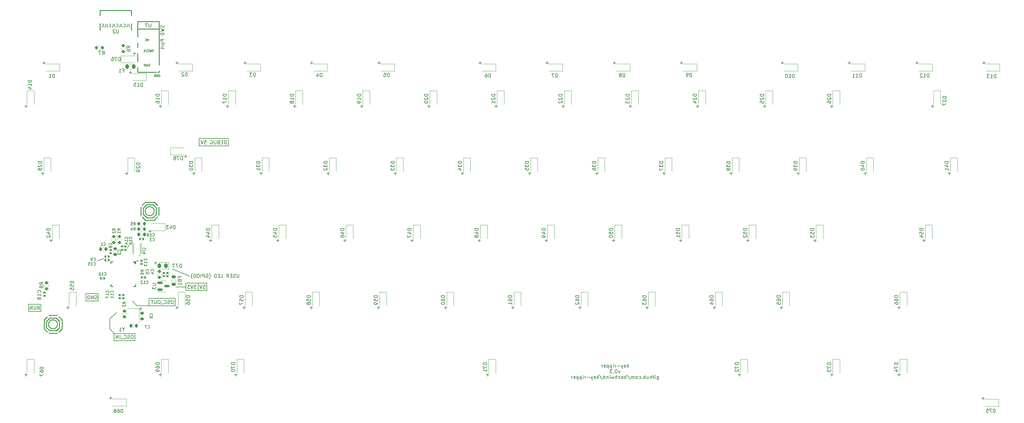
<source format=gbo>
G04 #@! TF.GenerationSoftware,KiCad,Pcbnew,(6.0.6-0)*
G04 #@! TF.CreationDate,2023-02-10T21:05:53+09:00*
G04 #@! TF.ProjectId,key-ripper,6b65792d-7269-4707-9065-722e6b696361,rev?*
G04 #@! TF.SameCoordinates,Original*
G04 #@! TF.FileFunction,Legend,Bot*
G04 #@! TF.FilePolarity,Positive*
%FSLAX46Y46*%
G04 Gerber Fmt 4.6, Leading zero omitted, Abs format (unit mm)*
G04 Created by KiCad (PCBNEW (6.0.6-0)) date 2023-02-10 21:05:53*
%MOMM*%
%LPD*%
G01*
G04 APERTURE LIST*
G04 Aperture macros list*
%AMRoundRect*
0 Rectangle with rounded corners*
0 $1 Rounding radius*
0 $2 $3 $4 $5 $6 $7 $8 $9 X,Y pos of 4 corners*
0 Add a 4 corners polygon primitive as box body*
4,1,4,$2,$3,$4,$5,$6,$7,$8,$9,$2,$3,0*
0 Add four circle primitives for the rounded corners*
1,1,$1+$1,$2,$3*
1,1,$1+$1,$4,$5*
1,1,$1+$1,$6,$7*
1,1,$1+$1,$8,$9*
0 Add four rect primitives between the rounded corners*
20,1,$1+$1,$2,$3,$4,$5,0*
20,1,$1+$1,$4,$5,$6,$7,0*
20,1,$1+$1,$6,$7,$8,$9,0*
20,1,$1+$1,$8,$9,$2,$3,0*%
G04 Aperture macros list end*
%ADD10C,0.150000*%
%ADD11C,0.130000*%
%ADD12C,0.120000*%
%ADD13C,0.254001*%
%ADD14C,0.059995*%
%ADD15C,0.152400*%
%ADD16C,0.200000*%
%ADD17C,1.750000*%
%ADD18C,4.000000*%
%ADD19C,2.500000*%
%ADD20C,6.200000*%
%ADD21C,3.048000*%
%ADD22C,3.987800*%
%ADD23C,5.000000*%
%ADD24R,1.200000X0.900000*%
%ADD25RoundRect,0.140000X0.140000X0.170000X-0.140000X0.170000X-0.140000X-0.170000X0.140000X-0.170000X0*%
%ADD26RoundRect,0.225000X0.250000X-0.225000X0.250000X0.225000X-0.250000X0.225000X-0.250000X-0.225000X0*%
%ADD27R,0.900000X1.200000*%
%ADD28RoundRect,0.225000X0.225000X0.250000X-0.225000X0.250000X-0.225000X-0.250000X0.225000X-0.250000X0*%
%ADD29C,1.000000*%
%ADD30RoundRect,0.140000X-0.170000X0.140000X-0.170000X-0.140000X0.170000X-0.140000X0.170000X0.140000X0*%
%ADD31RoundRect,0.150000X-0.587500X-0.150000X0.587500X-0.150000X0.587500X0.150000X-0.587500X0.150000X0*%
%ADD32RoundRect,0.218750X-0.381250X0.218750X-0.381250X-0.218750X0.381250X-0.218750X0.381250X0.218750X0*%
%ADD33RoundRect,0.200000X0.275000X-0.200000X0.275000X0.200000X-0.275000X0.200000X-0.275000X-0.200000X0*%
%ADD34C,0.750013*%
%ADD35O,1.200000X1.800000*%
%ADD36O,1.200000X2.000000*%
%ADD37R,0.300000X1.300000*%
%ADD38RoundRect,0.243750X0.243750X0.456250X-0.243750X0.456250X-0.243750X-0.456250X0.243750X-0.456250X0*%
%ADD39R,1.000000X1.700000*%
%ADD40RoundRect,0.140000X-0.140000X-0.170000X0.140000X-0.170000X0.140000X0.170000X-0.140000X0.170000X0*%
%ADD41RoundRect,0.225000X-0.225000X-0.250000X0.225000X-0.250000X0.225000X0.250000X-0.225000X0.250000X0*%
%ADD42C,2.000000*%
%ADD43RoundRect,0.200000X0.200000X0.275000X-0.200000X0.275000X-0.200000X-0.275000X0.200000X-0.275000X0*%
%ADD44RoundRect,0.200000X-0.275000X0.200000X-0.275000X-0.200000X0.275000X-0.200000X0.275000X0.200000X0*%
%ADD45RoundRect,0.140000X0.170000X-0.140000X0.170000X0.140000X-0.170000X0.140000X-0.170000X-0.140000X0*%
%ADD46C,1.200000*%
%ADD47O,1.000000X2.000000*%
%ADD48R,0.280010X0.600000*%
%ADD49R,1.700000X0.300000*%
%ADD50RoundRect,0.243750X-0.243750X-0.456250X0.243750X-0.456250X0.243750X0.456250X-0.243750X0.456250X0*%
%ADD51R,1.200000X1.400000*%
%ADD52R,1.100000X0.200000*%
%ADD53R,0.200000X1.100000*%
%ADD54R,3.100000X3.100000*%
%ADD55R,1.700000X1.000000*%
%ADD56RoundRect,0.200000X-0.200000X-0.275000X0.200000X-0.275000X0.200000X0.275000X-0.200000X0.275000X0*%
%ADD57RoundRect,0.225000X-0.250000X0.225000X-0.250000X-0.225000X0.250000X-0.225000X0.250000X0.225000X0*%
G04 APERTURE END LIST*
D10*
X65200000Y-94500000D02*
X62400000Y-94500000D01*
X52582843Y-100700000D02*
G75*
G03*
X52582843Y-100700000I-282843J0D01*
G01*
X36800000Y-96400000D02*
X40300000Y-96400000D01*
X40300000Y-96400000D02*
X40300000Y-98500000D01*
X40300000Y-98500000D02*
X36800000Y-98500000D01*
X36800000Y-98500000D02*
X36800000Y-96400000D01*
X54700000Y-99850000D02*
X51300000Y-99850000D01*
X54700000Y-97750000D02*
X62100000Y-97750000D01*
X62100000Y-97750000D02*
X62100000Y-99850000D01*
X62100000Y-99850000D02*
X54700000Y-99850000D01*
X54700000Y-99850000D02*
X54700000Y-97750000D01*
X20550000Y-99400000D02*
X24050000Y-99400000D01*
X24050000Y-99400000D02*
X24050000Y-101500000D01*
X24050000Y-101500000D02*
X20550000Y-101500000D01*
X20550000Y-101500000D02*
X20550000Y-99400000D01*
X43600000Y-106400000D02*
X43600000Y-103500000D01*
X49100000Y-82600000D02*
X48600000Y-83400000D01*
X51300000Y-99850000D02*
X49975000Y-98525000D01*
X68600000Y-93450000D02*
X68600000Y-95550000D01*
X44800000Y-107700000D02*
X50700000Y-107700000D01*
X50700000Y-107700000D02*
X50700000Y-109800000D01*
X50700000Y-109800000D02*
X44800000Y-109800000D01*
X44800000Y-109800000D02*
X44800000Y-107700000D01*
X40100000Y-87100000D02*
X41800000Y-86500000D01*
X65200000Y-93450000D02*
X71100000Y-93450000D01*
X71100000Y-93450000D02*
X71100000Y-95550000D01*
X71100000Y-95550000D02*
X65200000Y-95550000D01*
X65200000Y-95550000D02*
X65200000Y-93450000D01*
X68900000Y-52400000D02*
X77200000Y-52400000D01*
X77200000Y-52400000D02*
X77200000Y-54500000D01*
X77200000Y-54500000D02*
X68900000Y-54500000D01*
X68900000Y-54500000D02*
X68900000Y-52400000D01*
X44800000Y-107700000D02*
X43600000Y-106400000D01*
X43600000Y-103500000D02*
X45500000Y-101800000D01*
X66250000Y-91500000D02*
X61400000Y-89450000D01*
X76623809Y-53952380D02*
X76623809Y-52952380D01*
X76385714Y-52952380D01*
X76242857Y-53000000D01*
X76147619Y-53095238D01*
X76100000Y-53190476D01*
X76052380Y-53380952D01*
X76052380Y-53523809D01*
X76100000Y-53714285D01*
X76147619Y-53809523D01*
X76242857Y-53904761D01*
X76385714Y-53952380D01*
X76623809Y-53952380D01*
X75623809Y-53428571D02*
X75290476Y-53428571D01*
X75147619Y-53952380D02*
X75623809Y-53952380D01*
X75623809Y-52952380D01*
X75147619Y-52952380D01*
X74385714Y-53428571D02*
X74242857Y-53476190D01*
X74195238Y-53523809D01*
X74147619Y-53619047D01*
X74147619Y-53761904D01*
X74195238Y-53857142D01*
X74242857Y-53904761D01*
X74338095Y-53952380D01*
X74719047Y-53952380D01*
X74719047Y-52952380D01*
X74385714Y-52952380D01*
X74290476Y-53000000D01*
X74242857Y-53047619D01*
X74195238Y-53142857D01*
X74195238Y-53238095D01*
X74242857Y-53333333D01*
X74290476Y-53380952D01*
X74385714Y-53428571D01*
X74719047Y-53428571D01*
X73719047Y-52952380D02*
X73719047Y-53761904D01*
X73671428Y-53857142D01*
X73623809Y-53904761D01*
X73528571Y-53952380D01*
X73338095Y-53952380D01*
X73242857Y-53904761D01*
X73195238Y-53857142D01*
X73147619Y-53761904D01*
X73147619Y-52952380D01*
X72147619Y-53000000D02*
X72242857Y-52952380D01*
X72385714Y-52952380D01*
X72528571Y-53000000D01*
X72623809Y-53095238D01*
X72671428Y-53190476D01*
X72719047Y-53380952D01*
X72719047Y-53523809D01*
X72671428Y-53714285D01*
X72623809Y-53809523D01*
X72528571Y-53904761D01*
X72385714Y-53952380D01*
X72290476Y-53952380D01*
X72147619Y-53904761D01*
X72100000Y-53857142D01*
X72100000Y-53523809D01*
X72290476Y-53523809D01*
X70433333Y-52952380D02*
X70909523Y-52952380D01*
X70957142Y-53428571D01*
X70909523Y-53380952D01*
X70814285Y-53333333D01*
X70576190Y-53333333D01*
X70480952Y-53380952D01*
X70433333Y-53428571D01*
X70385714Y-53523809D01*
X70385714Y-53761904D01*
X70433333Y-53857142D01*
X70480952Y-53904761D01*
X70576190Y-53952380D01*
X70814285Y-53952380D01*
X70909523Y-53904761D01*
X70957142Y-53857142D01*
X70100000Y-52952380D02*
X69766666Y-53952380D01*
X69433333Y-52952380D01*
X55957142Y-27742857D02*
X55871428Y-27771428D01*
X55728571Y-27771428D01*
X55671428Y-27742857D01*
X55642857Y-27714285D01*
X55614285Y-27657142D01*
X55614285Y-27600000D01*
X55642857Y-27542857D01*
X55671428Y-27514285D01*
X55728571Y-27485714D01*
X55842857Y-27457142D01*
X55900000Y-27428571D01*
X55928571Y-27400000D01*
X55957142Y-27342857D01*
X55957142Y-27285714D01*
X55928571Y-27228571D01*
X55900000Y-27200000D01*
X55842857Y-27171428D01*
X55700000Y-27171428D01*
X55614285Y-27200000D01*
X55414285Y-27171428D02*
X55271428Y-27771428D01*
X55157142Y-27342857D01*
X55042857Y-27771428D01*
X54900000Y-27171428D01*
X54328571Y-27714285D02*
X54357142Y-27742857D01*
X54442857Y-27771428D01*
X54500000Y-27771428D01*
X54585714Y-27742857D01*
X54642857Y-27685714D01*
X54671428Y-27628571D01*
X54700000Y-27514285D01*
X54700000Y-27428571D01*
X54671428Y-27314285D01*
X54642857Y-27257142D01*
X54585714Y-27200000D01*
X54500000Y-27171428D01*
X54442857Y-27171428D01*
X54357142Y-27200000D01*
X54328571Y-27228571D01*
X53785714Y-27771428D02*
X54071428Y-27771428D01*
X54071428Y-27171428D01*
X53585714Y-27771428D02*
X53585714Y-27171428D01*
X53242857Y-27771428D02*
X53500000Y-27428571D01*
X53242857Y-27171428D02*
X53585714Y-27514285D01*
X56194047Y-87696428D02*
X56955952Y-87696428D01*
X56575000Y-88077380D02*
X56575000Y-87315476D01*
X80188095Y-90852380D02*
X80188095Y-91661904D01*
X80140476Y-91757142D01*
X80092857Y-91804761D01*
X79997619Y-91852380D01*
X79807142Y-91852380D01*
X79711904Y-91804761D01*
X79664285Y-91757142D01*
X79616666Y-91661904D01*
X79616666Y-90852380D01*
X79188095Y-91804761D02*
X79045238Y-91852380D01*
X78807142Y-91852380D01*
X78711904Y-91804761D01*
X78664285Y-91757142D01*
X78616666Y-91661904D01*
X78616666Y-91566666D01*
X78664285Y-91471428D01*
X78711904Y-91423809D01*
X78807142Y-91376190D01*
X78997619Y-91328571D01*
X79092857Y-91280952D01*
X79140476Y-91233333D01*
X79188095Y-91138095D01*
X79188095Y-91042857D01*
X79140476Y-90947619D01*
X79092857Y-90900000D01*
X78997619Y-90852380D01*
X78759523Y-90852380D01*
X78616666Y-90900000D01*
X78188095Y-91328571D02*
X77854761Y-91328571D01*
X77711904Y-91852380D02*
X78188095Y-91852380D01*
X78188095Y-90852380D01*
X77711904Y-90852380D01*
X76711904Y-91852380D02*
X77045238Y-91376190D01*
X77283333Y-91852380D02*
X77283333Y-90852380D01*
X76902380Y-90852380D01*
X76807142Y-90900000D01*
X76759523Y-90947619D01*
X76711904Y-91042857D01*
X76711904Y-91185714D01*
X76759523Y-91280952D01*
X76807142Y-91328571D01*
X76902380Y-91376190D01*
X77283333Y-91376190D01*
X75045238Y-91852380D02*
X75521428Y-91852380D01*
X75521428Y-90852380D01*
X74711904Y-91328571D02*
X74378571Y-91328571D01*
X74235714Y-91852380D02*
X74711904Y-91852380D01*
X74711904Y-90852380D01*
X74235714Y-90852380D01*
X73807142Y-91852380D02*
X73807142Y-90852380D01*
X73569047Y-90852380D01*
X73426190Y-90900000D01*
X73330952Y-90995238D01*
X73283333Y-91090476D01*
X73235714Y-91280952D01*
X73235714Y-91423809D01*
X73283333Y-91614285D01*
X73330952Y-91709523D01*
X73426190Y-91804761D01*
X73569047Y-91852380D01*
X73807142Y-91852380D01*
X71759523Y-92233333D02*
X71807142Y-92185714D01*
X71902380Y-92042857D01*
X71950000Y-91947619D01*
X71997619Y-91804761D01*
X72045238Y-91566666D01*
X72045238Y-91376190D01*
X71997619Y-91138095D01*
X71950000Y-90995238D01*
X71902380Y-90900000D01*
X71807142Y-90757142D01*
X71759523Y-90709523D01*
X70854761Y-90900000D02*
X70950000Y-90852380D01*
X71092857Y-90852380D01*
X71235714Y-90900000D01*
X71330952Y-90995238D01*
X71378571Y-91090476D01*
X71426190Y-91280952D01*
X71426190Y-91423809D01*
X71378571Y-91614285D01*
X71330952Y-91709523D01*
X71235714Y-91804761D01*
X71092857Y-91852380D01*
X70997619Y-91852380D01*
X70854761Y-91804761D01*
X70807142Y-91757142D01*
X70807142Y-91423809D01*
X70997619Y-91423809D01*
X70378571Y-91852380D02*
X70378571Y-90852380D01*
X69997619Y-90852380D01*
X69902380Y-90900000D01*
X69854761Y-90947619D01*
X69807142Y-91042857D01*
X69807142Y-91185714D01*
X69854761Y-91280952D01*
X69902380Y-91328571D01*
X69997619Y-91376190D01*
X70378571Y-91376190D01*
X69378571Y-91852380D02*
X69378571Y-90852380D01*
X68711904Y-90852380D02*
X68521428Y-90852380D01*
X68426190Y-90900000D01*
X68330952Y-90995238D01*
X68283333Y-91185714D01*
X68283333Y-91519047D01*
X68330952Y-91709523D01*
X68426190Y-91804761D01*
X68521428Y-91852380D01*
X68711904Y-91852380D01*
X68807142Y-91804761D01*
X68902380Y-91709523D01*
X68950000Y-91519047D01*
X68950000Y-91185714D01*
X68902380Y-90995238D01*
X68807142Y-90900000D01*
X68711904Y-90852380D01*
X67664285Y-90852380D02*
X67569047Y-90852380D01*
X67473809Y-90900000D01*
X67426190Y-90947619D01*
X67378571Y-91042857D01*
X67330952Y-91233333D01*
X67330952Y-91471428D01*
X67378571Y-91661904D01*
X67426190Y-91757142D01*
X67473809Y-91804761D01*
X67569047Y-91852380D01*
X67664285Y-91852380D01*
X67759523Y-91804761D01*
X67807142Y-91757142D01*
X67854761Y-91661904D01*
X67902380Y-91471428D01*
X67902380Y-91233333D01*
X67854761Y-91042857D01*
X67807142Y-90947619D01*
X67759523Y-90900000D01*
X67664285Y-90852380D01*
X66997619Y-92233333D02*
X66950000Y-92185714D01*
X66854761Y-92042857D01*
X66807142Y-91947619D01*
X66759523Y-91804761D01*
X66711904Y-91566666D01*
X66711904Y-91376190D01*
X66759523Y-91138095D01*
X66807142Y-90995238D01*
X66854761Y-90900000D01*
X66950000Y-90757142D01*
X66997619Y-90709523D01*
X68138095Y-94002380D02*
X67519047Y-94002380D01*
X67852380Y-94383333D01*
X67709523Y-94383333D01*
X67614285Y-94430952D01*
X67566666Y-94478571D01*
X67519047Y-94573809D01*
X67519047Y-94811904D01*
X67566666Y-94907142D01*
X67614285Y-94954761D01*
X67709523Y-95002380D01*
X67995238Y-95002380D01*
X68090476Y-94954761D01*
X68138095Y-94907142D01*
X67233333Y-94002380D02*
X66900000Y-95002380D01*
X66566666Y-94002380D01*
X66328571Y-94002380D02*
X65709523Y-94002380D01*
X66042857Y-94383333D01*
X65900000Y-94383333D01*
X65804761Y-94430952D01*
X65757142Y-94478571D01*
X65709523Y-94573809D01*
X65709523Y-94811904D01*
X65757142Y-94907142D01*
X65804761Y-94954761D01*
X65900000Y-95002380D01*
X66185714Y-95002380D01*
X66280952Y-94954761D01*
X66328571Y-94907142D01*
X54571428Y-24671428D02*
X54571428Y-24071428D01*
X54228571Y-24671428D01*
X54228571Y-24071428D01*
X53600000Y-24614285D02*
X53628571Y-24642857D01*
X53714285Y-24671428D01*
X53771428Y-24671428D01*
X53857142Y-24642857D01*
X53914285Y-24585714D01*
X53942857Y-24528571D01*
X53971428Y-24414285D01*
X53971428Y-24328571D01*
X53942857Y-24214285D01*
X53914285Y-24157142D01*
X53857142Y-24100000D01*
X53771428Y-24071428D01*
X53714285Y-24071428D01*
X53628571Y-24100000D01*
X53600000Y-24128571D01*
X54914285Y-31842857D02*
X54828571Y-31871428D01*
X54685714Y-31871428D01*
X54628571Y-31842857D01*
X54600000Y-31814285D01*
X54571428Y-31757142D01*
X54571428Y-31700000D01*
X54600000Y-31642857D01*
X54628571Y-31614285D01*
X54685714Y-31585714D01*
X54800000Y-31557142D01*
X54857142Y-31528571D01*
X54885714Y-31500000D01*
X54914285Y-31442857D01*
X54914285Y-31385714D01*
X54885714Y-31328571D01*
X54857142Y-31300000D01*
X54800000Y-31271428D01*
X54657142Y-31271428D01*
X54571428Y-31300000D01*
X54371428Y-31271428D02*
X54228571Y-31871428D01*
X54114285Y-31442857D01*
X54000000Y-31871428D01*
X53857142Y-31271428D01*
X53628571Y-31871428D02*
X53628571Y-31271428D01*
X53485714Y-31271428D01*
X53400000Y-31300000D01*
X53342857Y-31357142D01*
X53314285Y-31414285D01*
X53285714Y-31528571D01*
X53285714Y-31614285D01*
X53314285Y-31728571D01*
X53342857Y-31785714D01*
X53400000Y-31842857D01*
X53485714Y-31871428D01*
X53628571Y-31871428D01*
X39361904Y-97000000D02*
X39457142Y-96952380D01*
X39600000Y-96952380D01*
X39742857Y-97000000D01*
X39838095Y-97095238D01*
X39885714Y-97190476D01*
X39933333Y-97380952D01*
X39933333Y-97523809D01*
X39885714Y-97714285D01*
X39838095Y-97809523D01*
X39742857Y-97904761D01*
X39600000Y-97952380D01*
X39504761Y-97952380D01*
X39361904Y-97904761D01*
X39314285Y-97857142D01*
X39314285Y-97523809D01*
X39504761Y-97523809D01*
X38885714Y-97952380D02*
X38885714Y-96952380D01*
X38314285Y-97952380D01*
X38314285Y-96952380D01*
X37838095Y-97952380D02*
X37838095Y-96952380D01*
X37600000Y-96952380D01*
X37457142Y-97000000D01*
X37361904Y-97095238D01*
X37314285Y-97190476D01*
X37266666Y-97380952D01*
X37266666Y-97523809D01*
X37314285Y-97714285D01*
X37361904Y-97809523D01*
X37457142Y-97904761D01*
X37600000Y-97952380D01*
X37838095Y-97952380D01*
X61380952Y-98302380D02*
X61190476Y-98302380D01*
X61095238Y-98350000D01*
X61000000Y-98445238D01*
X60952380Y-98635714D01*
X60952380Y-98969047D01*
X61000000Y-99159523D01*
X61095238Y-99254761D01*
X61190476Y-99302380D01*
X61380952Y-99302380D01*
X61476190Y-99254761D01*
X61571428Y-99159523D01*
X61619047Y-98969047D01*
X61619047Y-98635714D01*
X61571428Y-98445238D01*
X61476190Y-98350000D01*
X61380952Y-98302380D01*
X60571428Y-99254761D02*
X60428571Y-99302380D01*
X60190476Y-99302380D01*
X60095238Y-99254761D01*
X60047619Y-99207142D01*
X60000000Y-99111904D01*
X60000000Y-99016666D01*
X60047619Y-98921428D01*
X60095238Y-98873809D01*
X60190476Y-98826190D01*
X60380952Y-98778571D01*
X60476190Y-98730952D01*
X60523809Y-98683333D01*
X60571428Y-98588095D01*
X60571428Y-98492857D01*
X60523809Y-98397619D01*
X60476190Y-98350000D01*
X60380952Y-98302380D01*
X60142857Y-98302380D01*
X60000000Y-98350000D01*
X59000000Y-99207142D02*
X59047619Y-99254761D01*
X59190476Y-99302380D01*
X59285714Y-99302380D01*
X59428571Y-99254761D01*
X59523809Y-99159523D01*
X59571428Y-99064285D01*
X59619047Y-98873809D01*
X59619047Y-98730952D01*
X59571428Y-98540476D01*
X59523809Y-98445238D01*
X59428571Y-98350000D01*
X59285714Y-98302380D01*
X59190476Y-98302380D01*
X59047619Y-98350000D01*
X59000000Y-98397619D01*
X58809523Y-99397619D02*
X58047619Y-99397619D01*
X57619047Y-98302380D02*
X57428571Y-98302380D01*
X57333333Y-98350000D01*
X57238095Y-98445238D01*
X57190476Y-98635714D01*
X57190476Y-98969047D01*
X57238095Y-99159523D01*
X57333333Y-99254761D01*
X57428571Y-99302380D01*
X57619047Y-99302380D01*
X57714285Y-99254761D01*
X57809523Y-99159523D01*
X57857142Y-98969047D01*
X57857142Y-98635714D01*
X57809523Y-98445238D01*
X57714285Y-98350000D01*
X57619047Y-98302380D01*
X56761904Y-98302380D02*
X56761904Y-99111904D01*
X56714285Y-99207142D01*
X56666666Y-99254761D01*
X56571428Y-99302380D01*
X56380952Y-99302380D01*
X56285714Y-99254761D01*
X56238095Y-99207142D01*
X56190476Y-99111904D01*
X56190476Y-98302380D01*
X55857142Y-98302380D02*
X55285714Y-98302380D01*
X55571428Y-99302380D02*
X55571428Y-98302380D01*
D11*
X48970238Y-19886904D02*
X48970238Y-20458333D01*
X49008333Y-20572619D01*
X49084523Y-20648809D01*
X49198809Y-20686904D01*
X49275000Y-20686904D01*
X48208333Y-20686904D02*
X48589285Y-20686904D01*
X48589285Y-19886904D01*
X47484523Y-20610714D02*
X47522619Y-20648809D01*
X47636904Y-20686904D01*
X47713095Y-20686904D01*
X47827380Y-20648809D01*
X47903571Y-20572619D01*
X47941666Y-20496428D01*
X47979761Y-20344047D01*
X47979761Y-20229761D01*
X47941666Y-20077380D01*
X47903571Y-20001190D01*
X47827380Y-19925000D01*
X47713095Y-19886904D01*
X47636904Y-19886904D01*
X47522619Y-19925000D01*
X47484523Y-19963095D01*
X46913095Y-19886904D02*
X46913095Y-20458333D01*
X46951190Y-20572619D01*
X47027380Y-20648809D01*
X47141666Y-20686904D01*
X47217857Y-20686904D01*
X46151190Y-20686904D02*
X46532142Y-20686904D01*
X46532142Y-19886904D01*
X45427380Y-20610714D02*
X45465476Y-20648809D01*
X45579761Y-20686904D01*
X45655952Y-20686904D01*
X45770238Y-20648809D01*
X45846428Y-20572619D01*
X45884523Y-20496428D01*
X45922619Y-20344047D01*
X45922619Y-20229761D01*
X45884523Y-20077380D01*
X45846428Y-20001190D01*
X45770238Y-19925000D01*
X45655952Y-19886904D01*
X45579761Y-19886904D01*
X45465476Y-19925000D01*
X45427380Y-19963095D01*
X44855952Y-19886904D02*
X44855952Y-20458333D01*
X44894047Y-20572619D01*
X44970238Y-20648809D01*
X45084523Y-20686904D01*
X45160714Y-20686904D01*
X44094047Y-20686904D02*
X44475000Y-20686904D01*
X44475000Y-19886904D01*
X43370238Y-20610714D02*
X43408333Y-20648809D01*
X43522619Y-20686904D01*
X43598809Y-20686904D01*
X43713095Y-20648809D01*
X43789285Y-20572619D01*
X43827380Y-20496428D01*
X43865476Y-20344047D01*
X43865476Y-20229761D01*
X43827380Y-20077380D01*
X43789285Y-20001190D01*
X43713095Y-19925000D01*
X43598809Y-19886904D01*
X43522619Y-19886904D01*
X43408333Y-19925000D01*
X43370238Y-19963095D01*
X42798809Y-19886904D02*
X42798809Y-20458333D01*
X42836904Y-20572619D01*
X42913095Y-20648809D01*
X43027380Y-20686904D01*
X43103571Y-20686904D01*
X42036904Y-20686904D02*
X42417857Y-20686904D01*
X42417857Y-19886904D01*
X41313095Y-20610714D02*
X41351190Y-20648809D01*
X41465476Y-20686904D01*
X41541666Y-20686904D01*
X41655952Y-20648809D01*
X41732142Y-20572619D01*
X41770238Y-20496428D01*
X41808333Y-20344047D01*
X41808333Y-20229761D01*
X41770238Y-20077380D01*
X41732142Y-20001190D01*
X41655952Y-19925000D01*
X41541666Y-19886904D01*
X41465476Y-19886904D01*
X41351190Y-19925000D01*
X41313095Y-19963095D01*
D10*
X50014285Y-108202380D02*
X49823809Y-108202380D01*
X49728571Y-108250000D01*
X49633333Y-108345238D01*
X49585714Y-108535714D01*
X49585714Y-108869047D01*
X49633333Y-109059523D01*
X49728571Y-109154761D01*
X49823809Y-109202380D01*
X50014285Y-109202380D01*
X50109523Y-109154761D01*
X50204761Y-109059523D01*
X50252380Y-108869047D01*
X50252380Y-108535714D01*
X50204761Y-108345238D01*
X50109523Y-108250000D01*
X50014285Y-108202380D01*
X49204761Y-109154761D02*
X49061904Y-109202380D01*
X48823809Y-109202380D01*
X48728571Y-109154761D01*
X48680952Y-109107142D01*
X48633333Y-109011904D01*
X48633333Y-108916666D01*
X48680952Y-108821428D01*
X48728571Y-108773809D01*
X48823809Y-108726190D01*
X49014285Y-108678571D01*
X49109523Y-108630952D01*
X49157142Y-108583333D01*
X49204761Y-108488095D01*
X49204761Y-108392857D01*
X49157142Y-108297619D01*
X49109523Y-108250000D01*
X49014285Y-108202380D01*
X48776190Y-108202380D01*
X48633333Y-108250000D01*
X47633333Y-109107142D02*
X47680952Y-109154761D01*
X47823809Y-109202380D01*
X47919047Y-109202380D01*
X48061904Y-109154761D01*
X48157142Y-109059523D01*
X48204761Y-108964285D01*
X48252380Y-108773809D01*
X48252380Y-108630952D01*
X48204761Y-108440476D01*
X48157142Y-108345238D01*
X48061904Y-108250000D01*
X47919047Y-108202380D01*
X47823809Y-108202380D01*
X47680952Y-108250000D01*
X47633333Y-108297619D01*
X47442857Y-109297619D02*
X46680952Y-109297619D01*
X46442857Y-109202380D02*
X46442857Y-108202380D01*
X45966666Y-109202380D02*
X45966666Y-108202380D01*
X45395238Y-109202380D01*
X45395238Y-108202380D01*
X58904761Y-20314285D02*
X58952380Y-20457142D01*
X58952380Y-20695238D01*
X58904761Y-20790476D01*
X58857142Y-20838095D01*
X58761904Y-20885714D01*
X58666666Y-20885714D01*
X58571428Y-20838095D01*
X58523809Y-20790476D01*
X58476190Y-20695238D01*
X58428571Y-20504761D01*
X58380952Y-20409523D01*
X58333333Y-20361904D01*
X58238095Y-20314285D01*
X58142857Y-20314285D01*
X58047619Y-20361904D01*
X58000000Y-20409523D01*
X57952380Y-20504761D01*
X57952380Y-20742857D01*
X58000000Y-20885714D01*
X57952380Y-21219047D02*
X58952380Y-21457142D01*
X58238095Y-21647619D01*
X58952380Y-21838095D01*
X57952380Y-22076190D01*
X58952380Y-22457142D02*
X57952380Y-22457142D01*
X57952380Y-22695238D01*
X58000000Y-22838095D01*
X58095238Y-22933333D01*
X58190476Y-22980952D01*
X58380952Y-23028571D01*
X58523809Y-23028571D01*
X58714285Y-22980952D01*
X58809523Y-22933333D01*
X58904761Y-22838095D01*
X58952380Y-22695238D01*
X58952380Y-22457142D01*
X58952380Y-24219047D02*
X57952380Y-24219047D01*
X57952380Y-24600000D01*
X58000000Y-24695238D01*
X58047619Y-24742857D01*
X58142857Y-24790476D01*
X58285714Y-24790476D01*
X58380952Y-24742857D01*
X58428571Y-24695238D01*
X58476190Y-24600000D01*
X58476190Y-24219047D01*
X58952380Y-25361904D02*
X58904761Y-25266666D01*
X58857142Y-25219047D01*
X58761904Y-25171428D01*
X58476190Y-25171428D01*
X58380952Y-25219047D01*
X58333333Y-25266666D01*
X58285714Y-25361904D01*
X58285714Y-25504761D01*
X58333333Y-25600000D01*
X58380952Y-25647619D01*
X58476190Y-25695238D01*
X58761904Y-25695238D01*
X58857142Y-25647619D01*
X58904761Y-25600000D01*
X58952380Y-25504761D01*
X58952380Y-25361904D01*
X58952380Y-26123809D02*
X58285714Y-26123809D01*
X58476190Y-26123809D02*
X58380952Y-26171428D01*
X58333333Y-26219047D01*
X58285714Y-26314285D01*
X58285714Y-26409523D01*
X58285714Y-26600000D02*
X58285714Y-26980952D01*
X57952380Y-26742857D02*
X58809523Y-26742857D01*
X58904761Y-26790476D01*
X58952380Y-26885714D01*
X58952380Y-26980952D01*
X57457142Y-34300000D02*
X57514285Y-34271428D01*
X57600000Y-34271428D01*
X57685714Y-34300000D01*
X57742857Y-34357142D01*
X57771428Y-34414285D01*
X57800000Y-34528571D01*
X57800000Y-34614285D01*
X57771428Y-34728571D01*
X57742857Y-34785714D01*
X57685714Y-34842857D01*
X57600000Y-34871428D01*
X57542857Y-34871428D01*
X57457142Y-34842857D01*
X57428571Y-34814285D01*
X57428571Y-34614285D01*
X57542857Y-34614285D01*
X57171428Y-34871428D02*
X57171428Y-34271428D01*
X56828571Y-34871428D01*
X56828571Y-34271428D01*
X56542857Y-34871428D02*
X56542857Y-34271428D01*
X56400000Y-34271428D01*
X56314285Y-34300000D01*
X56257142Y-34357142D01*
X56228571Y-34414285D01*
X56200000Y-34528571D01*
X56200000Y-34614285D01*
X56228571Y-34728571D01*
X56257142Y-34785714D01*
X56314285Y-34842857D01*
X56400000Y-34871428D01*
X56542857Y-34871428D01*
X23038095Y-100952380D02*
X23371428Y-100476190D01*
X23609523Y-100952380D02*
X23609523Y-99952380D01*
X23228571Y-99952380D01*
X23133333Y-100000000D01*
X23085714Y-100047619D01*
X23038095Y-100142857D01*
X23038095Y-100285714D01*
X23085714Y-100380952D01*
X23133333Y-100428571D01*
X23228571Y-100476190D01*
X23609523Y-100476190D01*
X22609523Y-99952380D02*
X22609523Y-100761904D01*
X22561904Y-100857142D01*
X22514285Y-100904761D01*
X22419047Y-100952380D01*
X22228571Y-100952380D01*
X22133333Y-100904761D01*
X22085714Y-100857142D01*
X22038095Y-100761904D01*
X22038095Y-99952380D01*
X21561904Y-100952380D02*
X21561904Y-99952380D01*
X20990476Y-100952380D01*
X20990476Y-99952380D01*
X190685714Y-117342380D02*
X190685714Y-116342380D01*
X190590476Y-116961428D02*
X190304761Y-117342380D01*
X190304761Y-116675714D02*
X190685714Y-117056666D01*
X189495238Y-117294761D02*
X189590476Y-117342380D01*
X189780952Y-117342380D01*
X189876190Y-117294761D01*
X189923809Y-117199523D01*
X189923809Y-116818571D01*
X189876190Y-116723333D01*
X189780952Y-116675714D01*
X189590476Y-116675714D01*
X189495238Y-116723333D01*
X189447619Y-116818571D01*
X189447619Y-116913809D01*
X189923809Y-117009047D01*
X189114285Y-116675714D02*
X188876190Y-117342380D01*
X188638095Y-116675714D02*
X188876190Y-117342380D01*
X188971428Y-117580476D01*
X189019047Y-117628095D01*
X189114285Y-117675714D01*
X188257142Y-116961428D02*
X187495238Y-116961428D01*
X187019047Y-117342380D02*
X187019047Y-116675714D01*
X187019047Y-116866190D02*
X186971428Y-116770952D01*
X186923809Y-116723333D01*
X186828571Y-116675714D01*
X186733333Y-116675714D01*
X186400000Y-117342380D02*
X186400000Y-116675714D01*
X186400000Y-116342380D02*
X186447619Y-116390000D01*
X186400000Y-116437619D01*
X186352380Y-116390000D01*
X186400000Y-116342380D01*
X186400000Y-116437619D01*
X185923809Y-116675714D02*
X185923809Y-117675714D01*
X185923809Y-116723333D02*
X185828571Y-116675714D01*
X185638095Y-116675714D01*
X185542857Y-116723333D01*
X185495238Y-116770952D01*
X185447619Y-116866190D01*
X185447619Y-117151904D01*
X185495238Y-117247142D01*
X185542857Y-117294761D01*
X185638095Y-117342380D01*
X185828571Y-117342380D01*
X185923809Y-117294761D01*
X185019047Y-116675714D02*
X185019047Y-117675714D01*
X185019047Y-116723333D02*
X184923809Y-116675714D01*
X184733333Y-116675714D01*
X184638095Y-116723333D01*
X184590476Y-116770952D01*
X184542857Y-116866190D01*
X184542857Y-117151904D01*
X184590476Y-117247142D01*
X184638095Y-117294761D01*
X184733333Y-117342380D01*
X184923809Y-117342380D01*
X185019047Y-117294761D01*
X183733333Y-117294761D02*
X183828571Y-117342380D01*
X184019047Y-117342380D01*
X184114285Y-117294761D01*
X184161904Y-117199523D01*
X184161904Y-116818571D01*
X184114285Y-116723333D01*
X184019047Y-116675714D01*
X183828571Y-116675714D01*
X183733333Y-116723333D01*
X183685714Y-116818571D01*
X183685714Y-116913809D01*
X184161904Y-117009047D01*
X183257142Y-117342380D02*
X183257142Y-116675714D01*
X183257142Y-116866190D02*
X183209523Y-116770952D01*
X183161904Y-116723333D01*
X183066666Y-116675714D01*
X182971428Y-116675714D01*
X188328571Y-118285714D02*
X188090476Y-118952380D01*
X187852380Y-118285714D01*
X187280952Y-117952380D02*
X187185714Y-117952380D01*
X187090476Y-118000000D01*
X187042857Y-118047619D01*
X186995238Y-118142857D01*
X186947619Y-118333333D01*
X186947619Y-118571428D01*
X186995238Y-118761904D01*
X187042857Y-118857142D01*
X187090476Y-118904761D01*
X187185714Y-118952380D01*
X187280952Y-118952380D01*
X187376190Y-118904761D01*
X187423809Y-118857142D01*
X187471428Y-118761904D01*
X187519047Y-118571428D01*
X187519047Y-118333333D01*
X187471428Y-118142857D01*
X187423809Y-118047619D01*
X187376190Y-118000000D01*
X187280952Y-117952380D01*
X186519047Y-118857142D02*
X186471428Y-118904761D01*
X186519047Y-118952380D01*
X186566666Y-118904761D01*
X186519047Y-118857142D01*
X186519047Y-118952380D01*
X186138095Y-117952380D02*
X185519047Y-117952380D01*
X185852380Y-118333333D01*
X185709523Y-118333333D01*
X185614285Y-118380952D01*
X185566666Y-118428571D01*
X185519047Y-118523809D01*
X185519047Y-118761904D01*
X185566666Y-118857142D01*
X185614285Y-118904761D01*
X185709523Y-118952380D01*
X185995238Y-118952380D01*
X186090476Y-118904761D01*
X186138095Y-118857142D01*
X198828571Y-119895714D02*
X198828571Y-120705238D01*
X198876190Y-120800476D01*
X198923809Y-120848095D01*
X199019047Y-120895714D01*
X199161904Y-120895714D01*
X199257142Y-120848095D01*
X198828571Y-120514761D02*
X198923809Y-120562380D01*
X199114285Y-120562380D01*
X199209523Y-120514761D01*
X199257142Y-120467142D01*
X199304761Y-120371904D01*
X199304761Y-120086190D01*
X199257142Y-119990952D01*
X199209523Y-119943333D01*
X199114285Y-119895714D01*
X198923809Y-119895714D01*
X198828571Y-119943333D01*
X198352380Y-120562380D02*
X198352380Y-119895714D01*
X198352380Y-119562380D02*
X198400000Y-119610000D01*
X198352380Y-119657619D01*
X198304761Y-119610000D01*
X198352380Y-119562380D01*
X198352380Y-119657619D01*
X198019047Y-119895714D02*
X197638095Y-119895714D01*
X197876190Y-119562380D02*
X197876190Y-120419523D01*
X197828571Y-120514761D01*
X197733333Y-120562380D01*
X197638095Y-120562380D01*
X197304761Y-120562380D02*
X197304761Y-119562380D01*
X196876190Y-120562380D02*
X196876190Y-120038571D01*
X196923809Y-119943333D01*
X197019047Y-119895714D01*
X197161904Y-119895714D01*
X197257142Y-119943333D01*
X197304761Y-119990952D01*
X195971428Y-119895714D02*
X195971428Y-120562380D01*
X196400000Y-119895714D02*
X196400000Y-120419523D01*
X196352380Y-120514761D01*
X196257142Y-120562380D01*
X196114285Y-120562380D01*
X196019047Y-120514761D01*
X195971428Y-120467142D01*
X195495238Y-120562380D02*
X195495238Y-119562380D01*
X195495238Y-119943333D02*
X195400000Y-119895714D01*
X195209523Y-119895714D01*
X195114285Y-119943333D01*
X195066666Y-119990952D01*
X195019047Y-120086190D01*
X195019047Y-120371904D01*
X195066666Y-120467142D01*
X195114285Y-120514761D01*
X195209523Y-120562380D01*
X195400000Y-120562380D01*
X195495238Y-120514761D01*
X194590476Y-120467142D02*
X194542857Y-120514761D01*
X194590476Y-120562380D01*
X194638095Y-120514761D01*
X194590476Y-120467142D01*
X194590476Y-120562380D01*
X193685714Y-120514761D02*
X193780952Y-120562380D01*
X193971428Y-120562380D01*
X194066666Y-120514761D01*
X194114285Y-120467142D01*
X194161904Y-120371904D01*
X194161904Y-120086190D01*
X194114285Y-119990952D01*
X194066666Y-119943333D01*
X193971428Y-119895714D01*
X193780952Y-119895714D01*
X193685714Y-119943333D01*
X193114285Y-120562380D02*
X193209523Y-120514761D01*
X193257142Y-120467142D01*
X193304761Y-120371904D01*
X193304761Y-120086190D01*
X193257142Y-119990952D01*
X193209523Y-119943333D01*
X193114285Y-119895714D01*
X192971428Y-119895714D01*
X192876190Y-119943333D01*
X192828571Y-119990952D01*
X192780952Y-120086190D01*
X192780952Y-120371904D01*
X192828571Y-120467142D01*
X192876190Y-120514761D01*
X192971428Y-120562380D01*
X193114285Y-120562380D01*
X192352380Y-120562380D02*
X192352380Y-119895714D01*
X192352380Y-119990952D02*
X192304761Y-119943333D01*
X192209523Y-119895714D01*
X192066666Y-119895714D01*
X191971428Y-119943333D01*
X191923809Y-120038571D01*
X191923809Y-120562380D01*
X191923809Y-120038571D02*
X191876190Y-119943333D01*
X191780952Y-119895714D01*
X191638095Y-119895714D01*
X191542857Y-119943333D01*
X191495238Y-120038571D01*
X191495238Y-120562380D01*
X190304761Y-119514761D02*
X191161904Y-120800476D01*
X189971428Y-120562380D02*
X189971428Y-119562380D01*
X189971428Y-119943333D02*
X189876190Y-119895714D01*
X189685714Y-119895714D01*
X189590476Y-119943333D01*
X189542857Y-119990952D01*
X189495238Y-120086190D01*
X189495238Y-120371904D01*
X189542857Y-120467142D01*
X189590476Y-120514761D01*
X189685714Y-120562380D01*
X189876190Y-120562380D01*
X189971428Y-120514761D01*
X189114285Y-120514761D02*
X189019047Y-120562380D01*
X188828571Y-120562380D01*
X188733333Y-120514761D01*
X188685714Y-120419523D01*
X188685714Y-120371904D01*
X188733333Y-120276666D01*
X188828571Y-120229047D01*
X188971428Y-120229047D01*
X189066666Y-120181428D01*
X189114285Y-120086190D01*
X189114285Y-120038571D01*
X189066666Y-119943333D01*
X188971428Y-119895714D01*
X188828571Y-119895714D01*
X188733333Y-119943333D01*
X187828571Y-120514761D02*
X187923809Y-120562380D01*
X188114285Y-120562380D01*
X188209523Y-120514761D01*
X188257142Y-120467142D01*
X188304761Y-120371904D01*
X188304761Y-120086190D01*
X188257142Y-119990952D01*
X188209523Y-119943333D01*
X188114285Y-119895714D01*
X187923809Y-119895714D01*
X187828571Y-119943333D01*
X187400000Y-120562380D02*
X187400000Y-119562380D01*
X186971428Y-120562380D02*
X186971428Y-120038571D01*
X187019047Y-119943333D01*
X187114285Y-119895714D01*
X187257142Y-119895714D01*
X187352380Y-119943333D01*
X187400000Y-119990952D01*
X186590476Y-119895714D02*
X186400000Y-120562380D01*
X186209523Y-120086190D01*
X186019047Y-120562380D01*
X185828571Y-119895714D01*
X185447619Y-120562380D02*
X185447619Y-119895714D01*
X185447619Y-119562380D02*
X185495238Y-119610000D01*
X185447619Y-119657619D01*
X185400000Y-119610000D01*
X185447619Y-119562380D01*
X185447619Y-119657619D01*
X184971428Y-119895714D02*
X184971428Y-120562380D01*
X184971428Y-119990952D02*
X184923809Y-119943333D01*
X184828571Y-119895714D01*
X184685714Y-119895714D01*
X184590476Y-119943333D01*
X184542857Y-120038571D01*
X184542857Y-120562380D01*
X183638095Y-120562380D02*
X183638095Y-119562380D01*
X183638095Y-120514761D02*
X183733333Y-120562380D01*
X183923809Y-120562380D01*
X184019047Y-120514761D01*
X184066666Y-120467142D01*
X184114285Y-120371904D01*
X184114285Y-120086190D01*
X184066666Y-119990952D01*
X184019047Y-119943333D01*
X183923809Y-119895714D01*
X183733333Y-119895714D01*
X183638095Y-119943333D01*
X182447619Y-119514761D02*
X183304761Y-120800476D01*
X182114285Y-120562380D02*
X182114285Y-119562380D01*
X182019047Y-120181428D02*
X181733333Y-120562380D01*
X181733333Y-119895714D02*
X182114285Y-120276666D01*
X180923809Y-120514761D02*
X181019047Y-120562380D01*
X181209523Y-120562380D01*
X181304761Y-120514761D01*
X181352380Y-120419523D01*
X181352380Y-120038571D01*
X181304761Y-119943333D01*
X181209523Y-119895714D01*
X181019047Y-119895714D01*
X180923809Y-119943333D01*
X180876190Y-120038571D01*
X180876190Y-120133809D01*
X181352380Y-120229047D01*
X180542857Y-119895714D02*
X180304761Y-120562380D01*
X180066666Y-119895714D02*
X180304761Y-120562380D01*
X180400000Y-120800476D01*
X180447619Y-120848095D01*
X180542857Y-120895714D01*
X179685714Y-120181428D02*
X178923809Y-120181428D01*
X178447619Y-120562380D02*
X178447619Y-119895714D01*
X178447619Y-120086190D02*
X178400000Y-119990952D01*
X178352380Y-119943333D01*
X178257142Y-119895714D01*
X178161904Y-119895714D01*
X177828571Y-120562380D02*
X177828571Y-119895714D01*
X177828571Y-119562380D02*
X177876190Y-119610000D01*
X177828571Y-119657619D01*
X177780952Y-119610000D01*
X177828571Y-119562380D01*
X177828571Y-119657619D01*
X177352380Y-119895714D02*
X177352380Y-120895714D01*
X177352380Y-119943333D02*
X177257142Y-119895714D01*
X177066666Y-119895714D01*
X176971428Y-119943333D01*
X176923809Y-119990952D01*
X176876190Y-120086190D01*
X176876190Y-120371904D01*
X176923809Y-120467142D01*
X176971428Y-120514761D01*
X177066666Y-120562380D01*
X177257142Y-120562380D01*
X177352380Y-120514761D01*
X176447619Y-119895714D02*
X176447619Y-120895714D01*
X176447619Y-119943333D02*
X176352380Y-119895714D01*
X176161904Y-119895714D01*
X176066666Y-119943333D01*
X176019047Y-119990952D01*
X175971428Y-120086190D01*
X175971428Y-120371904D01*
X176019047Y-120467142D01*
X176066666Y-120514761D01*
X176161904Y-120562380D01*
X176352380Y-120562380D01*
X176447619Y-120514761D01*
X175161904Y-120514761D02*
X175257142Y-120562380D01*
X175447619Y-120562380D01*
X175542857Y-120514761D01*
X175590476Y-120419523D01*
X175590476Y-120038571D01*
X175542857Y-119943333D01*
X175447619Y-119895714D01*
X175257142Y-119895714D01*
X175161904Y-119943333D01*
X175114285Y-120038571D01*
X175114285Y-120133809D01*
X175590476Y-120229047D01*
X174685714Y-120562380D02*
X174685714Y-119895714D01*
X174685714Y-120086190D02*
X174638095Y-119990952D01*
X174590476Y-119943333D01*
X174495238Y-119895714D01*
X174400000Y-119895714D01*
X50219047Y-28271428D02*
X50980952Y-28271428D01*
X50600000Y-28652380D02*
X50600000Y-27890476D01*
X70090476Y-94002380D02*
X70566666Y-94002380D01*
X70614285Y-94478571D01*
X70566666Y-94430952D01*
X70471428Y-94383333D01*
X70233333Y-94383333D01*
X70138095Y-94430952D01*
X70090476Y-94478571D01*
X70042857Y-94573809D01*
X70042857Y-94811904D01*
X70090476Y-94907142D01*
X70138095Y-94954761D01*
X70233333Y-95002380D01*
X70471428Y-95002380D01*
X70566666Y-94954761D01*
X70614285Y-94907142D01*
X69757142Y-94002380D02*
X69423809Y-95002380D01*
X69090476Y-94002380D01*
X64719047Y-57428571D02*
X65480952Y-57428571D01*
X65100000Y-57047619D02*
X65100000Y-57809523D01*
X224314880Y-77960714D02*
X223314880Y-77960714D01*
X223314880Y-78198809D01*
X223362500Y-78341666D01*
X223457738Y-78436904D01*
X223552976Y-78484523D01*
X223743452Y-78532142D01*
X223886309Y-78532142D01*
X224076785Y-78484523D01*
X224172023Y-78436904D01*
X224267261Y-78341666D01*
X224314880Y-78198809D01*
X224314880Y-77960714D01*
X223314880Y-79436904D02*
X223314880Y-78960714D01*
X223791071Y-78913095D01*
X223743452Y-78960714D01*
X223695833Y-79055952D01*
X223695833Y-79294047D01*
X223743452Y-79389285D01*
X223791071Y-79436904D01*
X223886309Y-79484523D01*
X224124404Y-79484523D01*
X224219642Y-79436904D01*
X224267261Y-79389285D01*
X224314880Y-79294047D01*
X224314880Y-79055952D01*
X224267261Y-78960714D01*
X224219642Y-78913095D01*
X223410119Y-79865476D02*
X223362500Y-79913095D01*
X223314880Y-80008333D01*
X223314880Y-80246428D01*
X223362500Y-80341666D01*
X223410119Y-80389285D01*
X223505357Y-80436904D01*
X223600595Y-80436904D01*
X223743452Y-80389285D01*
X224314880Y-79817857D01*
X224314880Y-80436904D01*
X224583928Y-80944047D02*
X224583928Y-81705952D01*
X224964880Y-81325000D02*
X224202976Y-81325000D01*
X200502380Y-58910714D02*
X199502380Y-58910714D01*
X199502380Y-59148809D01*
X199550000Y-59291666D01*
X199645238Y-59386904D01*
X199740476Y-59434523D01*
X199930952Y-59482142D01*
X200073809Y-59482142D01*
X200264285Y-59434523D01*
X200359523Y-59386904D01*
X200454761Y-59291666D01*
X200502380Y-59148809D01*
X200502380Y-58910714D01*
X199502380Y-59815476D02*
X199502380Y-60434523D01*
X199883333Y-60101190D01*
X199883333Y-60244047D01*
X199930952Y-60339285D01*
X199978571Y-60386904D01*
X200073809Y-60434523D01*
X200311904Y-60434523D01*
X200407142Y-60386904D01*
X200454761Y-60339285D01*
X200502380Y-60244047D01*
X200502380Y-59958333D01*
X200454761Y-59863095D01*
X200407142Y-59815476D01*
X199502380Y-60767857D02*
X199502380Y-61434523D01*
X200502380Y-61005952D01*
X200771428Y-61894047D02*
X200771428Y-62655952D01*
X201152380Y-62275000D02*
X200390476Y-62275000D01*
X39008333Y-86985714D02*
X39046428Y-87023809D01*
X39160714Y-87061904D01*
X39236904Y-87061904D01*
X39351190Y-87023809D01*
X39427380Y-86947619D01*
X39465476Y-86871428D01*
X39503571Y-86719047D01*
X39503571Y-86604761D01*
X39465476Y-86452380D01*
X39427380Y-86376190D01*
X39351190Y-86300000D01*
X39236904Y-86261904D01*
X39160714Y-86261904D01*
X39046428Y-86300000D01*
X39008333Y-86338095D01*
X38627380Y-87061904D02*
X38475000Y-87061904D01*
X38398809Y-87023809D01*
X38360714Y-86985714D01*
X38284523Y-86871428D01*
X38246428Y-86719047D01*
X38246428Y-86414285D01*
X38284523Y-86338095D01*
X38322619Y-86300000D01*
X38398809Y-86261904D01*
X38551190Y-86261904D01*
X38627380Y-86300000D01*
X38665476Y-86338095D01*
X38703571Y-86414285D01*
X38703571Y-86604761D01*
X38665476Y-86680952D01*
X38627380Y-86719047D01*
X38551190Y-86757142D01*
X38398809Y-86757142D01*
X38322619Y-86719047D01*
X38284523Y-86680952D01*
X38246428Y-86604761D01*
X129064880Y-77960714D02*
X128064880Y-77960714D01*
X128064880Y-78198809D01*
X128112500Y-78341666D01*
X128207738Y-78436904D01*
X128302976Y-78484523D01*
X128493452Y-78532142D01*
X128636309Y-78532142D01*
X128826785Y-78484523D01*
X128922023Y-78436904D01*
X129017261Y-78341666D01*
X129064880Y-78198809D01*
X129064880Y-77960714D01*
X128398214Y-79389285D02*
X129064880Y-79389285D01*
X128017261Y-79151190D02*
X128731547Y-78913095D01*
X128731547Y-79532142D01*
X128064880Y-79817857D02*
X128064880Y-80484523D01*
X129064880Y-80055952D01*
X129333928Y-80944047D02*
X129333928Y-81705952D01*
X129714880Y-81325000D02*
X128952976Y-81325000D01*
X46560714Y-84566666D02*
X46598809Y-84528571D01*
X46636904Y-84414285D01*
X46636904Y-84338095D01*
X46598809Y-84223809D01*
X46522619Y-84147619D01*
X46446428Y-84109523D01*
X46294047Y-84071428D01*
X46179761Y-84071428D01*
X46027380Y-84109523D01*
X45951190Y-84147619D01*
X45875000Y-84223809D01*
X45836904Y-84338095D01*
X45836904Y-84414285D01*
X45875000Y-84528571D01*
X45913095Y-84566666D01*
X45913095Y-84871428D02*
X45875000Y-84909523D01*
X45836904Y-84985714D01*
X45836904Y-85176190D01*
X45875000Y-85252380D01*
X45913095Y-85290476D01*
X45989285Y-85328571D01*
X46065476Y-85328571D01*
X46179761Y-85290476D01*
X46636904Y-84833333D01*
X46636904Y-85328571D01*
X64214285Y-58452380D02*
X64214285Y-57452380D01*
X63976190Y-57452380D01*
X63833333Y-57500000D01*
X63738095Y-57595238D01*
X63690476Y-57690476D01*
X63642857Y-57880952D01*
X63642857Y-58023809D01*
X63690476Y-58214285D01*
X63738095Y-58309523D01*
X63833333Y-58404761D01*
X63976190Y-58452380D01*
X64214285Y-58452380D01*
X63309523Y-57452380D02*
X62642857Y-57452380D01*
X63071428Y-58452380D01*
X62119047Y-57880952D02*
X62214285Y-57833333D01*
X62261904Y-57785714D01*
X62309523Y-57690476D01*
X62309523Y-57642857D01*
X62261904Y-57547619D01*
X62214285Y-57500000D01*
X62119047Y-57452380D01*
X61928571Y-57452380D01*
X61833333Y-57500000D01*
X61785714Y-57547619D01*
X61738095Y-57642857D01*
X61738095Y-57690476D01*
X61785714Y-57785714D01*
X61833333Y-57833333D01*
X61928571Y-57880952D01*
X62119047Y-57880952D01*
X62214285Y-57928571D01*
X62261904Y-57976190D01*
X62309523Y-58071428D01*
X62309523Y-58261904D01*
X62261904Y-58357142D01*
X62214285Y-58404761D01*
X62119047Y-58452380D01*
X61928571Y-58452380D01*
X61833333Y-58404761D01*
X61785714Y-58357142D01*
X61738095Y-58261904D01*
X61738095Y-58071428D01*
X61785714Y-57976190D01*
X61833333Y-57928571D01*
X61928571Y-57880952D01*
X237739285Y-35127380D02*
X237739285Y-34127380D01*
X237501190Y-34127380D01*
X237358333Y-34175000D01*
X237263095Y-34270238D01*
X237215476Y-34365476D01*
X237167857Y-34555952D01*
X237167857Y-34698809D01*
X237215476Y-34889285D01*
X237263095Y-34984523D01*
X237358333Y-35079761D01*
X237501190Y-35127380D01*
X237739285Y-35127380D01*
X236215476Y-35127380D02*
X236786904Y-35127380D01*
X236501190Y-35127380D02*
X236501190Y-34127380D01*
X236596428Y-34270238D01*
X236691666Y-34365476D01*
X236786904Y-34413095D01*
X235596428Y-34127380D02*
X235501190Y-34127380D01*
X235405952Y-34175000D01*
X235358333Y-34222619D01*
X235310714Y-34317857D01*
X235263095Y-34508333D01*
X235263095Y-34746428D01*
X235310714Y-34936904D01*
X235358333Y-35032142D01*
X235405952Y-35079761D01*
X235501190Y-35127380D01*
X235596428Y-35127380D01*
X235691666Y-35079761D01*
X235739285Y-35032142D01*
X235786904Y-34936904D01*
X235834523Y-34746428D01*
X235834523Y-34508333D01*
X235786904Y-34317857D01*
X235739285Y-34222619D01*
X235691666Y-34175000D01*
X235596428Y-34127380D01*
X234730952Y-30921428D02*
X233969047Y-30921428D01*
X234350000Y-31302380D02*
X234350000Y-30540476D01*
X170538095Y-35027380D02*
X170538095Y-34027380D01*
X170300000Y-34027380D01*
X170157142Y-34075000D01*
X170061904Y-34170238D01*
X170014285Y-34265476D01*
X169966666Y-34455952D01*
X169966666Y-34598809D01*
X170014285Y-34789285D01*
X170061904Y-34884523D01*
X170157142Y-34979761D01*
X170300000Y-35027380D01*
X170538095Y-35027380D01*
X169633333Y-34027380D02*
X168966666Y-34027380D01*
X169395238Y-35027380D01*
X168030952Y-30921428D02*
X167269047Y-30921428D01*
X167650000Y-31302380D02*
X167650000Y-30540476D01*
X27863095Y-35102380D02*
X27863095Y-34102380D01*
X27625000Y-34102380D01*
X27482142Y-34150000D01*
X27386904Y-34245238D01*
X27339285Y-34340476D01*
X27291666Y-34530952D01*
X27291666Y-34673809D01*
X27339285Y-34864285D01*
X27386904Y-34959523D01*
X27482142Y-35054761D01*
X27625000Y-35102380D01*
X27863095Y-35102380D01*
X26339285Y-35102380D02*
X26910714Y-35102380D01*
X26625000Y-35102380D02*
X26625000Y-34102380D01*
X26720238Y-34245238D01*
X26815476Y-34340476D01*
X26910714Y-34388095D01*
X25330952Y-30921428D02*
X24569047Y-30921428D01*
X24950000Y-31302380D02*
X24950000Y-30540476D01*
X67152380Y-58910714D02*
X66152380Y-58910714D01*
X66152380Y-59148809D01*
X66200000Y-59291666D01*
X66295238Y-59386904D01*
X66390476Y-59434523D01*
X66580952Y-59482142D01*
X66723809Y-59482142D01*
X66914285Y-59434523D01*
X67009523Y-59386904D01*
X67104761Y-59291666D01*
X67152380Y-59148809D01*
X67152380Y-58910714D01*
X66152380Y-59815476D02*
X66152380Y-60434523D01*
X66533333Y-60101190D01*
X66533333Y-60244047D01*
X66580952Y-60339285D01*
X66628571Y-60386904D01*
X66723809Y-60434523D01*
X66961904Y-60434523D01*
X67057142Y-60386904D01*
X67104761Y-60339285D01*
X67152380Y-60244047D01*
X67152380Y-59958333D01*
X67104761Y-59863095D01*
X67057142Y-59815476D01*
X66152380Y-61053571D02*
X66152380Y-61148809D01*
X66200000Y-61244047D01*
X66247619Y-61291666D01*
X66342857Y-61339285D01*
X66533333Y-61386904D01*
X66771428Y-61386904D01*
X66961904Y-61339285D01*
X67057142Y-61291666D01*
X67104761Y-61244047D01*
X67152380Y-61148809D01*
X67152380Y-61053571D01*
X67104761Y-60958333D01*
X67057142Y-60910714D01*
X66961904Y-60863095D01*
X66771428Y-60815476D01*
X66533333Y-60815476D01*
X66342857Y-60863095D01*
X66247619Y-60910714D01*
X66200000Y-60958333D01*
X66152380Y-61053571D01*
X67421428Y-61894047D02*
X67421428Y-62655952D01*
X67802380Y-62275000D02*
X67040476Y-62275000D01*
X41833333Y-82655714D02*
X41871428Y-82693809D01*
X41985714Y-82731904D01*
X42061904Y-82731904D01*
X42176190Y-82693809D01*
X42252380Y-82617619D01*
X42290476Y-82541428D01*
X42328571Y-82389047D01*
X42328571Y-82274761D01*
X42290476Y-82122380D01*
X42252380Y-82046190D01*
X42176190Y-81970000D01*
X42061904Y-81931904D01*
X41985714Y-81931904D01*
X41871428Y-81970000D01*
X41833333Y-82008095D01*
X41071428Y-82731904D02*
X41528571Y-82731904D01*
X41300000Y-82731904D02*
X41300000Y-81931904D01*
X41376190Y-82046190D01*
X41452380Y-82122380D01*
X41528571Y-82160476D01*
X110014880Y-77960714D02*
X109014880Y-77960714D01*
X109014880Y-78198809D01*
X109062500Y-78341666D01*
X109157738Y-78436904D01*
X109252976Y-78484523D01*
X109443452Y-78532142D01*
X109586309Y-78532142D01*
X109776785Y-78484523D01*
X109872023Y-78436904D01*
X109967261Y-78341666D01*
X110014880Y-78198809D01*
X110014880Y-77960714D01*
X109348214Y-79389285D02*
X110014880Y-79389285D01*
X108967261Y-79151190D02*
X109681547Y-78913095D01*
X109681547Y-79532142D01*
X109014880Y-80341666D02*
X109014880Y-80151190D01*
X109062500Y-80055952D01*
X109110119Y-80008333D01*
X109252976Y-79913095D01*
X109443452Y-79865476D01*
X109824404Y-79865476D01*
X109919642Y-79913095D01*
X109967261Y-79960714D01*
X110014880Y-80055952D01*
X110014880Y-80246428D01*
X109967261Y-80341666D01*
X109919642Y-80389285D01*
X109824404Y-80436904D01*
X109586309Y-80436904D01*
X109491071Y-80389285D01*
X109443452Y-80341666D01*
X109395833Y-80246428D01*
X109395833Y-80055952D01*
X109443452Y-79960714D01*
X109491071Y-79913095D01*
X109586309Y-79865476D01*
X110283928Y-80944047D02*
X110283928Y-81705952D01*
X110664880Y-81325000D02*
X109902976Y-81325000D01*
X86202380Y-58910714D02*
X85202380Y-58910714D01*
X85202380Y-59148809D01*
X85250000Y-59291666D01*
X85345238Y-59386904D01*
X85440476Y-59434523D01*
X85630952Y-59482142D01*
X85773809Y-59482142D01*
X85964285Y-59434523D01*
X86059523Y-59386904D01*
X86154761Y-59291666D01*
X86202380Y-59148809D01*
X86202380Y-58910714D01*
X85202380Y-59815476D02*
X85202380Y-60434523D01*
X85583333Y-60101190D01*
X85583333Y-60244047D01*
X85630952Y-60339285D01*
X85678571Y-60386904D01*
X85773809Y-60434523D01*
X86011904Y-60434523D01*
X86107142Y-60386904D01*
X86154761Y-60339285D01*
X86202380Y-60244047D01*
X86202380Y-59958333D01*
X86154761Y-59863095D01*
X86107142Y-59815476D01*
X86202380Y-61386904D02*
X86202380Y-60815476D01*
X86202380Y-61101190D02*
X85202380Y-61101190D01*
X85345238Y-61005952D01*
X85440476Y-60910714D01*
X85488095Y-60815476D01*
X86471428Y-61894047D02*
X86471428Y-62655952D01*
X86852380Y-62275000D02*
X86090476Y-62275000D01*
X275939285Y-34977380D02*
X275939285Y-33977380D01*
X275701190Y-33977380D01*
X275558333Y-34025000D01*
X275463095Y-34120238D01*
X275415476Y-34215476D01*
X275367857Y-34405952D01*
X275367857Y-34548809D01*
X275415476Y-34739285D01*
X275463095Y-34834523D01*
X275558333Y-34929761D01*
X275701190Y-34977380D01*
X275939285Y-34977380D01*
X274415476Y-34977380D02*
X274986904Y-34977380D01*
X274701190Y-34977380D02*
X274701190Y-33977380D01*
X274796428Y-34120238D01*
X274891666Y-34215476D01*
X274986904Y-34263095D01*
X274034523Y-34072619D02*
X273986904Y-34025000D01*
X273891666Y-33977380D01*
X273653571Y-33977380D01*
X273558333Y-34025000D01*
X273510714Y-34072619D01*
X273463095Y-34167857D01*
X273463095Y-34263095D01*
X273510714Y-34405952D01*
X274082142Y-34977380D01*
X273463095Y-34977380D01*
X272930952Y-30921428D02*
X272169047Y-30921428D01*
X272550000Y-31302380D02*
X272550000Y-30540476D01*
X23957142Y-96157142D02*
X24004761Y-96109523D01*
X24052380Y-95966666D01*
X24052380Y-95871428D01*
X24004761Y-95728571D01*
X23909523Y-95633333D01*
X23814285Y-95585714D01*
X23623809Y-95538095D01*
X23480952Y-95538095D01*
X23290476Y-95585714D01*
X23195238Y-95633333D01*
X23100000Y-95728571D01*
X23052380Y-95871428D01*
X23052380Y-95966666D01*
X23100000Y-96109523D01*
X23147619Y-96157142D01*
X24052380Y-97109523D02*
X24052380Y-96538095D01*
X24052380Y-96823809D02*
X23052380Y-96823809D01*
X23195238Y-96728571D01*
X23290476Y-96633333D01*
X23338095Y-96538095D01*
X23480952Y-97680952D02*
X23433333Y-97585714D01*
X23385714Y-97538095D01*
X23290476Y-97490476D01*
X23242857Y-97490476D01*
X23147619Y-97538095D01*
X23100000Y-97585714D01*
X23052380Y-97680952D01*
X23052380Y-97871428D01*
X23100000Y-97966666D01*
X23147619Y-98014285D01*
X23242857Y-98061904D01*
X23290476Y-98061904D01*
X23385714Y-98014285D01*
X23433333Y-97966666D01*
X23480952Y-97871428D01*
X23480952Y-97680952D01*
X23528571Y-97585714D01*
X23576190Y-97538095D01*
X23671428Y-97490476D01*
X23861904Y-97490476D01*
X23957142Y-97538095D01*
X24004761Y-97585714D01*
X24052380Y-97680952D01*
X24052380Y-97871428D01*
X24004761Y-97966666D01*
X23957142Y-98014285D01*
X23861904Y-98061904D01*
X23671428Y-98061904D01*
X23576190Y-98014285D01*
X23528571Y-97966666D01*
X23480952Y-97871428D01*
X105252380Y-58910714D02*
X104252380Y-58910714D01*
X104252380Y-59148809D01*
X104300000Y-59291666D01*
X104395238Y-59386904D01*
X104490476Y-59434523D01*
X104680952Y-59482142D01*
X104823809Y-59482142D01*
X105014285Y-59434523D01*
X105109523Y-59386904D01*
X105204761Y-59291666D01*
X105252380Y-59148809D01*
X105252380Y-58910714D01*
X104252380Y-59815476D02*
X104252380Y-60434523D01*
X104633333Y-60101190D01*
X104633333Y-60244047D01*
X104680952Y-60339285D01*
X104728571Y-60386904D01*
X104823809Y-60434523D01*
X105061904Y-60434523D01*
X105157142Y-60386904D01*
X105204761Y-60339285D01*
X105252380Y-60244047D01*
X105252380Y-59958333D01*
X105204761Y-59863095D01*
X105157142Y-59815476D01*
X104347619Y-60815476D02*
X104300000Y-60863095D01*
X104252380Y-60958333D01*
X104252380Y-61196428D01*
X104300000Y-61291666D01*
X104347619Y-61339285D01*
X104442857Y-61386904D01*
X104538095Y-61386904D01*
X104680952Y-61339285D01*
X105252380Y-60767857D01*
X105252380Y-61386904D01*
X105521428Y-61894047D02*
X105521428Y-62655952D01*
X105902380Y-62275000D02*
X105140476Y-62275000D01*
X256739285Y-35002380D02*
X256739285Y-34002380D01*
X256501190Y-34002380D01*
X256358333Y-34050000D01*
X256263095Y-34145238D01*
X256215476Y-34240476D01*
X256167857Y-34430952D01*
X256167857Y-34573809D01*
X256215476Y-34764285D01*
X256263095Y-34859523D01*
X256358333Y-34954761D01*
X256501190Y-35002380D01*
X256739285Y-35002380D01*
X255215476Y-35002380D02*
X255786904Y-35002380D01*
X255501190Y-35002380D02*
X255501190Y-34002380D01*
X255596428Y-34145238D01*
X255691666Y-34240476D01*
X255786904Y-34288095D01*
X254263095Y-35002380D02*
X254834523Y-35002380D01*
X254548809Y-35002380D02*
X254548809Y-34002380D01*
X254644047Y-34145238D01*
X254739285Y-34240476D01*
X254834523Y-34288095D01*
X253730952Y-30921428D02*
X252969047Y-30921428D01*
X253350000Y-31302380D02*
X253350000Y-30540476D01*
X133827380Y-39860714D02*
X132827380Y-39860714D01*
X132827380Y-40098809D01*
X132875000Y-40241666D01*
X132970238Y-40336904D01*
X133065476Y-40384523D01*
X133255952Y-40432142D01*
X133398809Y-40432142D01*
X133589285Y-40384523D01*
X133684523Y-40336904D01*
X133779761Y-40241666D01*
X133827380Y-40098809D01*
X133827380Y-39860714D01*
X132922619Y-40813095D02*
X132875000Y-40860714D01*
X132827380Y-40955952D01*
X132827380Y-41194047D01*
X132875000Y-41289285D01*
X132922619Y-41336904D01*
X133017857Y-41384523D01*
X133113095Y-41384523D01*
X133255952Y-41336904D01*
X133827380Y-40765476D01*
X133827380Y-41384523D01*
X132827380Y-42003571D02*
X132827380Y-42098809D01*
X132875000Y-42194047D01*
X132922619Y-42241666D01*
X133017857Y-42289285D01*
X133208333Y-42336904D01*
X133446428Y-42336904D01*
X133636904Y-42289285D01*
X133732142Y-42241666D01*
X133779761Y-42194047D01*
X133827380Y-42098809D01*
X133827380Y-42003571D01*
X133779761Y-41908333D01*
X133732142Y-41860714D01*
X133636904Y-41813095D01*
X133446428Y-41765476D01*
X133208333Y-41765476D01*
X133017857Y-41813095D01*
X132922619Y-41860714D01*
X132875000Y-41908333D01*
X132827380Y-42003571D01*
X134096428Y-42844047D02*
X134096428Y-43605952D01*
X134477380Y-43225000D02*
X133715476Y-43225000D01*
X55652380Y-93538095D02*
X56461904Y-93538095D01*
X56557142Y-93585714D01*
X56604761Y-93633333D01*
X56652380Y-93728571D01*
X56652380Y-93919047D01*
X56604761Y-94014285D01*
X56557142Y-94061904D01*
X56461904Y-94109523D01*
X55652380Y-94109523D01*
X55652380Y-94490476D02*
X55652380Y-95109523D01*
X56033333Y-94776190D01*
X56033333Y-94919047D01*
X56080952Y-95014285D01*
X56128571Y-95061904D01*
X56223809Y-95109523D01*
X56461904Y-95109523D01*
X56557142Y-95061904D01*
X56604761Y-95014285D01*
X56652380Y-94919047D01*
X56652380Y-94633333D01*
X56604761Y-94538095D01*
X56557142Y-94490476D01*
X63403571Y-91891666D02*
X63403571Y-91558333D01*
X63927380Y-91558333D02*
X62927380Y-91558333D01*
X62927380Y-92034523D01*
X63403571Y-92748809D02*
X63451190Y-92891666D01*
X63498809Y-92939285D01*
X63594047Y-92986904D01*
X63736904Y-92986904D01*
X63832142Y-92939285D01*
X63879761Y-92891666D01*
X63927380Y-92796428D01*
X63927380Y-92415476D01*
X62927380Y-92415476D01*
X62927380Y-92748809D01*
X62975000Y-92844047D01*
X63022619Y-92891666D01*
X63117857Y-92939285D01*
X63213095Y-92939285D01*
X63308333Y-92891666D01*
X63355952Y-92844047D01*
X63403571Y-92748809D01*
X63403571Y-92415476D01*
X63927380Y-93939285D02*
X63927380Y-93367857D01*
X63927380Y-93653571D02*
X62927380Y-93653571D01*
X63070238Y-93558333D01*
X63165476Y-93463095D01*
X63213095Y-93367857D01*
X208638095Y-34827380D02*
X208638095Y-33827380D01*
X208400000Y-33827380D01*
X208257142Y-33875000D01*
X208161904Y-33970238D01*
X208114285Y-34065476D01*
X208066666Y-34255952D01*
X208066666Y-34398809D01*
X208114285Y-34589285D01*
X208161904Y-34684523D01*
X208257142Y-34779761D01*
X208400000Y-34827380D01*
X208638095Y-34827380D01*
X207590476Y-34827380D02*
X207400000Y-34827380D01*
X207304761Y-34779761D01*
X207257142Y-34732142D01*
X207161904Y-34589285D01*
X207114285Y-34398809D01*
X207114285Y-34017857D01*
X207161904Y-33922619D01*
X207209523Y-33875000D01*
X207304761Y-33827380D01*
X207495238Y-33827380D01*
X207590476Y-33875000D01*
X207638095Y-33922619D01*
X207685714Y-34017857D01*
X207685714Y-34255952D01*
X207638095Y-34351190D01*
X207590476Y-34398809D01*
X207495238Y-34446428D01*
X207304761Y-34446428D01*
X207209523Y-34398809D01*
X207161904Y-34351190D01*
X207114285Y-34255952D01*
X206130952Y-30921428D02*
X205369047Y-30921428D01*
X205750000Y-31302380D02*
X205750000Y-30540476D01*
X167164880Y-77960714D02*
X166164880Y-77960714D01*
X166164880Y-78198809D01*
X166212500Y-78341666D01*
X166307738Y-78436904D01*
X166402976Y-78484523D01*
X166593452Y-78532142D01*
X166736309Y-78532142D01*
X166926785Y-78484523D01*
X167022023Y-78436904D01*
X167117261Y-78341666D01*
X167164880Y-78198809D01*
X167164880Y-77960714D01*
X166498214Y-79389285D02*
X167164880Y-79389285D01*
X166117261Y-79151190D02*
X166831547Y-78913095D01*
X166831547Y-79532142D01*
X167164880Y-79960714D02*
X167164880Y-80151190D01*
X167117261Y-80246428D01*
X167069642Y-80294047D01*
X166926785Y-80389285D01*
X166736309Y-80436904D01*
X166355357Y-80436904D01*
X166260119Y-80389285D01*
X166212500Y-80341666D01*
X166164880Y-80246428D01*
X166164880Y-80055952D01*
X166212500Y-79960714D01*
X166260119Y-79913095D01*
X166355357Y-79865476D01*
X166593452Y-79865476D01*
X166688690Y-79913095D01*
X166736309Y-79960714D01*
X166783928Y-80055952D01*
X166783928Y-80246428D01*
X166736309Y-80341666D01*
X166688690Y-80389285D01*
X166593452Y-80436904D01*
X167433928Y-80944047D02*
X167433928Y-81705952D01*
X167814880Y-81325000D02*
X167052976Y-81325000D01*
X148114880Y-77960714D02*
X147114880Y-77960714D01*
X147114880Y-78198809D01*
X147162500Y-78341666D01*
X147257738Y-78436904D01*
X147352976Y-78484523D01*
X147543452Y-78532142D01*
X147686309Y-78532142D01*
X147876785Y-78484523D01*
X147972023Y-78436904D01*
X148067261Y-78341666D01*
X148114880Y-78198809D01*
X148114880Y-77960714D01*
X147448214Y-79389285D02*
X148114880Y-79389285D01*
X147067261Y-79151190D02*
X147781547Y-78913095D01*
X147781547Y-79532142D01*
X147543452Y-80055952D02*
X147495833Y-79960714D01*
X147448214Y-79913095D01*
X147352976Y-79865476D01*
X147305357Y-79865476D01*
X147210119Y-79913095D01*
X147162500Y-79960714D01*
X147114880Y-80055952D01*
X147114880Y-80246428D01*
X147162500Y-80341666D01*
X147210119Y-80389285D01*
X147305357Y-80436904D01*
X147352976Y-80436904D01*
X147448214Y-80389285D01*
X147495833Y-80341666D01*
X147543452Y-80246428D01*
X147543452Y-80055952D01*
X147591071Y-79960714D01*
X147638690Y-79913095D01*
X147733928Y-79865476D01*
X147924404Y-79865476D01*
X148019642Y-79913095D01*
X148067261Y-79960714D01*
X148114880Y-80055952D01*
X148114880Y-80246428D01*
X148067261Y-80341666D01*
X148019642Y-80389285D01*
X147924404Y-80436904D01*
X147733928Y-80436904D01*
X147638690Y-80389285D01*
X147591071Y-80341666D01*
X147543452Y-80246428D01*
X148383928Y-80944047D02*
X148383928Y-81705952D01*
X148764880Y-81325000D02*
X148002976Y-81325000D01*
X46514285Y-30352380D02*
X46514285Y-29352380D01*
X46276190Y-29352380D01*
X46133333Y-29400000D01*
X46038095Y-29495238D01*
X45990476Y-29590476D01*
X45942857Y-29780952D01*
X45942857Y-29923809D01*
X45990476Y-30114285D01*
X46038095Y-30209523D01*
X46133333Y-30304761D01*
X46276190Y-30352380D01*
X46514285Y-30352380D01*
X45609523Y-29352380D02*
X44942857Y-29352380D01*
X45371428Y-30352380D01*
X44133333Y-29352380D02*
X44323809Y-29352380D01*
X44419047Y-29400000D01*
X44466666Y-29447619D01*
X44561904Y-29590476D01*
X44609523Y-29780952D01*
X44609523Y-30161904D01*
X44561904Y-30257142D01*
X44514285Y-30304761D01*
X44419047Y-30352380D01*
X44228571Y-30352380D01*
X44133333Y-30304761D01*
X44085714Y-30257142D01*
X44038095Y-30161904D01*
X44038095Y-29923809D01*
X44085714Y-29828571D01*
X44133333Y-29780952D01*
X44228571Y-29733333D01*
X44419047Y-29733333D01*
X44514285Y-29780952D01*
X44561904Y-29828571D01*
X44609523Y-29923809D01*
X103738095Y-34877380D02*
X103738095Y-33877380D01*
X103500000Y-33877380D01*
X103357142Y-33925000D01*
X103261904Y-34020238D01*
X103214285Y-34115476D01*
X103166666Y-34305952D01*
X103166666Y-34448809D01*
X103214285Y-34639285D01*
X103261904Y-34734523D01*
X103357142Y-34829761D01*
X103500000Y-34877380D01*
X103738095Y-34877380D01*
X102309523Y-34210714D02*
X102309523Y-34877380D01*
X102547619Y-33829761D02*
X102785714Y-34544047D01*
X102166666Y-34544047D01*
X101230952Y-30921428D02*
X100469047Y-30921428D01*
X100850000Y-31302380D02*
X100850000Y-30540476D01*
X267177380Y-97010714D02*
X266177380Y-97010714D01*
X266177380Y-97248809D01*
X266225000Y-97391666D01*
X266320238Y-97486904D01*
X266415476Y-97534523D01*
X266605952Y-97582142D01*
X266748809Y-97582142D01*
X266939285Y-97534523D01*
X267034523Y-97486904D01*
X267129761Y-97391666D01*
X267177380Y-97248809D01*
X267177380Y-97010714D01*
X266177380Y-98439285D02*
X266177380Y-98248809D01*
X266225000Y-98153571D01*
X266272619Y-98105952D01*
X266415476Y-98010714D01*
X266605952Y-97963095D01*
X266986904Y-97963095D01*
X267082142Y-98010714D01*
X267129761Y-98058333D01*
X267177380Y-98153571D01*
X267177380Y-98344047D01*
X267129761Y-98439285D01*
X267082142Y-98486904D01*
X266986904Y-98534523D01*
X266748809Y-98534523D01*
X266653571Y-98486904D01*
X266605952Y-98439285D01*
X266558333Y-98344047D01*
X266558333Y-98153571D01*
X266605952Y-98058333D01*
X266653571Y-98010714D01*
X266748809Y-97963095D01*
X266177380Y-99391666D02*
X266177380Y-99201190D01*
X266225000Y-99105952D01*
X266272619Y-99058333D01*
X266415476Y-98963095D01*
X266605952Y-98915476D01*
X266986904Y-98915476D01*
X267082142Y-98963095D01*
X267129761Y-99010714D01*
X267177380Y-99105952D01*
X267177380Y-99296428D01*
X267129761Y-99391666D01*
X267082142Y-99439285D01*
X266986904Y-99486904D01*
X266748809Y-99486904D01*
X266653571Y-99439285D01*
X266605952Y-99391666D01*
X266558333Y-99296428D01*
X266558333Y-99105952D01*
X266605952Y-99010714D01*
X266653571Y-98963095D01*
X266748809Y-98915476D01*
X267446428Y-99994047D02*
X267446428Y-100755952D01*
X267827380Y-100375000D02*
X267065476Y-100375000D01*
X46561904Y-78466666D02*
X46180952Y-78200000D01*
X46561904Y-78009523D02*
X45761904Y-78009523D01*
X45761904Y-78314285D01*
X45800000Y-78390476D01*
X45838095Y-78428571D01*
X45914285Y-78466666D01*
X46028571Y-78466666D01*
X46104761Y-78428571D01*
X46142857Y-78390476D01*
X46180952Y-78314285D01*
X46180952Y-78009523D01*
X46561904Y-79228571D02*
X46561904Y-78771428D01*
X46561904Y-79000000D02*
X45761904Y-79000000D01*
X45876190Y-78923809D01*
X45952380Y-78847619D01*
X45990476Y-78771428D01*
X24652380Y-93833333D02*
X24176190Y-93500000D01*
X24652380Y-93261904D02*
X23652380Y-93261904D01*
X23652380Y-93642857D01*
X23700000Y-93738095D01*
X23747619Y-93785714D01*
X23842857Y-93833333D01*
X23985714Y-93833333D01*
X24080952Y-93785714D01*
X24128571Y-93738095D01*
X24176190Y-93642857D01*
X24176190Y-93261904D01*
X24080952Y-94404761D02*
X24033333Y-94309523D01*
X23985714Y-94261904D01*
X23890476Y-94214285D01*
X23842857Y-94214285D01*
X23747619Y-94261904D01*
X23700000Y-94309523D01*
X23652380Y-94404761D01*
X23652380Y-94595238D01*
X23700000Y-94690476D01*
X23747619Y-94738095D01*
X23842857Y-94785714D01*
X23890476Y-94785714D01*
X23985714Y-94738095D01*
X24033333Y-94690476D01*
X24080952Y-94595238D01*
X24080952Y-94404761D01*
X24128571Y-94309523D01*
X24176190Y-94261904D01*
X24271428Y-94214285D01*
X24461904Y-94214285D01*
X24557142Y-94261904D01*
X24604761Y-94309523D01*
X24652380Y-94404761D01*
X24652380Y-94595238D01*
X24604761Y-94690476D01*
X24557142Y-94738095D01*
X24461904Y-94785714D01*
X24271428Y-94785714D01*
X24176190Y-94738095D01*
X24128571Y-94690476D01*
X24080952Y-94595238D01*
X122813095Y-34852380D02*
X122813095Y-33852380D01*
X122575000Y-33852380D01*
X122432142Y-33900000D01*
X122336904Y-33995238D01*
X122289285Y-34090476D01*
X122241666Y-34280952D01*
X122241666Y-34423809D01*
X122289285Y-34614285D01*
X122336904Y-34709523D01*
X122432142Y-34804761D01*
X122575000Y-34852380D01*
X122813095Y-34852380D01*
X121336904Y-33852380D02*
X121813095Y-33852380D01*
X121860714Y-34328571D01*
X121813095Y-34280952D01*
X121717857Y-34233333D01*
X121479761Y-34233333D01*
X121384523Y-34280952D01*
X121336904Y-34328571D01*
X121289285Y-34423809D01*
X121289285Y-34661904D01*
X121336904Y-34757142D01*
X121384523Y-34804761D01*
X121479761Y-34852380D01*
X121717857Y-34852380D01*
X121813095Y-34804761D01*
X121860714Y-34757142D01*
X120330952Y-30921428D02*
X119569047Y-30921428D01*
X119950000Y-31302380D02*
X119950000Y-30540476D01*
X53161904Y-90166666D02*
X52780952Y-89900000D01*
X53161904Y-89709523D02*
X52361904Y-89709523D01*
X52361904Y-90014285D01*
X52400000Y-90090476D01*
X52438095Y-90128571D01*
X52514285Y-90166666D01*
X52628571Y-90166666D01*
X52704761Y-90128571D01*
X52742857Y-90090476D01*
X52780952Y-90014285D01*
X52780952Y-89709523D01*
X53161904Y-90547619D02*
X53161904Y-90700000D01*
X53123809Y-90776190D01*
X53085714Y-90814285D01*
X52971428Y-90890476D01*
X52819047Y-90928571D01*
X52514285Y-90928571D01*
X52438095Y-90890476D01*
X52400000Y-90852380D01*
X52361904Y-90776190D01*
X52361904Y-90623809D01*
X52400000Y-90547619D01*
X52438095Y-90509523D01*
X52514285Y-90471428D01*
X52704761Y-90471428D01*
X52780952Y-90509523D01*
X52819047Y-90547619D01*
X52857142Y-90623809D01*
X52857142Y-90776190D01*
X52819047Y-90852380D01*
X52780952Y-90890476D01*
X52704761Y-90928571D01*
X46036904Y-21477380D02*
X46036904Y-22286904D01*
X45989285Y-22382142D01*
X45941666Y-22429761D01*
X45846428Y-22477380D01*
X45655952Y-22477380D01*
X45560714Y-22429761D01*
X45513095Y-22382142D01*
X45465476Y-22286904D01*
X45465476Y-21477380D01*
X45036904Y-21572619D02*
X44989285Y-21525000D01*
X44894047Y-21477380D01*
X44655952Y-21477380D01*
X44560714Y-21525000D01*
X44513095Y-21572619D01*
X44465476Y-21667857D01*
X44465476Y-21763095D01*
X44513095Y-21905952D01*
X45084523Y-22477380D01*
X44465476Y-22477380D01*
X62114285Y-78052380D02*
X62114285Y-77052380D01*
X61876190Y-77052380D01*
X61733333Y-77100000D01*
X61638095Y-77195238D01*
X61590476Y-77290476D01*
X61542857Y-77480952D01*
X61542857Y-77623809D01*
X61590476Y-77814285D01*
X61638095Y-77909523D01*
X61733333Y-78004761D01*
X61876190Y-78052380D01*
X62114285Y-78052380D01*
X60685714Y-77385714D02*
X60685714Y-78052380D01*
X60923809Y-77004761D02*
X61161904Y-77719047D01*
X60542857Y-77719047D01*
X60257142Y-77052380D02*
X59638095Y-77052380D01*
X59971428Y-77433333D01*
X59828571Y-77433333D01*
X59733333Y-77480952D01*
X59685714Y-77528571D01*
X59638095Y-77623809D01*
X59638095Y-77861904D01*
X59685714Y-77957142D01*
X59733333Y-78004761D01*
X59828571Y-78052380D01*
X60114285Y-78052380D01*
X60209523Y-78004761D01*
X60257142Y-77957142D01*
X55355952Y-78721428D02*
X54594047Y-78721428D01*
X54975000Y-79102380D02*
X54975000Y-78340476D01*
X171927380Y-39860714D02*
X170927380Y-39860714D01*
X170927380Y-40098809D01*
X170975000Y-40241666D01*
X171070238Y-40336904D01*
X171165476Y-40384523D01*
X171355952Y-40432142D01*
X171498809Y-40432142D01*
X171689285Y-40384523D01*
X171784523Y-40336904D01*
X171879761Y-40241666D01*
X171927380Y-40098809D01*
X171927380Y-39860714D01*
X171022619Y-40813095D02*
X170975000Y-40860714D01*
X170927380Y-40955952D01*
X170927380Y-41194047D01*
X170975000Y-41289285D01*
X171022619Y-41336904D01*
X171117857Y-41384523D01*
X171213095Y-41384523D01*
X171355952Y-41336904D01*
X171927380Y-40765476D01*
X171927380Y-41384523D01*
X171022619Y-41765476D02*
X170975000Y-41813095D01*
X170927380Y-41908333D01*
X170927380Y-42146428D01*
X170975000Y-42241666D01*
X171022619Y-42289285D01*
X171117857Y-42336904D01*
X171213095Y-42336904D01*
X171355952Y-42289285D01*
X171927380Y-41717857D01*
X171927380Y-42336904D01*
X172196428Y-42844047D02*
X172196428Y-43605952D01*
X172577380Y-43225000D02*
X171815476Y-43225000D01*
X63914285Y-89052380D02*
X63914285Y-88052380D01*
X63676190Y-88052380D01*
X63533333Y-88100000D01*
X63438095Y-88195238D01*
X63390476Y-88290476D01*
X63342857Y-88480952D01*
X63342857Y-88623809D01*
X63390476Y-88814285D01*
X63438095Y-88909523D01*
X63533333Y-89004761D01*
X63676190Y-89052380D01*
X63914285Y-89052380D01*
X63009523Y-88052380D02*
X62342857Y-88052380D01*
X62771428Y-89052380D01*
X62057142Y-88052380D02*
X61390476Y-88052380D01*
X61819047Y-89052380D01*
X84838095Y-34727380D02*
X84838095Y-33727380D01*
X84600000Y-33727380D01*
X84457142Y-33775000D01*
X84361904Y-33870238D01*
X84314285Y-33965476D01*
X84266666Y-34155952D01*
X84266666Y-34298809D01*
X84314285Y-34489285D01*
X84361904Y-34584523D01*
X84457142Y-34679761D01*
X84600000Y-34727380D01*
X84838095Y-34727380D01*
X83933333Y-33727380D02*
X83314285Y-33727380D01*
X83647619Y-34108333D01*
X83504761Y-34108333D01*
X83409523Y-34155952D01*
X83361904Y-34203571D01*
X83314285Y-34298809D01*
X83314285Y-34536904D01*
X83361904Y-34632142D01*
X83409523Y-34679761D01*
X83504761Y-34727380D01*
X83790476Y-34727380D01*
X83885714Y-34679761D01*
X83933333Y-34632142D01*
X82330952Y-30921428D02*
X81569047Y-30921428D01*
X81950000Y-31302380D02*
X81950000Y-30540476D01*
X189663095Y-34952380D02*
X189663095Y-33952380D01*
X189425000Y-33952380D01*
X189282142Y-34000000D01*
X189186904Y-34095238D01*
X189139285Y-34190476D01*
X189091666Y-34380952D01*
X189091666Y-34523809D01*
X189139285Y-34714285D01*
X189186904Y-34809523D01*
X189282142Y-34904761D01*
X189425000Y-34952380D01*
X189663095Y-34952380D01*
X188520238Y-34380952D02*
X188615476Y-34333333D01*
X188663095Y-34285714D01*
X188710714Y-34190476D01*
X188710714Y-34142857D01*
X188663095Y-34047619D01*
X188615476Y-34000000D01*
X188520238Y-33952380D01*
X188329761Y-33952380D01*
X188234523Y-34000000D01*
X188186904Y-34047619D01*
X188139285Y-34142857D01*
X188139285Y-34190476D01*
X188186904Y-34285714D01*
X188234523Y-34333333D01*
X188329761Y-34380952D01*
X188520238Y-34380952D01*
X188615476Y-34428571D01*
X188663095Y-34476190D01*
X188710714Y-34571428D01*
X188710714Y-34761904D01*
X188663095Y-34857142D01*
X188615476Y-34904761D01*
X188520238Y-34952380D01*
X188329761Y-34952380D01*
X188234523Y-34904761D01*
X188186904Y-34857142D01*
X188139285Y-34761904D01*
X188139285Y-34571428D01*
X188186904Y-34476190D01*
X188234523Y-34428571D01*
X188329761Y-34380952D01*
X187130952Y-30921428D02*
X186369047Y-30921428D01*
X186750000Y-31302380D02*
X186750000Y-30540476D01*
X294939285Y-35177380D02*
X294939285Y-34177380D01*
X294701190Y-34177380D01*
X294558333Y-34225000D01*
X294463095Y-34320238D01*
X294415476Y-34415476D01*
X294367857Y-34605952D01*
X294367857Y-34748809D01*
X294415476Y-34939285D01*
X294463095Y-35034523D01*
X294558333Y-35129761D01*
X294701190Y-35177380D01*
X294939285Y-35177380D01*
X293415476Y-35177380D02*
X293986904Y-35177380D01*
X293701190Y-35177380D02*
X293701190Y-34177380D01*
X293796428Y-34320238D01*
X293891666Y-34415476D01*
X293986904Y-34463095D01*
X293082142Y-34177380D02*
X292463095Y-34177380D01*
X292796428Y-34558333D01*
X292653571Y-34558333D01*
X292558333Y-34605952D01*
X292510714Y-34653571D01*
X292463095Y-34748809D01*
X292463095Y-34986904D01*
X292510714Y-35082142D01*
X292558333Y-35129761D01*
X292653571Y-35177380D01*
X292939285Y-35177380D01*
X293034523Y-35129761D01*
X293082142Y-35082142D01*
X291930952Y-30921428D02*
X291169047Y-30921428D01*
X291550000Y-31302380D02*
X291550000Y-30540476D01*
X52152380Y-59335714D02*
X51152380Y-59335714D01*
X51152380Y-59573809D01*
X51200000Y-59716666D01*
X51295238Y-59811904D01*
X51390476Y-59859523D01*
X51580952Y-59907142D01*
X51723809Y-59907142D01*
X51914285Y-59859523D01*
X52009523Y-59811904D01*
X52104761Y-59716666D01*
X52152380Y-59573809D01*
X52152380Y-59335714D01*
X51247619Y-60288095D02*
X51200000Y-60335714D01*
X51152380Y-60430952D01*
X51152380Y-60669047D01*
X51200000Y-60764285D01*
X51247619Y-60811904D01*
X51342857Y-60859523D01*
X51438095Y-60859523D01*
X51580952Y-60811904D01*
X52152380Y-60240476D01*
X52152380Y-60859523D01*
X52152380Y-61335714D02*
X52152380Y-61526190D01*
X52104761Y-61621428D01*
X52057142Y-61669047D01*
X51914285Y-61764285D01*
X51723809Y-61811904D01*
X51342857Y-61811904D01*
X51247619Y-61764285D01*
X51200000Y-61716666D01*
X51152380Y-61621428D01*
X51152380Y-61430952D01*
X51200000Y-61335714D01*
X51247619Y-61288095D01*
X51342857Y-61240476D01*
X51580952Y-61240476D01*
X51676190Y-61288095D01*
X51723809Y-61335714D01*
X51771428Y-61430952D01*
X51771428Y-61621428D01*
X51723809Y-61716666D01*
X51676190Y-61764285D01*
X51580952Y-61811904D01*
X48371428Y-61894047D02*
X48371428Y-62655952D01*
X48752380Y-62275000D02*
X47990476Y-62275000D01*
X90964880Y-77960714D02*
X89964880Y-77960714D01*
X89964880Y-78198809D01*
X90012500Y-78341666D01*
X90107738Y-78436904D01*
X90202976Y-78484523D01*
X90393452Y-78532142D01*
X90536309Y-78532142D01*
X90726785Y-78484523D01*
X90822023Y-78436904D01*
X90917261Y-78341666D01*
X90964880Y-78198809D01*
X90964880Y-77960714D01*
X90298214Y-79389285D02*
X90964880Y-79389285D01*
X89917261Y-79151190D02*
X90631547Y-78913095D01*
X90631547Y-79532142D01*
X89964880Y-80389285D02*
X89964880Y-79913095D01*
X90441071Y-79865476D01*
X90393452Y-79913095D01*
X90345833Y-80008333D01*
X90345833Y-80246428D01*
X90393452Y-80341666D01*
X90441071Y-80389285D01*
X90536309Y-80436904D01*
X90774404Y-80436904D01*
X90869642Y-80389285D01*
X90917261Y-80341666D01*
X90964880Y-80246428D01*
X90964880Y-80008333D01*
X90917261Y-79913095D01*
X90869642Y-79865476D01*
X91233928Y-80944047D02*
X91233928Y-81705952D01*
X91614880Y-81325000D02*
X90852976Y-81325000D01*
X274321130Y-77960714D02*
X273321130Y-77960714D01*
X273321130Y-78198809D01*
X273368750Y-78341666D01*
X273463988Y-78436904D01*
X273559226Y-78484523D01*
X273749702Y-78532142D01*
X273892559Y-78532142D01*
X274083035Y-78484523D01*
X274178273Y-78436904D01*
X274273511Y-78341666D01*
X274321130Y-78198809D01*
X274321130Y-77960714D01*
X273321130Y-79436904D02*
X273321130Y-78960714D01*
X273797321Y-78913095D01*
X273749702Y-78960714D01*
X273702083Y-79055952D01*
X273702083Y-79294047D01*
X273749702Y-79389285D01*
X273797321Y-79436904D01*
X273892559Y-79484523D01*
X274130654Y-79484523D01*
X274225892Y-79436904D01*
X274273511Y-79389285D01*
X274321130Y-79294047D01*
X274321130Y-79055952D01*
X274273511Y-78960714D01*
X274225892Y-78913095D01*
X273654464Y-80341666D02*
X274321130Y-80341666D01*
X273273511Y-80103571D02*
X273987797Y-79865476D01*
X273987797Y-80484523D01*
X274590178Y-80944047D02*
X274590178Y-81705952D01*
X274971130Y-81325000D02*
X274209226Y-81325000D01*
X267177380Y-116060714D02*
X266177380Y-116060714D01*
X266177380Y-116298809D01*
X266225000Y-116441666D01*
X266320238Y-116536904D01*
X266415476Y-116584523D01*
X266605952Y-116632142D01*
X266748809Y-116632142D01*
X266939285Y-116584523D01*
X267034523Y-116536904D01*
X267129761Y-116441666D01*
X267177380Y-116298809D01*
X267177380Y-116060714D01*
X266177380Y-116965476D02*
X266177380Y-117632142D01*
X267177380Y-117203571D01*
X266510714Y-118441666D02*
X267177380Y-118441666D01*
X266129761Y-118203571D02*
X266844047Y-117965476D01*
X266844047Y-118584523D01*
X267446428Y-119044047D02*
X267446428Y-119805952D01*
X267827380Y-119425000D02*
X267065476Y-119425000D01*
X205264880Y-77960714D02*
X204264880Y-77960714D01*
X204264880Y-78198809D01*
X204312500Y-78341666D01*
X204407738Y-78436904D01*
X204502976Y-78484523D01*
X204693452Y-78532142D01*
X204836309Y-78532142D01*
X205026785Y-78484523D01*
X205122023Y-78436904D01*
X205217261Y-78341666D01*
X205264880Y-78198809D01*
X205264880Y-77960714D01*
X204264880Y-79436904D02*
X204264880Y-78960714D01*
X204741071Y-78913095D01*
X204693452Y-78960714D01*
X204645833Y-79055952D01*
X204645833Y-79294047D01*
X204693452Y-79389285D01*
X204741071Y-79436904D01*
X204836309Y-79484523D01*
X205074404Y-79484523D01*
X205169642Y-79436904D01*
X205217261Y-79389285D01*
X205264880Y-79294047D01*
X205264880Y-79055952D01*
X205217261Y-78960714D01*
X205169642Y-78913095D01*
X205264880Y-80436904D02*
X205264880Y-79865476D01*
X205264880Y-80151190D02*
X204264880Y-80151190D01*
X204407738Y-80055952D01*
X204502976Y-79960714D01*
X204550595Y-79865476D01*
X205533928Y-80944047D02*
X205533928Y-81705952D01*
X205914880Y-81325000D02*
X205152976Y-81325000D01*
X195739880Y-97010714D02*
X194739880Y-97010714D01*
X194739880Y-97248809D01*
X194787500Y-97391666D01*
X194882738Y-97486904D01*
X194977976Y-97534523D01*
X195168452Y-97582142D01*
X195311309Y-97582142D01*
X195501785Y-97534523D01*
X195597023Y-97486904D01*
X195692261Y-97391666D01*
X195739880Y-97248809D01*
X195739880Y-97010714D01*
X194739880Y-98439285D02*
X194739880Y-98248809D01*
X194787500Y-98153571D01*
X194835119Y-98105952D01*
X194977976Y-98010714D01*
X195168452Y-97963095D01*
X195549404Y-97963095D01*
X195644642Y-98010714D01*
X195692261Y-98058333D01*
X195739880Y-98153571D01*
X195739880Y-98344047D01*
X195692261Y-98439285D01*
X195644642Y-98486904D01*
X195549404Y-98534523D01*
X195311309Y-98534523D01*
X195216071Y-98486904D01*
X195168452Y-98439285D01*
X195120833Y-98344047D01*
X195120833Y-98153571D01*
X195168452Y-98058333D01*
X195216071Y-98010714D01*
X195311309Y-97963095D01*
X194739880Y-98867857D02*
X194739880Y-99486904D01*
X195120833Y-99153571D01*
X195120833Y-99296428D01*
X195168452Y-99391666D01*
X195216071Y-99439285D01*
X195311309Y-99486904D01*
X195549404Y-99486904D01*
X195644642Y-99439285D01*
X195692261Y-99391666D01*
X195739880Y-99296428D01*
X195739880Y-99010714D01*
X195692261Y-98915476D01*
X195644642Y-98867857D01*
X196008928Y-99994047D02*
X196008928Y-100755952D01*
X196389880Y-100375000D02*
X195627976Y-100375000D01*
X81439880Y-97010714D02*
X80439880Y-97010714D01*
X80439880Y-97248809D01*
X80487500Y-97391666D01*
X80582738Y-97486904D01*
X80677976Y-97534523D01*
X80868452Y-97582142D01*
X81011309Y-97582142D01*
X81201785Y-97534523D01*
X81297023Y-97486904D01*
X81392261Y-97391666D01*
X81439880Y-97248809D01*
X81439880Y-97010714D01*
X80439880Y-98486904D02*
X80439880Y-98010714D01*
X80916071Y-97963095D01*
X80868452Y-98010714D01*
X80820833Y-98105952D01*
X80820833Y-98344047D01*
X80868452Y-98439285D01*
X80916071Y-98486904D01*
X81011309Y-98534523D01*
X81249404Y-98534523D01*
X81344642Y-98486904D01*
X81392261Y-98439285D01*
X81439880Y-98344047D01*
X81439880Y-98105952D01*
X81392261Y-98010714D01*
X81344642Y-97963095D01*
X80439880Y-98867857D02*
X80439880Y-99534523D01*
X81439880Y-99105952D01*
X81708928Y-99994047D02*
X81708928Y-100755952D01*
X82089880Y-100375000D02*
X81327976Y-100375000D01*
X53914285Y-93490714D02*
X53952380Y-93528809D01*
X54066666Y-93566904D01*
X54142857Y-93566904D01*
X54257142Y-93528809D01*
X54333333Y-93452619D01*
X54371428Y-93376428D01*
X54409523Y-93224047D01*
X54409523Y-93109761D01*
X54371428Y-92957380D01*
X54333333Y-92881190D01*
X54257142Y-92805000D01*
X54142857Y-92766904D01*
X54066666Y-92766904D01*
X53952380Y-92805000D01*
X53914285Y-92843095D01*
X53152380Y-93566904D02*
X53609523Y-93566904D01*
X53380952Y-93566904D02*
X53380952Y-92766904D01*
X53457142Y-92881190D01*
X53533333Y-92957380D01*
X53609523Y-92995476D01*
X52847619Y-92843095D02*
X52809523Y-92805000D01*
X52733333Y-92766904D01*
X52542857Y-92766904D01*
X52466666Y-92805000D01*
X52428571Y-92843095D01*
X52390476Y-92919285D01*
X52390476Y-92995476D01*
X52428571Y-93109761D01*
X52885714Y-93566904D01*
X52390476Y-93566904D01*
X48061904Y-99266666D02*
X47680952Y-99000000D01*
X48061904Y-98809523D02*
X47261904Y-98809523D01*
X47261904Y-99114285D01*
X47300000Y-99190476D01*
X47338095Y-99228571D01*
X47414285Y-99266666D01*
X47528571Y-99266666D01*
X47604761Y-99228571D01*
X47642857Y-99190476D01*
X47680952Y-99114285D01*
X47680952Y-98809523D01*
X47261904Y-99533333D02*
X47261904Y-100028571D01*
X47566666Y-99761904D01*
X47566666Y-99876190D01*
X47604761Y-99952380D01*
X47642857Y-99990476D01*
X47719047Y-100028571D01*
X47909523Y-100028571D01*
X47985714Y-99990476D01*
X48023809Y-99952380D01*
X48061904Y-99876190D01*
X48061904Y-99647619D01*
X48023809Y-99571428D01*
X47985714Y-99533333D01*
X66252380Y-97010714D02*
X65252380Y-97010714D01*
X65252380Y-97248809D01*
X65300000Y-97391666D01*
X65395238Y-97486904D01*
X65490476Y-97534523D01*
X65680952Y-97582142D01*
X65823809Y-97582142D01*
X66014285Y-97534523D01*
X66109523Y-97486904D01*
X66204761Y-97391666D01*
X66252380Y-97248809D01*
X66252380Y-97010714D01*
X65252380Y-98486904D02*
X65252380Y-98010714D01*
X65728571Y-97963095D01*
X65680952Y-98010714D01*
X65633333Y-98105952D01*
X65633333Y-98344047D01*
X65680952Y-98439285D01*
X65728571Y-98486904D01*
X65823809Y-98534523D01*
X66061904Y-98534523D01*
X66157142Y-98486904D01*
X66204761Y-98439285D01*
X66252380Y-98344047D01*
X66252380Y-98105952D01*
X66204761Y-98010714D01*
X66157142Y-97963095D01*
X65252380Y-99391666D02*
X65252380Y-99201190D01*
X65300000Y-99105952D01*
X65347619Y-99058333D01*
X65490476Y-98963095D01*
X65680952Y-98915476D01*
X66061904Y-98915476D01*
X66157142Y-98963095D01*
X66204761Y-99010714D01*
X66252380Y-99105952D01*
X66252380Y-99296428D01*
X66204761Y-99391666D01*
X66157142Y-99439285D01*
X66061904Y-99486904D01*
X65823809Y-99486904D01*
X65728571Y-99439285D01*
X65680952Y-99391666D01*
X65633333Y-99296428D01*
X65633333Y-99105952D01*
X65680952Y-99010714D01*
X65728571Y-98963095D01*
X65823809Y-98915476D01*
X62658928Y-99994047D02*
X62658928Y-100755952D01*
X63039880Y-100375000D02*
X62277976Y-100375000D01*
X229077380Y-39860714D02*
X228077380Y-39860714D01*
X228077380Y-40098809D01*
X228125000Y-40241666D01*
X228220238Y-40336904D01*
X228315476Y-40384523D01*
X228505952Y-40432142D01*
X228648809Y-40432142D01*
X228839285Y-40384523D01*
X228934523Y-40336904D01*
X229029761Y-40241666D01*
X229077380Y-40098809D01*
X229077380Y-39860714D01*
X228172619Y-40813095D02*
X228125000Y-40860714D01*
X228077380Y-40955952D01*
X228077380Y-41194047D01*
X228125000Y-41289285D01*
X228172619Y-41336904D01*
X228267857Y-41384523D01*
X228363095Y-41384523D01*
X228505952Y-41336904D01*
X229077380Y-40765476D01*
X229077380Y-41384523D01*
X228077380Y-42289285D02*
X228077380Y-41813095D01*
X228553571Y-41765476D01*
X228505952Y-41813095D01*
X228458333Y-41908333D01*
X228458333Y-42146428D01*
X228505952Y-42241666D01*
X228553571Y-42289285D01*
X228648809Y-42336904D01*
X228886904Y-42336904D01*
X228982142Y-42289285D01*
X229029761Y-42241666D01*
X229077380Y-42146428D01*
X229077380Y-41908333D01*
X229029761Y-41813095D01*
X228982142Y-41765476D01*
X229346428Y-42844047D02*
X229346428Y-43605952D01*
X229727380Y-43225000D02*
X228965476Y-43225000D01*
X44510714Y-96135714D02*
X44548809Y-96097619D01*
X44586904Y-95983333D01*
X44586904Y-95907142D01*
X44548809Y-95792857D01*
X44472619Y-95716666D01*
X44396428Y-95678571D01*
X44244047Y-95640476D01*
X44129761Y-95640476D01*
X43977380Y-95678571D01*
X43901190Y-95716666D01*
X43825000Y-95792857D01*
X43786904Y-95907142D01*
X43786904Y-95983333D01*
X43825000Y-96097619D01*
X43863095Y-96135714D01*
X44586904Y-96897619D02*
X44586904Y-96440476D01*
X44586904Y-96669047D02*
X43786904Y-96669047D01*
X43901190Y-96592857D01*
X43977380Y-96516666D01*
X44015476Y-96440476D01*
X44586904Y-97659523D02*
X44586904Y-97202380D01*
X44586904Y-97430952D02*
X43786904Y-97430952D01*
X43901190Y-97354761D01*
X43977380Y-97278571D01*
X44015476Y-97202380D01*
X21377380Y-35910714D02*
X20377380Y-35910714D01*
X20377380Y-36148809D01*
X20425000Y-36291666D01*
X20520238Y-36386904D01*
X20615476Y-36434523D01*
X20805952Y-36482142D01*
X20948809Y-36482142D01*
X21139285Y-36434523D01*
X21234523Y-36386904D01*
X21329761Y-36291666D01*
X21377380Y-36148809D01*
X21377380Y-35910714D01*
X21377380Y-37434523D02*
X21377380Y-36863095D01*
X21377380Y-37148809D02*
X20377380Y-37148809D01*
X20520238Y-37053571D01*
X20615476Y-36958333D01*
X20663095Y-36863095D01*
X20710714Y-38291666D02*
X21377380Y-38291666D01*
X20329761Y-38053571D02*
X21044047Y-37815476D01*
X21044047Y-38434523D01*
X19796428Y-42844047D02*
X19796428Y-43605952D01*
X20177380Y-43225000D02*
X19415476Y-43225000D01*
X55714285Y-80085714D02*
X55752380Y-80123809D01*
X55866666Y-80161904D01*
X55942857Y-80161904D01*
X56057142Y-80123809D01*
X56133333Y-80047619D01*
X56171428Y-79971428D01*
X56209523Y-79819047D01*
X56209523Y-79704761D01*
X56171428Y-79552380D01*
X56133333Y-79476190D01*
X56057142Y-79400000D01*
X55942857Y-79361904D01*
X55866666Y-79361904D01*
X55752380Y-79400000D01*
X55714285Y-79438095D01*
X54952380Y-80161904D02*
X55409523Y-80161904D01*
X55180952Y-80161904D02*
X55180952Y-79361904D01*
X55257142Y-79476190D01*
X55333333Y-79552380D01*
X55409523Y-79590476D01*
X54571428Y-80161904D02*
X54419047Y-80161904D01*
X54342857Y-80123809D01*
X54304761Y-80085714D01*
X54228571Y-79971428D01*
X54190476Y-79819047D01*
X54190476Y-79514285D01*
X54228571Y-79438095D01*
X54266666Y-79400000D01*
X54342857Y-79361904D01*
X54495238Y-79361904D01*
X54571428Y-79400000D01*
X54609523Y-79438095D01*
X54647619Y-79514285D01*
X54647619Y-79704761D01*
X54609523Y-79780952D01*
X54571428Y-79819047D01*
X54495238Y-79857142D01*
X54342857Y-79857142D01*
X54266666Y-79819047D01*
X54228571Y-79780952D01*
X54190476Y-79704761D01*
X162402380Y-58910714D02*
X161402380Y-58910714D01*
X161402380Y-59148809D01*
X161450000Y-59291666D01*
X161545238Y-59386904D01*
X161640476Y-59434523D01*
X161830952Y-59482142D01*
X161973809Y-59482142D01*
X162164285Y-59434523D01*
X162259523Y-59386904D01*
X162354761Y-59291666D01*
X162402380Y-59148809D01*
X162402380Y-58910714D01*
X161402380Y-59815476D02*
X161402380Y-60434523D01*
X161783333Y-60101190D01*
X161783333Y-60244047D01*
X161830952Y-60339285D01*
X161878571Y-60386904D01*
X161973809Y-60434523D01*
X162211904Y-60434523D01*
X162307142Y-60386904D01*
X162354761Y-60339285D01*
X162402380Y-60244047D01*
X162402380Y-59958333D01*
X162354761Y-59863095D01*
X162307142Y-59815476D01*
X161402380Y-61339285D02*
X161402380Y-60863095D01*
X161878571Y-60815476D01*
X161830952Y-60863095D01*
X161783333Y-60958333D01*
X161783333Y-61196428D01*
X161830952Y-61291666D01*
X161878571Y-61339285D01*
X161973809Y-61386904D01*
X162211904Y-61386904D01*
X162307142Y-61339285D01*
X162354761Y-61291666D01*
X162402380Y-61196428D01*
X162402380Y-60958333D01*
X162354761Y-60863095D01*
X162307142Y-60815476D01*
X162671428Y-61894047D02*
X162671428Y-62655952D01*
X163052380Y-62275000D02*
X162290476Y-62275000D01*
X221933630Y-116060714D02*
X220933630Y-116060714D01*
X220933630Y-116298809D01*
X220981250Y-116441666D01*
X221076488Y-116536904D01*
X221171726Y-116584523D01*
X221362202Y-116632142D01*
X221505059Y-116632142D01*
X221695535Y-116584523D01*
X221790773Y-116536904D01*
X221886011Y-116441666D01*
X221933630Y-116298809D01*
X221933630Y-116060714D01*
X220933630Y-116965476D02*
X220933630Y-117632142D01*
X221933630Y-117203571D01*
X221028869Y-117965476D02*
X220981250Y-118013095D01*
X220933630Y-118108333D01*
X220933630Y-118346428D01*
X220981250Y-118441666D01*
X221028869Y-118489285D01*
X221124107Y-118536904D01*
X221219345Y-118536904D01*
X221362202Y-118489285D01*
X221933630Y-117917857D01*
X221933630Y-118536904D01*
X222202678Y-119044047D02*
X222202678Y-119805952D01*
X222583630Y-119425000D02*
X221821726Y-119425000D01*
X52889285Y-37652380D02*
X52889285Y-36652380D01*
X52651190Y-36652380D01*
X52508333Y-36700000D01*
X52413095Y-36795238D01*
X52365476Y-36890476D01*
X52317857Y-37080952D01*
X52317857Y-37223809D01*
X52365476Y-37414285D01*
X52413095Y-37509523D01*
X52508333Y-37604761D01*
X52651190Y-37652380D01*
X52889285Y-37652380D01*
X51365476Y-37652380D02*
X51936904Y-37652380D01*
X51651190Y-37652380D02*
X51651190Y-36652380D01*
X51746428Y-36795238D01*
X51841666Y-36890476D01*
X51936904Y-36938095D01*
X50460714Y-36652380D02*
X50936904Y-36652380D01*
X50984523Y-37128571D01*
X50936904Y-37080952D01*
X50841666Y-37033333D01*
X50603571Y-37033333D01*
X50508333Y-37080952D01*
X50460714Y-37128571D01*
X50413095Y-37223809D01*
X50413095Y-37461904D01*
X50460714Y-37557142D01*
X50508333Y-37604761D01*
X50603571Y-37652380D01*
X50841666Y-37652380D01*
X50936904Y-37604761D01*
X50984523Y-37557142D01*
X49880952Y-33621428D02*
X49119047Y-33621428D01*
X49500000Y-34002380D02*
X49500000Y-33240476D01*
X50333333Y-76961904D02*
X50600000Y-76580952D01*
X50790476Y-76961904D02*
X50790476Y-76161904D01*
X50485714Y-76161904D01*
X50409523Y-76200000D01*
X50371428Y-76238095D01*
X50333333Y-76314285D01*
X50333333Y-76428571D01*
X50371428Y-76504761D01*
X50409523Y-76542857D01*
X50485714Y-76580952D01*
X50790476Y-76580952D01*
X49609523Y-76161904D02*
X49990476Y-76161904D01*
X50028571Y-76542857D01*
X49990476Y-76504761D01*
X49914285Y-76466666D01*
X49723809Y-76466666D01*
X49647619Y-76504761D01*
X49609523Y-76542857D01*
X49571428Y-76619047D01*
X49571428Y-76809523D01*
X49609523Y-76885714D01*
X49647619Y-76923809D01*
X49723809Y-76961904D01*
X49914285Y-76961904D01*
X49990476Y-76923809D01*
X50028571Y-76885714D01*
X47239285Y-130202380D02*
X47239285Y-129202380D01*
X47001190Y-129202380D01*
X46858333Y-129250000D01*
X46763095Y-129345238D01*
X46715476Y-129440476D01*
X46667857Y-129630952D01*
X46667857Y-129773809D01*
X46715476Y-129964285D01*
X46763095Y-130059523D01*
X46858333Y-130154761D01*
X47001190Y-130202380D01*
X47239285Y-130202380D01*
X45810714Y-129202380D02*
X46001190Y-129202380D01*
X46096428Y-129250000D01*
X46144047Y-129297619D01*
X46239285Y-129440476D01*
X46286904Y-129630952D01*
X46286904Y-130011904D01*
X46239285Y-130107142D01*
X46191666Y-130154761D01*
X46096428Y-130202380D01*
X45905952Y-130202380D01*
X45810714Y-130154761D01*
X45763095Y-130107142D01*
X45715476Y-130011904D01*
X45715476Y-129773809D01*
X45763095Y-129678571D01*
X45810714Y-129630952D01*
X45905952Y-129583333D01*
X46096428Y-129583333D01*
X46191666Y-129630952D01*
X46239285Y-129678571D01*
X46286904Y-129773809D01*
X45144047Y-129630952D02*
X45239285Y-129583333D01*
X45286904Y-129535714D01*
X45334523Y-129440476D01*
X45334523Y-129392857D01*
X45286904Y-129297619D01*
X45239285Y-129250000D01*
X45144047Y-129202380D01*
X44953571Y-129202380D01*
X44858333Y-129250000D01*
X44810714Y-129297619D01*
X44763095Y-129392857D01*
X44763095Y-129440476D01*
X44810714Y-129535714D01*
X44858333Y-129583333D01*
X44953571Y-129630952D01*
X45144047Y-129630952D01*
X45239285Y-129678571D01*
X45286904Y-129726190D01*
X45334523Y-129821428D01*
X45334523Y-130011904D01*
X45286904Y-130107142D01*
X45239285Y-130154761D01*
X45144047Y-130202380D01*
X44953571Y-130202380D01*
X44858333Y-130154761D01*
X44810714Y-130107142D01*
X44763095Y-130011904D01*
X44763095Y-129821428D01*
X44810714Y-129726190D01*
X44858333Y-129678571D01*
X44953571Y-129630952D01*
X44230952Y-126021428D02*
X43469047Y-126021428D01*
X43850000Y-126402380D02*
X43850000Y-125640476D01*
X49352380Y-26733333D02*
X48876190Y-26400000D01*
X49352380Y-26161904D02*
X48352380Y-26161904D01*
X48352380Y-26542857D01*
X48400000Y-26638095D01*
X48447619Y-26685714D01*
X48542857Y-26733333D01*
X48685714Y-26733333D01*
X48780952Y-26685714D01*
X48828571Y-26638095D01*
X48876190Y-26542857D01*
X48876190Y-26161904D01*
X48352380Y-27590476D02*
X48352380Y-27400000D01*
X48400000Y-27304761D01*
X48447619Y-27257142D01*
X48590476Y-27161904D01*
X48780952Y-27114285D01*
X49161904Y-27114285D01*
X49257142Y-27161904D01*
X49304761Y-27209523D01*
X49352380Y-27304761D01*
X49352380Y-27495238D01*
X49304761Y-27590476D01*
X49257142Y-27638095D01*
X49161904Y-27685714D01*
X48923809Y-27685714D01*
X48828571Y-27638095D01*
X48780952Y-27590476D01*
X48733333Y-27495238D01*
X48733333Y-27304761D01*
X48780952Y-27209523D01*
X48828571Y-27161904D01*
X48923809Y-27114285D01*
X176689880Y-97010714D02*
X175689880Y-97010714D01*
X175689880Y-97248809D01*
X175737500Y-97391666D01*
X175832738Y-97486904D01*
X175927976Y-97534523D01*
X176118452Y-97582142D01*
X176261309Y-97582142D01*
X176451785Y-97534523D01*
X176547023Y-97486904D01*
X176642261Y-97391666D01*
X176689880Y-97248809D01*
X176689880Y-97010714D01*
X175689880Y-98439285D02*
X175689880Y-98248809D01*
X175737500Y-98153571D01*
X175785119Y-98105952D01*
X175927976Y-98010714D01*
X176118452Y-97963095D01*
X176499404Y-97963095D01*
X176594642Y-98010714D01*
X176642261Y-98058333D01*
X176689880Y-98153571D01*
X176689880Y-98344047D01*
X176642261Y-98439285D01*
X176594642Y-98486904D01*
X176499404Y-98534523D01*
X176261309Y-98534523D01*
X176166071Y-98486904D01*
X176118452Y-98439285D01*
X176070833Y-98344047D01*
X176070833Y-98153571D01*
X176118452Y-98058333D01*
X176166071Y-98010714D01*
X176261309Y-97963095D01*
X175785119Y-98915476D02*
X175737500Y-98963095D01*
X175689880Y-99058333D01*
X175689880Y-99296428D01*
X175737500Y-99391666D01*
X175785119Y-99439285D01*
X175880357Y-99486904D01*
X175975595Y-99486904D01*
X176118452Y-99439285D01*
X176689880Y-98867857D01*
X176689880Y-99486904D01*
X176958928Y-99994047D02*
X176958928Y-100755952D01*
X177339880Y-100375000D02*
X176577976Y-100375000D01*
X138589880Y-97010714D02*
X137589880Y-97010714D01*
X137589880Y-97248809D01*
X137637500Y-97391666D01*
X137732738Y-97486904D01*
X137827976Y-97534523D01*
X138018452Y-97582142D01*
X138161309Y-97582142D01*
X138351785Y-97534523D01*
X138447023Y-97486904D01*
X138542261Y-97391666D01*
X138589880Y-97248809D01*
X138589880Y-97010714D01*
X137589880Y-98439285D02*
X137589880Y-98248809D01*
X137637500Y-98153571D01*
X137685119Y-98105952D01*
X137827976Y-98010714D01*
X138018452Y-97963095D01*
X138399404Y-97963095D01*
X138494642Y-98010714D01*
X138542261Y-98058333D01*
X138589880Y-98153571D01*
X138589880Y-98344047D01*
X138542261Y-98439285D01*
X138494642Y-98486904D01*
X138399404Y-98534523D01*
X138161309Y-98534523D01*
X138066071Y-98486904D01*
X138018452Y-98439285D01*
X137970833Y-98344047D01*
X137970833Y-98153571D01*
X138018452Y-98058333D01*
X138066071Y-98010714D01*
X138161309Y-97963095D01*
X137589880Y-99153571D02*
X137589880Y-99248809D01*
X137637500Y-99344047D01*
X137685119Y-99391666D01*
X137780357Y-99439285D01*
X137970833Y-99486904D01*
X138208928Y-99486904D01*
X138399404Y-99439285D01*
X138494642Y-99391666D01*
X138542261Y-99344047D01*
X138589880Y-99248809D01*
X138589880Y-99153571D01*
X138542261Y-99058333D01*
X138494642Y-99010714D01*
X138399404Y-98963095D01*
X138208928Y-98915476D01*
X137970833Y-98915476D01*
X137780357Y-98963095D01*
X137685119Y-99010714D01*
X137637500Y-99058333D01*
X137589880Y-99153571D01*
X138858928Y-99994047D02*
X138858928Y-100755952D01*
X139239880Y-100375000D02*
X138477976Y-100375000D01*
X55733333Y-81385714D02*
X55771428Y-81423809D01*
X55885714Y-81461904D01*
X55961904Y-81461904D01*
X56076190Y-81423809D01*
X56152380Y-81347619D01*
X56190476Y-81271428D01*
X56228571Y-81119047D01*
X56228571Y-81004761D01*
X56190476Y-80852380D01*
X56152380Y-80776190D01*
X56076190Y-80700000D01*
X55961904Y-80661904D01*
X55885714Y-80661904D01*
X55771428Y-80700000D01*
X55733333Y-80738095D01*
X55466666Y-80661904D02*
X54971428Y-80661904D01*
X55238095Y-80966666D01*
X55123809Y-80966666D01*
X55047619Y-81004761D01*
X55009523Y-81042857D01*
X54971428Y-81119047D01*
X54971428Y-81309523D01*
X55009523Y-81385714D01*
X55047619Y-81423809D01*
X55123809Y-81461904D01*
X55352380Y-81461904D01*
X55428571Y-81423809D01*
X55466666Y-81385714D01*
X238602380Y-58910714D02*
X237602380Y-58910714D01*
X237602380Y-59148809D01*
X237650000Y-59291666D01*
X237745238Y-59386904D01*
X237840476Y-59434523D01*
X238030952Y-59482142D01*
X238173809Y-59482142D01*
X238364285Y-59434523D01*
X238459523Y-59386904D01*
X238554761Y-59291666D01*
X238602380Y-59148809D01*
X238602380Y-58910714D01*
X237602380Y-59815476D02*
X237602380Y-60434523D01*
X237983333Y-60101190D01*
X237983333Y-60244047D01*
X238030952Y-60339285D01*
X238078571Y-60386904D01*
X238173809Y-60434523D01*
X238411904Y-60434523D01*
X238507142Y-60386904D01*
X238554761Y-60339285D01*
X238602380Y-60244047D01*
X238602380Y-59958333D01*
X238554761Y-59863095D01*
X238507142Y-59815476D01*
X238602380Y-60910714D02*
X238602380Y-61101190D01*
X238554761Y-61196428D01*
X238507142Y-61244047D01*
X238364285Y-61339285D01*
X238173809Y-61386904D01*
X237792857Y-61386904D01*
X237697619Y-61339285D01*
X237650000Y-61291666D01*
X237602380Y-61196428D01*
X237602380Y-61005952D01*
X237650000Y-60910714D01*
X237697619Y-60863095D01*
X237792857Y-60815476D01*
X238030952Y-60815476D01*
X238126190Y-60863095D01*
X238173809Y-60910714D01*
X238221428Y-61005952D01*
X238221428Y-61196428D01*
X238173809Y-61291666D01*
X238126190Y-61339285D01*
X238030952Y-61386904D01*
X238871428Y-61894047D02*
X238871428Y-62655952D01*
X239252380Y-62275000D02*
X238490476Y-62275000D01*
X44085714Y-82621666D02*
X44123809Y-82583571D01*
X44161904Y-82469285D01*
X44161904Y-82393095D01*
X44123809Y-82278809D01*
X44047619Y-82202619D01*
X43971428Y-82164523D01*
X43819047Y-82126428D01*
X43704761Y-82126428D01*
X43552380Y-82164523D01*
X43476190Y-82202619D01*
X43400000Y-82278809D01*
X43361904Y-82393095D01*
X43361904Y-82469285D01*
X43400000Y-82583571D01*
X43438095Y-82621666D01*
X43704761Y-83078809D02*
X43666666Y-83002619D01*
X43628571Y-82964523D01*
X43552380Y-82926428D01*
X43514285Y-82926428D01*
X43438095Y-82964523D01*
X43400000Y-83002619D01*
X43361904Y-83078809D01*
X43361904Y-83231190D01*
X43400000Y-83307380D01*
X43438095Y-83345476D01*
X43514285Y-83383571D01*
X43552380Y-83383571D01*
X43628571Y-83345476D01*
X43666666Y-83307380D01*
X43704761Y-83231190D01*
X43704761Y-83078809D01*
X43742857Y-83002619D01*
X43780952Y-82964523D01*
X43857142Y-82926428D01*
X44009523Y-82926428D01*
X44085714Y-82964523D01*
X44123809Y-83002619D01*
X44161904Y-83078809D01*
X44161904Y-83231190D01*
X44123809Y-83307380D01*
X44085714Y-83345476D01*
X44009523Y-83383571D01*
X43857142Y-83383571D01*
X43780952Y-83345476D01*
X43742857Y-83307380D01*
X43704761Y-83231190D01*
X214789880Y-97010714D02*
X213789880Y-97010714D01*
X213789880Y-97248809D01*
X213837500Y-97391666D01*
X213932738Y-97486904D01*
X214027976Y-97534523D01*
X214218452Y-97582142D01*
X214361309Y-97582142D01*
X214551785Y-97534523D01*
X214647023Y-97486904D01*
X214742261Y-97391666D01*
X214789880Y-97248809D01*
X214789880Y-97010714D01*
X213789880Y-98439285D02*
X213789880Y-98248809D01*
X213837500Y-98153571D01*
X213885119Y-98105952D01*
X214027976Y-98010714D01*
X214218452Y-97963095D01*
X214599404Y-97963095D01*
X214694642Y-98010714D01*
X214742261Y-98058333D01*
X214789880Y-98153571D01*
X214789880Y-98344047D01*
X214742261Y-98439285D01*
X214694642Y-98486904D01*
X214599404Y-98534523D01*
X214361309Y-98534523D01*
X214266071Y-98486904D01*
X214218452Y-98439285D01*
X214170833Y-98344047D01*
X214170833Y-98153571D01*
X214218452Y-98058333D01*
X214266071Y-98010714D01*
X214361309Y-97963095D01*
X214123214Y-99391666D02*
X214789880Y-99391666D01*
X213742261Y-99153571D02*
X214456547Y-98915476D01*
X214456547Y-99534523D01*
X215058928Y-99994047D02*
X215058928Y-100755952D01*
X215439880Y-100375000D02*
X214677976Y-100375000D01*
X114777380Y-39860714D02*
X113777380Y-39860714D01*
X113777380Y-40098809D01*
X113825000Y-40241666D01*
X113920238Y-40336904D01*
X114015476Y-40384523D01*
X114205952Y-40432142D01*
X114348809Y-40432142D01*
X114539285Y-40384523D01*
X114634523Y-40336904D01*
X114729761Y-40241666D01*
X114777380Y-40098809D01*
X114777380Y-39860714D01*
X114777380Y-41384523D02*
X114777380Y-40813095D01*
X114777380Y-41098809D02*
X113777380Y-41098809D01*
X113920238Y-41003571D01*
X114015476Y-40908333D01*
X114063095Y-40813095D01*
X114777380Y-41860714D02*
X114777380Y-42051190D01*
X114729761Y-42146428D01*
X114682142Y-42194047D01*
X114539285Y-42289285D01*
X114348809Y-42336904D01*
X113967857Y-42336904D01*
X113872619Y-42289285D01*
X113825000Y-42241666D01*
X113777380Y-42146428D01*
X113777380Y-41955952D01*
X113825000Y-41860714D01*
X113872619Y-41813095D01*
X113967857Y-41765476D01*
X114205952Y-41765476D01*
X114301190Y-41813095D01*
X114348809Y-41860714D01*
X114396428Y-41955952D01*
X114396428Y-42146428D01*
X114348809Y-42241666D01*
X114301190Y-42289285D01*
X114205952Y-42336904D01*
X115046428Y-42844047D02*
X115046428Y-43605952D01*
X115427380Y-43225000D02*
X114665476Y-43225000D01*
X57627380Y-39860714D02*
X56627380Y-39860714D01*
X56627380Y-40098809D01*
X56675000Y-40241666D01*
X56770238Y-40336904D01*
X56865476Y-40384523D01*
X57055952Y-40432142D01*
X57198809Y-40432142D01*
X57389285Y-40384523D01*
X57484523Y-40336904D01*
X57579761Y-40241666D01*
X57627380Y-40098809D01*
X57627380Y-39860714D01*
X57627380Y-41384523D02*
X57627380Y-40813095D01*
X57627380Y-41098809D02*
X56627380Y-41098809D01*
X56770238Y-41003571D01*
X56865476Y-40908333D01*
X56913095Y-40813095D01*
X56627380Y-42241666D02*
X56627380Y-42051190D01*
X56675000Y-41955952D01*
X56722619Y-41908333D01*
X56865476Y-41813095D01*
X57055952Y-41765476D01*
X57436904Y-41765476D01*
X57532142Y-41813095D01*
X57579761Y-41860714D01*
X57627380Y-41955952D01*
X57627380Y-42146428D01*
X57579761Y-42241666D01*
X57532142Y-42289285D01*
X57436904Y-42336904D01*
X57198809Y-42336904D01*
X57103571Y-42289285D01*
X57055952Y-42241666D01*
X57008333Y-42146428D01*
X57008333Y-41955952D01*
X57055952Y-41860714D01*
X57103571Y-41813095D01*
X57198809Y-41765476D01*
X57896428Y-42844047D02*
X57896428Y-43605952D01*
X58277380Y-43225000D02*
X57515476Y-43225000D01*
X210027380Y-39860714D02*
X209027380Y-39860714D01*
X209027380Y-40098809D01*
X209075000Y-40241666D01*
X209170238Y-40336904D01*
X209265476Y-40384523D01*
X209455952Y-40432142D01*
X209598809Y-40432142D01*
X209789285Y-40384523D01*
X209884523Y-40336904D01*
X209979761Y-40241666D01*
X210027380Y-40098809D01*
X210027380Y-39860714D01*
X209122619Y-40813095D02*
X209075000Y-40860714D01*
X209027380Y-40955952D01*
X209027380Y-41194047D01*
X209075000Y-41289285D01*
X209122619Y-41336904D01*
X209217857Y-41384523D01*
X209313095Y-41384523D01*
X209455952Y-41336904D01*
X210027380Y-40765476D01*
X210027380Y-41384523D01*
X209360714Y-42241666D02*
X210027380Y-42241666D01*
X208979761Y-42003571D02*
X209694047Y-41765476D01*
X209694047Y-42384523D01*
X210296428Y-42844047D02*
X210296428Y-43605952D01*
X210677380Y-43225000D02*
X209915476Y-43225000D01*
X41466666Y-28552380D02*
X41800000Y-28076190D01*
X42038095Y-28552380D02*
X42038095Y-27552380D01*
X41657142Y-27552380D01*
X41561904Y-27600000D01*
X41514285Y-27647619D01*
X41466666Y-27742857D01*
X41466666Y-27885714D01*
X41514285Y-27980952D01*
X41561904Y-28028571D01*
X41657142Y-28076190D01*
X42038095Y-28076190D01*
X41133333Y-27552380D02*
X40466666Y-27552380D01*
X40895238Y-28552380D01*
X55985714Y-90066666D02*
X56023809Y-90028571D01*
X56061904Y-89914285D01*
X56061904Y-89838095D01*
X56023809Y-89723809D01*
X55947619Y-89647619D01*
X55871428Y-89609523D01*
X55719047Y-89571428D01*
X55604761Y-89571428D01*
X55452380Y-89609523D01*
X55376190Y-89647619D01*
X55300000Y-89723809D01*
X55261904Y-89838095D01*
X55261904Y-89914285D01*
X55300000Y-90028571D01*
X55338095Y-90066666D01*
X55528571Y-90752380D02*
X56061904Y-90752380D01*
X55223809Y-90561904D02*
X55795238Y-90371428D01*
X55795238Y-90866666D01*
X233839880Y-97010714D02*
X232839880Y-97010714D01*
X232839880Y-97248809D01*
X232887500Y-97391666D01*
X232982738Y-97486904D01*
X233077976Y-97534523D01*
X233268452Y-97582142D01*
X233411309Y-97582142D01*
X233601785Y-97534523D01*
X233697023Y-97486904D01*
X233792261Y-97391666D01*
X233839880Y-97248809D01*
X233839880Y-97010714D01*
X232839880Y-98439285D02*
X232839880Y-98248809D01*
X232887500Y-98153571D01*
X232935119Y-98105952D01*
X233077976Y-98010714D01*
X233268452Y-97963095D01*
X233649404Y-97963095D01*
X233744642Y-98010714D01*
X233792261Y-98058333D01*
X233839880Y-98153571D01*
X233839880Y-98344047D01*
X233792261Y-98439285D01*
X233744642Y-98486904D01*
X233649404Y-98534523D01*
X233411309Y-98534523D01*
X233316071Y-98486904D01*
X233268452Y-98439285D01*
X233220833Y-98344047D01*
X233220833Y-98153571D01*
X233268452Y-98058333D01*
X233316071Y-98010714D01*
X233411309Y-97963095D01*
X232839880Y-99439285D02*
X232839880Y-98963095D01*
X233316071Y-98915476D01*
X233268452Y-98963095D01*
X233220833Y-99058333D01*
X233220833Y-99296428D01*
X233268452Y-99391666D01*
X233316071Y-99439285D01*
X233411309Y-99486904D01*
X233649404Y-99486904D01*
X233744642Y-99439285D01*
X233792261Y-99391666D01*
X233839880Y-99296428D01*
X233839880Y-99058333D01*
X233792261Y-98963095D01*
X233744642Y-98915476D01*
X234108928Y-99994047D02*
X234108928Y-100755952D01*
X234489880Y-100375000D02*
X233727976Y-100375000D01*
X281464880Y-58910714D02*
X280464880Y-58910714D01*
X280464880Y-59148809D01*
X280512500Y-59291666D01*
X280607738Y-59386904D01*
X280702976Y-59434523D01*
X280893452Y-59482142D01*
X281036309Y-59482142D01*
X281226785Y-59434523D01*
X281322023Y-59386904D01*
X281417261Y-59291666D01*
X281464880Y-59148809D01*
X281464880Y-58910714D01*
X280798214Y-60339285D02*
X281464880Y-60339285D01*
X280417261Y-60101190D02*
X281131547Y-59863095D01*
X281131547Y-60482142D01*
X281464880Y-61386904D02*
X281464880Y-60815476D01*
X281464880Y-61101190D02*
X280464880Y-61101190D01*
X280607738Y-61005952D01*
X280702976Y-60910714D01*
X280750595Y-60815476D01*
X281733928Y-61894047D02*
X281733928Y-62655952D01*
X282114880Y-62275000D02*
X281352976Y-62275000D01*
X152877380Y-39860714D02*
X151877380Y-39860714D01*
X151877380Y-40098809D01*
X151925000Y-40241666D01*
X152020238Y-40336904D01*
X152115476Y-40384523D01*
X152305952Y-40432142D01*
X152448809Y-40432142D01*
X152639285Y-40384523D01*
X152734523Y-40336904D01*
X152829761Y-40241666D01*
X152877380Y-40098809D01*
X152877380Y-39860714D01*
X151972619Y-40813095D02*
X151925000Y-40860714D01*
X151877380Y-40955952D01*
X151877380Y-41194047D01*
X151925000Y-41289285D01*
X151972619Y-41336904D01*
X152067857Y-41384523D01*
X152163095Y-41384523D01*
X152305952Y-41336904D01*
X152877380Y-40765476D01*
X152877380Y-41384523D01*
X152877380Y-42336904D02*
X152877380Y-41765476D01*
X152877380Y-42051190D02*
X151877380Y-42051190D01*
X152020238Y-41955952D01*
X152115476Y-41860714D01*
X152163095Y-41765476D01*
X153146428Y-42844047D02*
X153146428Y-43605952D01*
X153527380Y-43225000D02*
X152765476Y-43225000D01*
X54585714Y-90066666D02*
X54623809Y-90028571D01*
X54661904Y-89914285D01*
X54661904Y-89838095D01*
X54623809Y-89723809D01*
X54547619Y-89647619D01*
X54471428Y-89609523D01*
X54319047Y-89571428D01*
X54204761Y-89571428D01*
X54052380Y-89609523D01*
X53976190Y-89647619D01*
X53900000Y-89723809D01*
X53861904Y-89838095D01*
X53861904Y-89914285D01*
X53900000Y-90028571D01*
X53938095Y-90066666D01*
X53861904Y-90790476D02*
X53861904Y-90409523D01*
X54242857Y-90371428D01*
X54204761Y-90409523D01*
X54166666Y-90485714D01*
X54166666Y-90676190D01*
X54204761Y-90752380D01*
X54242857Y-90790476D01*
X54319047Y-90828571D01*
X54509523Y-90828571D01*
X54585714Y-90790476D01*
X54623809Y-90752380D01*
X54661904Y-90676190D01*
X54661904Y-90485714D01*
X54623809Y-90409523D01*
X54585714Y-90371428D01*
X71914880Y-77960714D02*
X70914880Y-77960714D01*
X70914880Y-78198809D01*
X70962500Y-78341666D01*
X71057738Y-78436904D01*
X71152976Y-78484523D01*
X71343452Y-78532142D01*
X71486309Y-78532142D01*
X71676785Y-78484523D01*
X71772023Y-78436904D01*
X71867261Y-78341666D01*
X71914880Y-78198809D01*
X71914880Y-77960714D01*
X71248214Y-79389285D02*
X71914880Y-79389285D01*
X70867261Y-79151190D02*
X71581547Y-78913095D01*
X71581547Y-79532142D01*
X71248214Y-80341666D02*
X71914880Y-80341666D01*
X70867261Y-80103571D02*
X71581547Y-79865476D01*
X71581547Y-80484523D01*
X72183928Y-80944047D02*
X72183928Y-81705952D01*
X72564880Y-81325000D02*
X71802976Y-81325000D01*
X143352380Y-58910714D02*
X142352380Y-58910714D01*
X142352380Y-59148809D01*
X142400000Y-59291666D01*
X142495238Y-59386904D01*
X142590476Y-59434523D01*
X142780952Y-59482142D01*
X142923809Y-59482142D01*
X143114285Y-59434523D01*
X143209523Y-59386904D01*
X143304761Y-59291666D01*
X143352380Y-59148809D01*
X143352380Y-58910714D01*
X142352380Y-59815476D02*
X142352380Y-60434523D01*
X142733333Y-60101190D01*
X142733333Y-60244047D01*
X142780952Y-60339285D01*
X142828571Y-60386904D01*
X142923809Y-60434523D01*
X143161904Y-60434523D01*
X143257142Y-60386904D01*
X143304761Y-60339285D01*
X143352380Y-60244047D01*
X143352380Y-59958333D01*
X143304761Y-59863095D01*
X143257142Y-59815476D01*
X142685714Y-61291666D02*
X143352380Y-61291666D01*
X142304761Y-61053571D02*
X143019047Y-60815476D01*
X143019047Y-61434523D01*
X143621428Y-61894047D02*
X143621428Y-62655952D01*
X144002380Y-62275000D02*
X143240476Y-62275000D01*
X280852380Y-40460714D02*
X279852380Y-40460714D01*
X279852380Y-40698809D01*
X279900000Y-40841666D01*
X279995238Y-40936904D01*
X280090476Y-40984523D01*
X280280952Y-41032142D01*
X280423809Y-41032142D01*
X280614285Y-40984523D01*
X280709523Y-40936904D01*
X280804761Y-40841666D01*
X280852380Y-40698809D01*
X280852380Y-40460714D01*
X279947619Y-41413095D02*
X279900000Y-41460714D01*
X279852380Y-41555952D01*
X279852380Y-41794047D01*
X279900000Y-41889285D01*
X279947619Y-41936904D01*
X280042857Y-41984523D01*
X280138095Y-41984523D01*
X280280952Y-41936904D01*
X280852380Y-41365476D01*
X280852380Y-41984523D01*
X279852380Y-42317857D02*
X279852380Y-42984523D01*
X280852380Y-42555952D01*
X276971428Y-42844047D02*
X276971428Y-43605952D01*
X277352380Y-43225000D02*
X276590476Y-43225000D01*
X190977380Y-39860714D02*
X189977380Y-39860714D01*
X189977380Y-40098809D01*
X190025000Y-40241666D01*
X190120238Y-40336904D01*
X190215476Y-40384523D01*
X190405952Y-40432142D01*
X190548809Y-40432142D01*
X190739285Y-40384523D01*
X190834523Y-40336904D01*
X190929761Y-40241666D01*
X190977380Y-40098809D01*
X190977380Y-39860714D01*
X190072619Y-40813095D02*
X190025000Y-40860714D01*
X189977380Y-40955952D01*
X189977380Y-41194047D01*
X190025000Y-41289285D01*
X190072619Y-41336904D01*
X190167857Y-41384523D01*
X190263095Y-41384523D01*
X190405952Y-41336904D01*
X190977380Y-40765476D01*
X190977380Y-41384523D01*
X189977380Y-41717857D02*
X189977380Y-42336904D01*
X190358333Y-42003571D01*
X190358333Y-42146428D01*
X190405952Y-42241666D01*
X190453571Y-42289285D01*
X190548809Y-42336904D01*
X190786904Y-42336904D01*
X190882142Y-42289285D01*
X190929761Y-42241666D01*
X190977380Y-42146428D01*
X190977380Y-41860714D01*
X190929761Y-41765476D01*
X190882142Y-41717857D01*
X191246428Y-42844047D02*
X191246428Y-43605952D01*
X191627380Y-43225000D02*
X190865476Y-43225000D01*
X49785714Y-80885714D02*
X49823809Y-80847619D01*
X49861904Y-80733333D01*
X49861904Y-80657142D01*
X49823809Y-80542857D01*
X49747619Y-80466666D01*
X49671428Y-80428571D01*
X49519047Y-80390476D01*
X49404761Y-80390476D01*
X49252380Y-80428571D01*
X49176190Y-80466666D01*
X49100000Y-80542857D01*
X49061904Y-80657142D01*
X49061904Y-80733333D01*
X49100000Y-80847619D01*
X49138095Y-80885714D01*
X49861904Y-81647619D02*
X49861904Y-81190476D01*
X49861904Y-81419047D02*
X49061904Y-81419047D01*
X49176190Y-81342857D01*
X49252380Y-81266666D01*
X49290476Y-81190476D01*
X49061904Y-82333333D02*
X49061904Y-82180952D01*
X49100000Y-82104761D01*
X49138095Y-82066666D01*
X49252380Y-81990476D01*
X49404761Y-81952380D01*
X49709523Y-81952380D01*
X49785714Y-81990476D01*
X49823809Y-82028571D01*
X49861904Y-82104761D01*
X49861904Y-82257142D01*
X49823809Y-82333333D01*
X49785714Y-82371428D01*
X49709523Y-82409523D01*
X49519047Y-82409523D01*
X49442857Y-82371428D01*
X49404761Y-82333333D01*
X49366666Y-82257142D01*
X49366666Y-82104761D01*
X49404761Y-82028571D01*
X49442857Y-81990476D01*
X49519047Y-81952380D01*
X54333333Y-106185714D02*
X54371428Y-106223809D01*
X54485714Y-106261904D01*
X54561904Y-106261904D01*
X54676190Y-106223809D01*
X54752380Y-106147619D01*
X54790476Y-106071428D01*
X54828571Y-105919047D01*
X54828571Y-105804761D01*
X54790476Y-105652380D01*
X54752380Y-105576190D01*
X54676190Y-105500000D01*
X54561904Y-105461904D01*
X54485714Y-105461904D01*
X54371428Y-105500000D01*
X54333333Y-105538095D01*
X54066666Y-105461904D02*
X53533333Y-105461904D01*
X53876190Y-106261904D01*
X38989285Y-88285714D02*
X39027380Y-88323809D01*
X39141666Y-88361904D01*
X39217857Y-88361904D01*
X39332142Y-88323809D01*
X39408333Y-88247619D01*
X39446428Y-88171428D01*
X39484523Y-88019047D01*
X39484523Y-87904761D01*
X39446428Y-87752380D01*
X39408333Y-87676190D01*
X39332142Y-87600000D01*
X39217857Y-87561904D01*
X39141666Y-87561904D01*
X39027380Y-87600000D01*
X38989285Y-87638095D01*
X38227380Y-88361904D02*
X38684523Y-88361904D01*
X38455952Y-88361904D02*
X38455952Y-87561904D01*
X38532142Y-87676190D01*
X38608333Y-87752380D01*
X38684523Y-87790476D01*
X37503571Y-87561904D02*
X37884523Y-87561904D01*
X37922619Y-87942857D01*
X37884523Y-87904761D01*
X37808333Y-87866666D01*
X37617857Y-87866666D01*
X37541666Y-87904761D01*
X37503571Y-87942857D01*
X37465476Y-88019047D01*
X37465476Y-88209523D01*
X37503571Y-88285714D01*
X37541666Y-88323809D01*
X37617857Y-88361904D01*
X37808333Y-88361904D01*
X37884523Y-88323809D01*
X37922619Y-88285714D01*
X55261904Y-19752380D02*
X55261904Y-20561904D01*
X55214285Y-20657142D01*
X55166666Y-20704761D01*
X55071428Y-20752380D01*
X54880952Y-20752380D01*
X54785714Y-20704761D01*
X54738095Y-20657142D01*
X54690476Y-20561904D01*
X54690476Y-19752380D01*
X54309523Y-19752380D02*
X53642857Y-19752380D01*
X54071428Y-20752380D01*
X42039285Y-91180714D02*
X42077380Y-91218809D01*
X42191666Y-91256904D01*
X42267857Y-91256904D01*
X42382142Y-91218809D01*
X42458333Y-91142619D01*
X42496428Y-91066428D01*
X42534523Y-90914047D01*
X42534523Y-90799761D01*
X42496428Y-90647380D01*
X42458333Y-90571190D01*
X42382142Y-90495000D01*
X42267857Y-90456904D01*
X42191666Y-90456904D01*
X42077380Y-90495000D01*
X42039285Y-90533095D01*
X41277380Y-91256904D02*
X41734523Y-91256904D01*
X41505952Y-91256904D02*
X41505952Y-90456904D01*
X41582142Y-90571190D01*
X41658333Y-90647380D01*
X41734523Y-90685476D01*
X40782142Y-90456904D02*
X40705952Y-90456904D01*
X40629761Y-90495000D01*
X40591666Y-90533095D01*
X40553571Y-90609285D01*
X40515476Y-90761666D01*
X40515476Y-90952142D01*
X40553571Y-91104523D01*
X40591666Y-91180714D01*
X40629761Y-91218809D01*
X40705952Y-91256904D01*
X40782142Y-91256904D01*
X40858333Y-91218809D01*
X40896428Y-91180714D01*
X40934523Y-91104523D01*
X40972619Y-90952142D01*
X40972619Y-90761666D01*
X40934523Y-90609285D01*
X40896428Y-90533095D01*
X40858333Y-90495000D01*
X40782142Y-90456904D01*
X43185714Y-96135714D02*
X43223809Y-96097619D01*
X43261904Y-95983333D01*
X43261904Y-95907142D01*
X43223809Y-95792857D01*
X43147619Y-95716666D01*
X43071428Y-95678571D01*
X42919047Y-95640476D01*
X42804761Y-95640476D01*
X42652380Y-95678571D01*
X42576190Y-95716666D01*
X42500000Y-95792857D01*
X42461904Y-95907142D01*
X42461904Y-95983333D01*
X42500000Y-96097619D01*
X42538095Y-96135714D01*
X43261904Y-96897619D02*
X43261904Y-96440476D01*
X43261904Y-96669047D02*
X42461904Y-96669047D01*
X42576190Y-96592857D01*
X42652380Y-96516666D01*
X42690476Y-96440476D01*
X42461904Y-97164285D02*
X42461904Y-97697619D01*
X43261904Y-97354761D01*
X24289880Y-58910714D02*
X23289880Y-58910714D01*
X23289880Y-59148809D01*
X23337500Y-59291666D01*
X23432738Y-59386904D01*
X23527976Y-59434523D01*
X23718452Y-59482142D01*
X23861309Y-59482142D01*
X24051785Y-59434523D01*
X24147023Y-59386904D01*
X24242261Y-59291666D01*
X24289880Y-59148809D01*
X24289880Y-58910714D01*
X23385119Y-59863095D02*
X23337500Y-59910714D01*
X23289880Y-60005952D01*
X23289880Y-60244047D01*
X23337500Y-60339285D01*
X23385119Y-60386904D01*
X23480357Y-60434523D01*
X23575595Y-60434523D01*
X23718452Y-60386904D01*
X24289880Y-59815476D01*
X24289880Y-60434523D01*
X23718452Y-61005952D02*
X23670833Y-60910714D01*
X23623214Y-60863095D01*
X23527976Y-60815476D01*
X23480357Y-60815476D01*
X23385119Y-60863095D01*
X23337500Y-60910714D01*
X23289880Y-61005952D01*
X23289880Y-61196428D01*
X23337500Y-61291666D01*
X23385119Y-61339285D01*
X23480357Y-61386904D01*
X23527976Y-61386904D01*
X23623214Y-61339285D01*
X23670833Y-61291666D01*
X23718452Y-61196428D01*
X23718452Y-61005952D01*
X23766071Y-60910714D01*
X23813690Y-60863095D01*
X23908928Y-60815476D01*
X24099404Y-60815476D01*
X24194642Y-60863095D01*
X24242261Y-60910714D01*
X24289880Y-61005952D01*
X24289880Y-61196428D01*
X24242261Y-61291666D01*
X24194642Y-61339285D01*
X24099404Y-61386904D01*
X23908928Y-61386904D01*
X23813690Y-61339285D01*
X23766071Y-61291666D01*
X23718452Y-61196428D01*
X24558928Y-61894047D02*
X24558928Y-62655952D01*
X24939880Y-62275000D02*
X24177976Y-62275000D01*
X65538095Y-34652380D02*
X65538095Y-33652380D01*
X65300000Y-33652380D01*
X65157142Y-33700000D01*
X65061904Y-33795238D01*
X65014285Y-33890476D01*
X64966666Y-34080952D01*
X64966666Y-34223809D01*
X65014285Y-34414285D01*
X65061904Y-34509523D01*
X65157142Y-34604761D01*
X65300000Y-34652380D01*
X65538095Y-34652380D01*
X64585714Y-33747619D02*
X64538095Y-33700000D01*
X64442857Y-33652380D01*
X64204761Y-33652380D01*
X64109523Y-33700000D01*
X64061904Y-33747619D01*
X64014285Y-33842857D01*
X64014285Y-33938095D01*
X64061904Y-34080952D01*
X64633333Y-34652380D01*
X64014285Y-34652380D01*
X63030952Y-30921428D02*
X62269047Y-30921428D01*
X62650000Y-31302380D02*
X62650000Y-30540476D01*
X26671130Y-77960714D02*
X25671130Y-77960714D01*
X25671130Y-78198809D01*
X25718750Y-78341666D01*
X25813988Y-78436904D01*
X25909226Y-78484523D01*
X26099702Y-78532142D01*
X26242559Y-78532142D01*
X26433035Y-78484523D01*
X26528273Y-78436904D01*
X26623511Y-78341666D01*
X26671130Y-78198809D01*
X26671130Y-77960714D01*
X26004464Y-79389285D02*
X26671130Y-79389285D01*
X25623511Y-79151190D02*
X26337797Y-78913095D01*
X26337797Y-79532142D01*
X25766369Y-79865476D02*
X25718750Y-79913095D01*
X25671130Y-80008333D01*
X25671130Y-80246428D01*
X25718750Y-80341666D01*
X25766369Y-80389285D01*
X25861607Y-80436904D01*
X25956845Y-80436904D01*
X26099702Y-80389285D01*
X26671130Y-79817857D01*
X26671130Y-80436904D01*
X26940178Y-80944047D02*
X26940178Y-81705952D01*
X27321130Y-81325000D02*
X26559226Y-81325000D01*
X52752380Y-83538095D02*
X53561904Y-83538095D01*
X53657142Y-83585714D01*
X53704761Y-83633333D01*
X53752380Y-83728571D01*
X53752380Y-83919047D01*
X53704761Y-84014285D01*
X53657142Y-84061904D01*
X53561904Y-84109523D01*
X52752380Y-84109523D01*
X53085714Y-85014285D02*
X53752380Y-85014285D01*
X52704761Y-84776190D02*
X53419047Y-84538095D01*
X53419047Y-85157142D01*
X54020714Y-87030714D02*
X54058809Y-86992619D01*
X54096904Y-86878333D01*
X54096904Y-86802142D01*
X54058809Y-86687857D01*
X53982619Y-86611666D01*
X53906428Y-86573571D01*
X53754047Y-86535476D01*
X53639761Y-86535476D01*
X53487380Y-86573571D01*
X53411190Y-86611666D01*
X53335000Y-86687857D01*
X53296904Y-86802142D01*
X53296904Y-86878333D01*
X53335000Y-86992619D01*
X53373095Y-87030714D01*
X54096904Y-87792619D02*
X54096904Y-87335476D01*
X54096904Y-87564047D02*
X53296904Y-87564047D01*
X53411190Y-87487857D01*
X53487380Y-87411666D01*
X53525476Y-87335476D01*
X53296904Y-88059285D02*
X53296904Y-88554523D01*
X53601666Y-88287857D01*
X53601666Y-88402142D01*
X53639761Y-88478333D01*
X53677857Y-88516428D01*
X53754047Y-88554523D01*
X53944523Y-88554523D01*
X54020714Y-88516428D01*
X54058809Y-88478333D01*
X54096904Y-88402142D01*
X54096904Y-88173571D01*
X54058809Y-88097380D01*
X54020714Y-88059285D01*
X248127380Y-116060714D02*
X247127380Y-116060714D01*
X247127380Y-116298809D01*
X247175000Y-116441666D01*
X247270238Y-116536904D01*
X247365476Y-116584523D01*
X247555952Y-116632142D01*
X247698809Y-116632142D01*
X247889285Y-116584523D01*
X247984523Y-116536904D01*
X248079761Y-116441666D01*
X248127380Y-116298809D01*
X248127380Y-116060714D01*
X247127380Y-116965476D02*
X247127380Y-117632142D01*
X248127380Y-117203571D01*
X247127380Y-117917857D02*
X247127380Y-118536904D01*
X247508333Y-118203571D01*
X247508333Y-118346428D01*
X247555952Y-118441666D01*
X247603571Y-118489285D01*
X247698809Y-118536904D01*
X247936904Y-118536904D01*
X248032142Y-118489285D01*
X248079761Y-118441666D01*
X248127380Y-118346428D01*
X248127380Y-118060714D01*
X248079761Y-117965476D01*
X248032142Y-117917857D01*
X248396428Y-119044047D02*
X248396428Y-119805952D01*
X248777380Y-119425000D02*
X248015476Y-119425000D01*
X151538095Y-35002380D02*
X151538095Y-34002380D01*
X151300000Y-34002380D01*
X151157142Y-34050000D01*
X151061904Y-34145238D01*
X151014285Y-34240476D01*
X150966666Y-34430952D01*
X150966666Y-34573809D01*
X151014285Y-34764285D01*
X151061904Y-34859523D01*
X151157142Y-34954761D01*
X151300000Y-35002380D01*
X151538095Y-35002380D01*
X150109523Y-34002380D02*
X150300000Y-34002380D01*
X150395238Y-34050000D01*
X150442857Y-34097619D01*
X150538095Y-34240476D01*
X150585714Y-34430952D01*
X150585714Y-34811904D01*
X150538095Y-34907142D01*
X150490476Y-34954761D01*
X150395238Y-35002380D01*
X150204761Y-35002380D01*
X150109523Y-34954761D01*
X150061904Y-34907142D01*
X150014285Y-34811904D01*
X150014285Y-34573809D01*
X150061904Y-34478571D01*
X150109523Y-34430952D01*
X150204761Y-34383333D01*
X150395238Y-34383333D01*
X150490476Y-34430952D01*
X150538095Y-34478571D01*
X150585714Y-34573809D01*
X149030952Y-30921428D02*
X148269047Y-30921428D01*
X148650000Y-31302380D02*
X148650000Y-30540476D01*
X243364880Y-77960714D02*
X242364880Y-77960714D01*
X242364880Y-78198809D01*
X242412500Y-78341666D01*
X242507738Y-78436904D01*
X242602976Y-78484523D01*
X242793452Y-78532142D01*
X242936309Y-78532142D01*
X243126785Y-78484523D01*
X243222023Y-78436904D01*
X243317261Y-78341666D01*
X243364880Y-78198809D01*
X243364880Y-77960714D01*
X242364880Y-79436904D02*
X242364880Y-78960714D01*
X242841071Y-78913095D01*
X242793452Y-78960714D01*
X242745833Y-79055952D01*
X242745833Y-79294047D01*
X242793452Y-79389285D01*
X242841071Y-79436904D01*
X242936309Y-79484523D01*
X243174404Y-79484523D01*
X243269642Y-79436904D01*
X243317261Y-79389285D01*
X243364880Y-79294047D01*
X243364880Y-79055952D01*
X243317261Y-78960714D01*
X243269642Y-78913095D01*
X242364880Y-79817857D02*
X242364880Y-80436904D01*
X242745833Y-80103571D01*
X242745833Y-80246428D01*
X242793452Y-80341666D01*
X242841071Y-80389285D01*
X242936309Y-80436904D01*
X243174404Y-80436904D01*
X243269642Y-80389285D01*
X243317261Y-80341666D01*
X243364880Y-80246428D01*
X243364880Y-79960714D01*
X243317261Y-79865476D01*
X243269642Y-79817857D01*
X243633928Y-80944047D02*
X243633928Y-81705952D01*
X244014880Y-81325000D02*
X243252976Y-81325000D01*
X257652380Y-58910714D02*
X256652380Y-58910714D01*
X256652380Y-59148809D01*
X256700000Y-59291666D01*
X256795238Y-59386904D01*
X256890476Y-59434523D01*
X257080952Y-59482142D01*
X257223809Y-59482142D01*
X257414285Y-59434523D01*
X257509523Y-59386904D01*
X257604761Y-59291666D01*
X257652380Y-59148809D01*
X257652380Y-58910714D01*
X256985714Y-60339285D02*
X257652380Y-60339285D01*
X256604761Y-60101190D02*
X257319047Y-59863095D01*
X257319047Y-60482142D01*
X256652380Y-61053571D02*
X256652380Y-61148809D01*
X256700000Y-61244047D01*
X256747619Y-61291666D01*
X256842857Y-61339285D01*
X257033333Y-61386904D01*
X257271428Y-61386904D01*
X257461904Y-61339285D01*
X257557142Y-61291666D01*
X257604761Y-61244047D01*
X257652380Y-61148809D01*
X257652380Y-61053571D01*
X257604761Y-60958333D01*
X257557142Y-60910714D01*
X257461904Y-60863095D01*
X257271428Y-60815476D01*
X257033333Y-60815476D01*
X256842857Y-60863095D01*
X256747619Y-60910714D01*
X256700000Y-60958333D01*
X256652380Y-61053571D01*
X257921428Y-61894047D02*
X257921428Y-62655952D01*
X258302380Y-62275000D02*
X257540476Y-62275000D01*
X47233333Y-33028571D02*
X47566666Y-33028571D01*
X47566666Y-33552380D02*
X47566666Y-32552380D01*
X47090476Y-32552380D01*
X46185714Y-33552380D02*
X46757142Y-33552380D01*
X46471428Y-33552380D02*
X46471428Y-32552380D01*
X46566666Y-32695238D01*
X46661904Y-32790476D01*
X46757142Y-32838095D01*
D11*
X48585714Y-80885714D02*
X48623809Y-80847619D01*
X48661904Y-80733333D01*
X48661904Y-80657142D01*
X48623809Y-80542857D01*
X48547619Y-80466666D01*
X48471428Y-80428571D01*
X48319047Y-80390476D01*
X48204761Y-80390476D01*
X48052380Y-80428571D01*
X47976190Y-80466666D01*
X47900000Y-80542857D01*
X47861904Y-80657142D01*
X47861904Y-80733333D01*
X47900000Y-80847619D01*
X47938095Y-80885714D01*
X48661904Y-81647619D02*
X48661904Y-81190476D01*
X48661904Y-81419047D02*
X47861904Y-81419047D01*
X47976190Y-81342857D01*
X48052380Y-81266666D01*
X48090476Y-81190476D01*
X48128571Y-82333333D02*
X48661904Y-82333333D01*
X47823809Y-82142857D02*
X48395238Y-81952380D01*
X48395238Y-82447619D01*
D10*
X248127380Y-39860714D02*
X247127380Y-39860714D01*
X247127380Y-40098809D01*
X247175000Y-40241666D01*
X247270238Y-40336904D01*
X247365476Y-40384523D01*
X247555952Y-40432142D01*
X247698809Y-40432142D01*
X247889285Y-40384523D01*
X247984523Y-40336904D01*
X248079761Y-40241666D01*
X248127380Y-40098809D01*
X248127380Y-39860714D01*
X247222619Y-40813095D02*
X247175000Y-40860714D01*
X247127380Y-40955952D01*
X247127380Y-41194047D01*
X247175000Y-41289285D01*
X247222619Y-41336904D01*
X247317857Y-41384523D01*
X247413095Y-41384523D01*
X247555952Y-41336904D01*
X248127380Y-40765476D01*
X248127380Y-41384523D01*
X247127380Y-42241666D02*
X247127380Y-42051190D01*
X247175000Y-41955952D01*
X247222619Y-41908333D01*
X247365476Y-41813095D01*
X247555952Y-41765476D01*
X247936904Y-41765476D01*
X248032142Y-41813095D01*
X248079761Y-41860714D01*
X248127380Y-41955952D01*
X248127380Y-42146428D01*
X248079761Y-42241666D01*
X248032142Y-42289285D01*
X247936904Y-42336904D01*
X247698809Y-42336904D01*
X247603571Y-42289285D01*
X247555952Y-42241666D01*
X247508333Y-42146428D01*
X247508333Y-41955952D01*
X247555952Y-41860714D01*
X247603571Y-41813095D01*
X247698809Y-41765476D01*
X248396428Y-42844047D02*
X248396428Y-43605952D01*
X248777380Y-43225000D02*
X248015476Y-43225000D01*
X24727380Y-117310714D02*
X23727380Y-117310714D01*
X23727380Y-117548809D01*
X23775000Y-117691666D01*
X23870238Y-117786904D01*
X23965476Y-117834523D01*
X24155952Y-117882142D01*
X24298809Y-117882142D01*
X24489285Y-117834523D01*
X24584523Y-117786904D01*
X24679761Y-117691666D01*
X24727380Y-117548809D01*
X24727380Y-117310714D01*
X23727380Y-118739285D02*
X23727380Y-118548809D01*
X23775000Y-118453571D01*
X23822619Y-118405952D01*
X23965476Y-118310714D01*
X24155952Y-118263095D01*
X24536904Y-118263095D01*
X24632142Y-118310714D01*
X24679761Y-118358333D01*
X24727380Y-118453571D01*
X24727380Y-118644047D01*
X24679761Y-118739285D01*
X24632142Y-118786904D01*
X24536904Y-118834523D01*
X24298809Y-118834523D01*
X24203571Y-118786904D01*
X24155952Y-118739285D01*
X24108333Y-118644047D01*
X24108333Y-118453571D01*
X24155952Y-118358333D01*
X24203571Y-118310714D01*
X24298809Y-118263095D01*
X23727380Y-119167857D02*
X23727380Y-119834523D01*
X24727380Y-119405952D01*
X19796428Y-119044047D02*
X19796428Y-119805952D01*
X20177380Y-119425000D02*
X19415476Y-119425000D01*
X124302380Y-58910714D02*
X123302380Y-58910714D01*
X123302380Y-59148809D01*
X123350000Y-59291666D01*
X123445238Y-59386904D01*
X123540476Y-59434523D01*
X123730952Y-59482142D01*
X123873809Y-59482142D01*
X124064285Y-59434523D01*
X124159523Y-59386904D01*
X124254761Y-59291666D01*
X124302380Y-59148809D01*
X124302380Y-58910714D01*
X123302380Y-59815476D02*
X123302380Y-60434523D01*
X123683333Y-60101190D01*
X123683333Y-60244047D01*
X123730952Y-60339285D01*
X123778571Y-60386904D01*
X123873809Y-60434523D01*
X124111904Y-60434523D01*
X124207142Y-60386904D01*
X124254761Y-60339285D01*
X124302380Y-60244047D01*
X124302380Y-59958333D01*
X124254761Y-59863095D01*
X124207142Y-59815476D01*
X123302380Y-60767857D02*
X123302380Y-61386904D01*
X123683333Y-61053571D01*
X123683333Y-61196428D01*
X123730952Y-61291666D01*
X123778571Y-61339285D01*
X123873809Y-61386904D01*
X124111904Y-61386904D01*
X124207142Y-61339285D01*
X124254761Y-61291666D01*
X124302380Y-61196428D01*
X124302380Y-60910714D01*
X124254761Y-60815476D01*
X124207142Y-60767857D01*
X124571428Y-61894047D02*
X124571428Y-62655952D01*
X124952380Y-62275000D02*
X124190476Y-62275000D01*
X47476190Y-106576190D02*
X47476190Y-107052380D01*
X47809523Y-106052380D02*
X47476190Y-106576190D01*
X47142857Y-106052380D01*
X46285714Y-107052380D02*
X46857142Y-107052380D01*
X46571428Y-107052380D02*
X46571428Y-106052380D01*
X46666666Y-106195238D01*
X46761904Y-106290476D01*
X46857142Y-106338095D01*
X157639880Y-97010714D02*
X156639880Y-97010714D01*
X156639880Y-97248809D01*
X156687500Y-97391666D01*
X156782738Y-97486904D01*
X156877976Y-97534523D01*
X157068452Y-97582142D01*
X157211309Y-97582142D01*
X157401785Y-97534523D01*
X157497023Y-97486904D01*
X157592261Y-97391666D01*
X157639880Y-97248809D01*
X157639880Y-97010714D01*
X156639880Y-98439285D02*
X156639880Y-98248809D01*
X156687500Y-98153571D01*
X156735119Y-98105952D01*
X156877976Y-98010714D01*
X157068452Y-97963095D01*
X157449404Y-97963095D01*
X157544642Y-98010714D01*
X157592261Y-98058333D01*
X157639880Y-98153571D01*
X157639880Y-98344047D01*
X157592261Y-98439285D01*
X157544642Y-98486904D01*
X157449404Y-98534523D01*
X157211309Y-98534523D01*
X157116071Y-98486904D01*
X157068452Y-98439285D01*
X157020833Y-98344047D01*
X157020833Y-98153571D01*
X157068452Y-98058333D01*
X157116071Y-98010714D01*
X157211309Y-97963095D01*
X157639880Y-99486904D02*
X157639880Y-98915476D01*
X157639880Y-99201190D02*
X156639880Y-99201190D01*
X156782738Y-99105952D01*
X156877976Y-99010714D01*
X156925595Y-98915476D01*
X157908928Y-99994047D02*
X157908928Y-100755952D01*
X158289880Y-100375000D02*
X157527976Y-100375000D01*
X100489880Y-97010714D02*
X99489880Y-97010714D01*
X99489880Y-97248809D01*
X99537500Y-97391666D01*
X99632738Y-97486904D01*
X99727976Y-97534523D01*
X99918452Y-97582142D01*
X100061309Y-97582142D01*
X100251785Y-97534523D01*
X100347023Y-97486904D01*
X100442261Y-97391666D01*
X100489880Y-97248809D01*
X100489880Y-97010714D01*
X99489880Y-98486904D02*
X99489880Y-98010714D01*
X99966071Y-97963095D01*
X99918452Y-98010714D01*
X99870833Y-98105952D01*
X99870833Y-98344047D01*
X99918452Y-98439285D01*
X99966071Y-98486904D01*
X100061309Y-98534523D01*
X100299404Y-98534523D01*
X100394642Y-98486904D01*
X100442261Y-98439285D01*
X100489880Y-98344047D01*
X100489880Y-98105952D01*
X100442261Y-98010714D01*
X100394642Y-97963095D01*
X99918452Y-99105952D02*
X99870833Y-99010714D01*
X99823214Y-98963095D01*
X99727976Y-98915476D01*
X99680357Y-98915476D01*
X99585119Y-98963095D01*
X99537500Y-99010714D01*
X99489880Y-99105952D01*
X99489880Y-99296428D01*
X99537500Y-99391666D01*
X99585119Y-99439285D01*
X99680357Y-99486904D01*
X99727976Y-99486904D01*
X99823214Y-99439285D01*
X99870833Y-99391666D01*
X99918452Y-99296428D01*
X99918452Y-99105952D01*
X99966071Y-99010714D01*
X100013690Y-98963095D01*
X100108928Y-98915476D01*
X100299404Y-98915476D01*
X100394642Y-98963095D01*
X100442261Y-99010714D01*
X100489880Y-99105952D01*
X100489880Y-99296428D01*
X100442261Y-99391666D01*
X100394642Y-99439285D01*
X100299404Y-99486904D01*
X100108928Y-99486904D01*
X100013690Y-99439285D01*
X99966071Y-99391666D01*
X99918452Y-99296428D01*
X100758928Y-99994047D02*
X100758928Y-100755952D01*
X101139880Y-100375000D02*
X100377976Y-100375000D01*
X181452380Y-58910714D02*
X180452380Y-58910714D01*
X180452380Y-59148809D01*
X180500000Y-59291666D01*
X180595238Y-59386904D01*
X180690476Y-59434523D01*
X180880952Y-59482142D01*
X181023809Y-59482142D01*
X181214285Y-59434523D01*
X181309523Y-59386904D01*
X181404761Y-59291666D01*
X181452380Y-59148809D01*
X181452380Y-58910714D01*
X180452380Y-59815476D02*
X180452380Y-60434523D01*
X180833333Y-60101190D01*
X180833333Y-60244047D01*
X180880952Y-60339285D01*
X180928571Y-60386904D01*
X181023809Y-60434523D01*
X181261904Y-60434523D01*
X181357142Y-60386904D01*
X181404761Y-60339285D01*
X181452380Y-60244047D01*
X181452380Y-59958333D01*
X181404761Y-59863095D01*
X181357142Y-59815476D01*
X180452380Y-61291666D02*
X180452380Y-61101190D01*
X180500000Y-61005952D01*
X180547619Y-60958333D01*
X180690476Y-60863095D01*
X180880952Y-60815476D01*
X181261904Y-60815476D01*
X181357142Y-60863095D01*
X181404761Y-60910714D01*
X181452380Y-61005952D01*
X181452380Y-61196428D01*
X181404761Y-61291666D01*
X181357142Y-61339285D01*
X181261904Y-61386904D01*
X181023809Y-61386904D01*
X180928571Y-61339285D01*
X180880952Y-61291666D01*
X180833333Y-61196428D01*
X180833333Y-61005952D01*
X180880952Y-60910714D01*
X180928571Y-60863095D01*
X181023809Y-60815476D01*
X181721428Y-61894047D02*
X181721428Y-62655952D01*
X182102380Y-62275000D02*
X181340476Y-62275000D01*
X79058630Y-116060714D02*
X78058630Y-116060714D01*
X78058630Y-116298809D01*
X78106250Y-116441666D01*
X78201488Y-116536904D01*
X78296726Y-116584523D01*
X78487202Y-116632142D01*
X78630059Y-116632142D01*
X78820535Y-116584523D01*
X78915773Y-116536904D01*
X79011011Y-116441666D01*
X79058630Y-116298809D01*
X79058630Y-116060714D01*
X78058630Y-116965476D02*
X78058630Y-117632142D01*
X79058630Y-117203571D01*
X78058630Y-118203571D02*
X78058630Y-118298809D01*
X78106250Y-118394047D01*
X78153869Y-118441666D01*
X78249107Y-118489285D01*
X78439583Y-118536904D01*
X78677678Y-118536904D01*
X78868154Y-118489285D01*
X78963392Y-118441666D01*
X79011011Y-118394047D01*
X79058630Y-118298809D01*
X79058630Y-118203571D01*
X79011011Y-118108333D01*
X78963392Y-118060714D01*
X78868154Y-118013095D01*
X78677678Y-117965476D01*
X78439583Y-117965476D01*
X78249107Y-118013095D01*
X78153869Y-118060714D01*
X78106250Y-118108333D01*
X78058630Y-118203571D01*
X79327678Y-119044047D02*
X79327678Y-119805952D01*
X79708630Y-119425000D02*
X78946726Y-119425000D01*
X150496130Y-116060714D02*
X149496130Y-116060714D01*
X149496130Y-116298809D01*
X149543750Y-116441666D01*
X149638988Y-116536904D01*
X149734226Y-116584523D01*
X149924702Y-116632142D01*
X150067559Y-116632142D01*
X150258035Y-116584523D01*
X150353273Y-116536904D01*
X150448511Y-116441666D01*
X150496130Y-116298809D01*
X150496130Y-116060714D01*
X149496130Y-116965476D02*
X149496130Y-117632142D01*
X150496130Y-117203571D01*
X150496130Y-118536904D02*
X150496130Y-117965476D01*
X150496130Y-118251190D02*
X149496130Y-118251190D01*
X149638988Y-118155952D01*
X149734226Y-118060714D01*
X149781845Y-117965476D01*
X150765178Y-119044047D02*
X150765178Y-119805952D01*
X151146130Y-119425000D02*
X150384226Y-119425000D01*
X119539880Y-97010714D02*
X118539880Y-97010714D01*
X118539880Y-97248809D01*
X118587500Y-97391666D01*
X118682738Y-97486904D01*
X118777976Y-97534523D01*
X118968452Y-97582142D01*
X119111309Y-97582142D01*
X119301785Y-97534523D01*
X119397023Y-97486904D01*
X119492261Y-97391666D01*
X119539880Y-97248809D01*
X119539880Y-97010714D01*
X118539880Y-98486904D02*
X118539880Y-98010714D01*
X119016071Y-97963095D01*
X118968452Y-98010714D01*
X118920833Y-98105952D01*
X118920833Y-98344047D01*
X118968452Y-98439285D01*
X119016071Y-98486904D01*
X119111309Y-98534523D01*
X119349404Y-98534523D01*
X119444642Y-98486904D01*
X119492261Y-98439285D01*
X119539880Y-98344047D01*
X119539880Y-98105952D01*
X119492261Y-98010714D01*
X119444642Y-97963095D01*
X119539880Y-99010714D02*
X119539880Y-99201190D01*
X119492261Y-99296428D01*
X119444642Y-99344047D01*
X119301785Y-99439285D01*
X119111309Y-99486904D01*
X118730357Y-99486904D01*
X118635119Y-99439285D01*
X118587500Y-99391666D01*
X118539880Y-99296428D01*
X118539880Y-99105952D01*
X118587500Y-99010714D01*
X118635119Y-98963095D01*
X118730357Y-98915476D01*
X118968452Y-98915476D01*
X119063690Y-98963095D01*
X119111309Y-99010714D01*
X119158928Y-99105952D01*
X119158928Y-99296428D01*
X119111309Y-99391666D01*
X119063690Y-99439285D01*
X118968452Y-99486904D01*
X119808928Y-99994047D02*
X119808928Y-100755952D01*
X120189880Y-100375000D02*
X119427976Y-100375000D01*
X57627380Y-116060714D02*
X56627380Y-116060714D01*
X56627380Y-116298809D01*
X56675000Y-116441666D01*
X56770238Y-116536904D01*
X56865476Y-116584523D01*
X57055952Y-116632142D01*
X57198809Y-116632142D01*
X57389285Y-116584523D01*
X57484523Y-116536904D01*
X57579761Y-116441666D01*
X57627380Y-116298809D01*
X57627380Y-116060714D01*
X56627380Y-117489285D02*
X56627380Y-117298809D01*
X56675000Y-117203571D01*
X56722619Y-117155952D01*
X56865476Y-117060714D01*
X57055952Y-117013095D01*
X57436904Y-117013095D01*
X57532142Y-117060714D01*
X57579761Y-117108333D01*
X57627380Y-117203571D01*
X57627380Y-117394047D01*
X57579761Y-117489285D01*
X57532142Y-117536904D01*
X57436904Y-117584523D01*
X57198809Y-117584523D01*
X57103571Y-117536904D01*
X57055952Y-117489285D01*
X57008333Y-117394047D01*
X57008333Y-117203571D01*
X57055952Y-117108333D01*
X57103571Y-117060714D01*
X57198809Y-117013095D01*
X57627380Y-118060714D02*
X57627380Y-118251190D01*
X57579761Y-118346428D01*
X57532142Y-118394047D01*
X57389285Y-118489285D01*
X57198809Y-118536904D01*
X56817857Y-118536904D01*
X56722619Y-118489285D01*
X56675000Y-118441666D01*
X56627380Y-118346428D01*
X56627380Y-118155952D01*
X56675000Y-118060714D01*
X56722619Y-118013095D01*
X56817857Y-117965476D01*
X57055952Y-117965476D01*
X57151190Y-118013095D01*
X57198809Y-118060714D01*
X57246428Y-118155952D01*
X57246428Y-118346428D01*
X57198809Y-118441666D01*
X57151190Y-118489285D01*
X57055952Y-118536904D01*
X57896428Y-119044047D02*
X57896428Y-119805952D01*
X58277380Y-119425000D02*
X57515476Y-119425000D01*
X50333333Y-78461904D02*
X50600000Y-78080952D01*
X50790476Y-78461904D02*
X50790476Y-77661904D01*
X50485714Y-77661904D01*
X50409523Y-77700000D01*
X50371428Y-77738095D01*
X50333333Y-77814285D01*
X50333333Y-77928571D01*
X50371428Y-78004761D01*
X50409523Y-78042857D01*
X50485714Y-78080952D01*
X50790476Y-78080952D01*
X49647619Y-77928571D02*
X49647619Y-78461904D01*
X49838095Y-77623809D02*
X50028571Y-78195238D01*
X49533333Y-78195238D01*
X55610714Y-102641666D02*
X55648809Y-102603571D01*
X55686904Y-102489285D01*
X55686904Y-102413095D01*
X55648809Y-102298809D01*
X55572619Y-102222619D01*
X55496428Y-102184523D01*
X55344047Y-102146428D01*
X55229761Y-102146428D01*
X55077380Y-102184523D01*
X55001190Y-102222619D01*
X54925000Y-102298809D01*
X54886904Y-102413095D01*
X54886904Y-102489285D01*
X54925000Y-102603571D01*
X54963095Y-102641666D01*
X54886904Y-103327380D02*
X54886904Y-103175000D01*
X54925000Y-103098809D01*
X54963095Y-103060714D01*
X55077380Y-102984523D01*
X55229761Y-102946428D01*
X55534523Y-102946428D01*
X55610714Y-102984523D01*
X55648809Y-103022619D01*
X55686904Y-103098809D01*
X55686904Y-103251190D01*
X55648809Y-103327380D01*
X55610714Y-103365476D01*
X55534523Y-103403571D01*
X55344047Y-103403571D01*
X55267857Y-103365476D01*
X55229761Y-103327380D01*
X55191666Y-103251190D01*
X55191666Y-103098809D01*
X55229761Y-103022619D01*
X55267857Y-102984523D01*
X55344047Y-102946428D01*
X76677380Y-39860714D02*
X75677380Y-39860714D01*
X75677380Y-40098809D01*
X75725000Y-40241666D01*
X75820238Y-40336904D01*
X75915476Y-40384523D01*
X76105952Y-40432142D01*
X76248809Y-40432142D01*
X76439285Y-40384523D01*
X76534523Y-40336904D01*
X76629761Y-40241666D01*
X76677380Y-40098809D01*
X76677380Y-39860714D01*
X76677380Y-41384523D02*
X76677380Y-40813095D01*
X76677380Y-41098809D02*
X75677380Y-41098809D01*
X75820238Y-41003571D01*
X75915476Y-40908333D01*
X75963095Y-40813095D01*
X75677380Y-41717857D02*
X75677380Y-42384523D01*
X76677380Y-41955952D01*
X76946428Y-42844047D02*
X76946428Y-43605952D01*
X77327380Y-43225000D02*
X76565476Y-43225000D01*
X95727380Y-39860714D02*
X94727380Y-39860714D01*
X94727380Y-40098809D01*
X94775000Y-40241666D01*
X94870238Y-40336904D01*
X94965476Y-40384523D01*
X95155952Y-40432142D01*
X95298809Y-40432142D01*
X95489285Y-40384523D01*
X95584523Y-40336904D01*
X95679761Y-40241666D01*
X95727380Y-40098809D01*
X95727380Y-39860714D01*
X95727380Y-41384523D02*
X95727380Y-40813095D01*
X95727380Y-41098809D02*
X94727380Y-41098809D01*
X94870238Y-41003571D01*
X94965476Y-40908333D01*
X95013095Y-40813095D01*
X95155952Y-41955952D02*
X95108333Y-41860714D01*
X95060714Y-41813095D01*
X94965476Y-41765476D01*
X94917857Y-41765476D01*
X94822619Y-41813095D01*
X94775000Y-41860714D01*
X94727380Y-41955952D01*
X94727380Y-42146428D01*
X94775000Y-42241666D01*
X94822619Y-42289285D01*
X94917857Y-42336904D01*
X94965476Y-42336904D01*
X95060714Y-42289285D01*
X95108333Y-42241666D01*
X95155952Y-42146428D01*
X95155952Y-41955952D01*
X95203571Y-41860714D01*
X95251190Y-41813095D01*
X95346428Y-41765476D01*
X95536904Y-41765476D01*
X95632142Y-41813095D01*
X95679761Y-41860714D01*
X95727380Y-41955952D01*
X95727380Y-42146428D01*
X95679761Y-42241666D01*
X95632142Y-42289285D01*
X95536904Y-42336904D01*
X95346428Y-42336904D01*
X95251190Y-42289285D01*
X95203571Y-42241666D01*
X95155952Y-42146428D01*
X95996428Y-42844047D02*
X95996428Y-43605952D01*
X96377380Y-43225000D02*
X95615476Y-43225000D01*
X219552380Y-58910714D02*
X218552380Y-58910714D01*
X218552380Y-59148809D01*
X218600000Y-59291666D01*
X218695238Y-59386904D01*
X218790476Y-59434523D01*
X218980952Y-59482142D01*
X219123809Y-59482142D01*
X219314285Y-59434523D01*
X219409523Y-59386904D01*
X219504761Y-59291666D01*
X219552380Y-59148809D01*
X219552380Y-58910714D01*
X218552380Y-59815476D02*
X218552380Y-60434523D01*
X218933333Y-60101190D01*
X218933333Y-60244047D01*
X218980952Y-60339285D01*
X219028571Y-60386904D01*
X219123809Y-60434523D01*
X219361904Y-60434523D01*
X219457142Y-60386904D01*
X219504761Y-60339285D01*
X219552380Y-60244047D01*
X219552380Y-59958333D01*
X219504761Y-59863095D01*
X219457142Y-59815476D01*
X218980952Y-61005952D02*
X218933333Y-60910714D01*
X218885714Y-60863095D01*
X218790476Y-60815476D01*
X218742857Y-60815476D01*
X218647619Y-60863095D01*
X218600000Y-60910714D01*
X218552380Y-61005952D01*
X218552380Y-61196428D01*
X218600000Y-61291666D01*
X218647619Y-61339285D01*
X218742857Y-61386904D01*
X218790476Y-61386904D01*
X218885714Y-61339285D01*
X218933333Y-61291666D01*
X218980952Y-61196428D01*
X218980952Y-61005952D01*
X219028571Y-60910714D01*
X219076190Y-60863095D01*
X219171428Y-60815476D01*
X219361904Y-60815476D01*
X219457142Y-60863095D01*
X219504761Y-60910714D01*
X219552380Y-61005952D01*
X219552380Y-61196428D01*
X219504761Y-61291666D01*
X219457142Y-61339285D01*
X219361904Y-61386904D01*
X219171428Y-61386904D01*
X219076190Y-61339285D01*
X219028571Y-61291666D01*
X218980952Y-61196428D01*
X219821428Y-61894047D02*
X219821428Y-62655952D01*
X220202380Y-62275000D02*
X219440476Y-62275000D01*
X294739285Y-130127380D02*
X294739285Y-129127380D01*
X294501190Y-129127380D01*
X294358333Y-129175000D01*
X294263095Y-129270238D01*
X294215476Y-129365476D01*
X294167857Y-129555952D01*
X294167857Y-129698809D01*
X294215476Y-129889285D01*
X294263095Y-129984523D01*
X294358333Y-130079761D01*
X294501190Y-130127380D01*
X294739285Y-130127380D01*
X293834523Y-129127380D02*
X293167857Y-129127380D01*
X293596428Y-130127380D01*
X292310714Y-129127380D02*
X292786904Y-129127380D01*
X292834523Y-129603571D01*
X292786904Y-129555952D01*
X292691666Y-129508333D01*
X292453571Y-129508333D01*
X292358333Y-129555952D01*
X292310714Y-129603571D01*
X292263095Y-129698809D01*
X292263095Y-129936904D01*
X292310714Y-130032142D01*
X292358333Y-130079761D01*
X292453571Y-130127380D01*
X292691666Y-130127380D01*
X292786904Y-130079761D01*
X292834523Y-130032142D01*
X291730952Y-126121428D02*
X290969047Y-126121428D01*
X291350000Y-126502380D02*
X291350000Y-125740476D01*
X33352380Y-92885714D02*
X32352380Y-92885714D01*
X32352380Y-93123809D01*
X32400000Y-93266666D01*
X32495238Y-93361904D01*
X32590476Y-93409523D01*
X32780952Y-93457142D01*
X32923809Y-93457142D01*
X33114285Y-93409523D01*
X33209523Y-93361904D01*
X33304761Y-93266666D01*
X33352380Y-93123809D01*
X33352380Y-92885714D01*
X32352380Y-94361904D02*
X32352380Y-93885714D01*
X32828571Y-93838095D01*
X32780952Y-93885714D01*
X32733333Y-93980952D01*
X32733333Y-94219047D01*
X32780952Y-94314285D01*
X32828571Y-94361904D01*
X32923809Y-94409523D01*
X33161904Y-94409523D01*
X33257142Y-94361904D01*
X33304761Y-94314285D01*
X33352380Y-94219047D01*
X33352380Y-93980952D01*
X33304761Y-93885714D01*
X33257142Y-93838095D01*
X32352380Y-95314285D02*
X32352380Y-94838095D01*
X32828571Y-94790476D01*
X32780952Y-94838095D01*
X32733333Y-94933333D01*
X32733333Y-95171428D01*
X32780952Y-95266666D01*
X32828571Y-95314285D01*
X32923809Y-95361904D01*
X33161904Y-95361904D01*
X33257142Y-95314285D01*
X33304761Y-95266666D01*
X33352380Y-95171428D01*
X33352380Y-94933333D01*
X33304761Y-94838095D01*
X33257142Y-94790476D01*
X31702678Y-99994047D02*
X31702678Y-100755952D01*
X32083630Y-100375000D02*
X31321726Y-100375000D01*
X186214880Y-77960714D02*
X185214880Y-77960714D01*
X185214880Y-78198809D01*
X185262500Y-78341666D01*
X185357738Y-78436904D01*
X185452976Y-78484523D01*
X185643452Y-78532142D01*
X185786309Y-78532142D01*
X185976785Y-78484523D01*
X186072023Y-78436904D01*
X186167261Y-78341666D01*
X186214880Y-78198809D01*
X186214880Y-77960714D01*
X185214880Y-79436904D02*
X185214880Y-78960714D01*
X185691071Y-78913095D01*
X185643452Y-78960714D01*
X185595833Y-79055952D01*
X185595833Y-79294047D01*
X185643452Y-79389285D01*
X185691071Y-79436904D01*
X185786309Y-79484523D01*
X186024404Y-79484523D01*
X186119642Y-79436904D01*
X186167261Y-79389285D01*
X186214880Y-79294047D01*
X186214880Y-79055952D01*
X186167261Y-78960714D01*
X186119642Y-78913095D01*
X185214880Y-80103571D02*
X185214880Y-80198809D01*
X185262500Y-80294047D01*
X185310119Y-80341666D01*
X185405357Y-80389285D01*
X185595833Y-80436904D01*
X185833928Y-80436904D01*
X186024404Y-80389285D01*
X186119642Y-80341666D01*
X186167261Y-80294047D01*
X186214880Y-80198809D01*
X186214880Y-80103571D01*
X186167261Y-80008333D01*
X186119642Y-79960714D01*
X186024404Y-79913095D01*
X185833928Y-79865476D01*
X185595833Y-79865476D01*
X185405357Y-79913095D01*
X185310119Y-79960714D01*
X185262500Y-80008333D01*
X185214880Y-80103571D01*
X186483928Y-80944047D02*
X186483928Y-81705952D01*
X186864880Y-81325000D02*
X186102976Y-81325000D01*
X45161904Y-78466666D02*
X44780952Y-78200000D01*
X45161904Y-78009523D02*
X44361904Y-78009523D01*
X44361904Y-78314285D01*
X44400000Y-78390476D01*
X44438095Y-78428571D01*
X44514285Y-78466666D01*
X44628571Y-78466666D01*
X44704761Y-78428571D01*
X44742857Y-78390476D01*
X44780952Y-78314285D01*
X44780952Y-78009523D01*
X44438095Y-78771428D02*
X44400000Y-78809523D01*
X44361904Y-78885714D01*
X44361904Y-79076190D01*
X44400000Y-79152380D01*
X44438095Y-79190476D01*
X44514285Y-79228571D01*
X44590476Y-79228571D01*
X44704761Y-79190476D01*
X45161904Y-78733333D01*
X45161904Y-79228571D01*
D12*
X224862500Y-76925000D02*
X224862500Y-80825000D01*
X224862500Y-76925000D02*
X226862500Y-76925000D01*
X226862500Y-76925000D02*
X226862500Y-80825000D01*
X201050000Y-57875000D02*
X203050000Y-57875000D01*
X201050000Y-57875000D02*
X201050000Y-61775000D01*
X203050000Y-57875000D02*
X203050000Y-61775000D01*
X42882836Y-86285000D02*
X42667164Y-86285000D01*
X42882836Y-85565000D02*
X42667164Y-85565000D01*
X129612500Y-76925000D02*
X131612500Y-76925000D01*
X129612500Y-76925000D02*
X129612500Y-80825000D01*
X131612500Y-76925000D02*
X131612500Y-80825000D01*
X45610000Y-84640580D02*
X45610000Y-84359420D01*
X44590000Y-84640580D02*
X44590000Y-84359420D01*
X60750000Y-57000000D02*
X64650000Y-57000000D01*
X60750000Y-55000000D02*
X64650000Y-55000000D01*
X60750000Y-57000000D02*
X60750000Y-55000000D01*
X238750000Y-33200000D02*
X234850000Y-33200000D01*
X238750000Y-31200000D02*
X238750000Y-33200000D01*
X238750000Y-31200000D02*
X234850000Y-31200000D01*
X172050000Y-31200000D02*
X172050000Y-33200000D01*
X172050000Y-33200000D02*
X168150000Y-33200000D01*
X172050000Y-31200000D02*
X168150000Y-31200000D01*
X29350000Y-31200000D02*
X25450000Y-31200000D01*
X29350000Y-33200000D02*
X25450000Y-33200000D01*
X29350000Y-31200000D02*
X29350000Y-33200000D01*
X69700000Y-57875000D02*
X69700000Y-61775000D01*
X67700000Y-57875000D02*
X67700000Y-61775000D01*
X67700000Y-57875000D02*
X69700000Y-57875000D01*
X41840580Y-83290000D02*
X41559420Y-83290000D01*
X41840580Y-84310000D02*
X41559420Y-84310000D01*
X110562500Y-76925000D02*
X112562500Y-76925000D01*
X112562500Y-76925000D02*
X112562500Y-80825000D01*
X110562500Y-76925000D02*
X110562500Y-80825000D01*
X88750000Y-57875000D02*
X88750000Y-61775000D01*
X86750000Y-57875000D02*
X88750000Y-57875000D01*
X86750000Y-57875000D02*
X86750000Y-61775000D01*
X276950000Y-33200000D02*
X273050000Y-33200000D01*
X276950000Y-31200000D02*
X273050000Y-31200000D01*
X276950000Y-31200000D02*
X276950000Y-33200000D01*
X25360000Y-96492164D02*
X25360000Y-96707836D01*
X24640000Y-96492164D02*
X24640000Y-96707836D01*
X105800000Y-57875000D02*
X105800000Y-61775000D01*
X105800000Y-57875000D02*
X107800000Y-57875000D01*
X107800000Y-57875000D02*
X107800000Y-61775000D01*
X257750000Y-31200000D02*
X253850000Y-31200000D01*
X257750000Y-31200000D02*
X257750000Y-33200000D01*
X257750000Y-33200000D02*
X253850000Y-33200000D01*
X134375000Y-38825000D02*
X136375000Y-38825000D01*
X136375000Y-38825000D02*
X136375000Y-42725000D01*
X134375000Y-38825000D02*
X134375000Y-42725000D01*
X58775000Y-92740000D02*
X58125000Y-92740000D01*
X58775000Y-92740000D02*
X59425000Y-92740000D01*
X58775000Y-95860000D02*
X59425000Y-95860000D01*
X58775000Y-95860000D02*
X57100000Y-95860000D01*
X61152500Y-92325378D02*
X61152500Y-93124622D01*
X62272500Y-92325378D02*
X62272500Y-93124622D01*
X210150000Y-31200000D02*
X210150000Y-33200000D01*
X210150000Y-31200000D02*
X206250000Y-31200000D01*
X210150000Y-33200000D02*
X206250000Y-33200000D01*
X167712500Y-76925000D02*
X167712500Y-80825000D01*
X169712500Y-76925000D02*
X169712500Y-80825000D01*
X167712500Y-76925000D02*
X169712500Y-76925000D01*
X148662500Y-76925000D02*
X148662500Y-80825000D01*
X150662500Y-76925000D02*
X150662500Y-80825000D01*
X148662500Y-76925000D02*
X150662500Y-76925000D01*
X46750000Y-30900000D02*
X50650000Y-30900000D01*
X46750000Y-28900000D02*
X50650000Y-28900000D01*
X46750000Y-30900000D02*
X46750000Y-28900000D01*
X105250000Y-31200000D02*
X105250000Y-33200000D01*
X105250000Y-31200000D02*
X101350000Y-31200000D01*
X105250000Y-33200000D02*
X101350000Y-33200000D01*
X269725000Y-95975000D02*
X269725000Y-99875000D01*
X267725000Y-95975000D02*
X267725000Y-99875000D01*
X267725000Y-95975000D02*
X269725000Y-95975000D01*
X45727500Y-81287258D02*
X45727500Y-80812742D01*
X46772500Y-81287258D02*
X46772500Y-80812742D01*
X26122500Y-94437258D02*
X26122500Y-93962742D01*
X25077500Y-94437258D02*
X25077500Y-93962742D01*
X124350000Y-33200000D02*
X120450000Y-33200000D01*
X124350000Y-31200000D02*
X120450000Y-31200000D01*
X124350000Y-31200000D02*
X124350000Y-33200000D01*
X58147500Y-91212258D02*
X58147500Y-90737742D01*
X57102500Y-91212258D02*
X57102500Y-90737742D01*
D13*
X49713753Y-19727697D02*
X49713753Y-21591324D01*
X49713753Y-16009663D02*
X49713753Y-17491324D01*
X40773747Y-16009663D02*
X40773747Y-17490969D01*
X40773747Y-19728053D02*
X40773747Y-21590969D01*
X49713753Y-16009663D02*
X40773747Y-16009663D01*
D14*
X40797700Y-23859879D02*
G75*
G03*
X40797700Y-23859879I-29998J0D01*
G01*
D12*
X59225000Y-76500000D02*
X59225000Y-78500000D01*
X59225000Y-78500000D02*
X55325000Y-78500000D01*
X59225000Y-76500000D02*
X55325000Y-76500000D01*
X172475000Y-38825000D02*
X174475000Y-38825000D01*
X174475000Y-38825000D02*
X174475000Y-42725000D01*
X172475000Y-38825000D02*
X172475000Y-42725000D01*
X57550000Y-87540000D02*
X60235000Y-87540000D01*
X60235000Y-87540000D02*
X60235000Y-89460000D01*
X60235000Y-89460000D02*
X57550000Y-89460000D01*
X86350000Y-31200000D02*
X82450000Y-31200000D01*
X86350000Y-31200000D02*
X86350000Y-33200000D01*
X86350000Y-33200000D02*
X82450000Y-33200000D01*
X191150000Y-31200000D02*
X191150000Y-33200000D01*
X191150000Y-31200000D02*
X187250000Y-31200000D01*
X191150000Y-33200000D02*
X187250000Y-33200000D01*
X295950000Y-31200000D02*
X292050000Y-31200000D01*
X295950000Y-31200000D02*
X295950000Y-33200000D01*
X295950000Y-33200000D02*
X292050000Y-33200000D01*
D13*
X25575076Y-104324898D02*
X25575076Y-106024162D01*
X29275864Y-104225838D02*
X28374162Y-103324136D01*
X29275864Y-106125762D02*
X29275864Y-104225838D01*
X25819907Y-107295155D02*
X24924835Y-106400083D01*
X30025165Y-106400083D02*
X29130093Y-107295155D01*
X30025165Y-106400083D02*
X30025165Y-103849917D01*
X24924835Y-106400083D02*
X24924835Y-103849917D01*
X28475762Y-106925864D02*
X29275864Y-106125762D01*
X28643402Y-102574835D02*
X26306598Y-102574835D01*
X30025165Y-103849917D02*
X29130093Y-102954845D01*
X26575838Y-103324136D02*
X25575076Y-104324898D01*
X28374162Y-103324136D02*
X26575838Y-103324136D01*
X26476778Y-106925864D02*
X28475762Y-106925864D01*
X28643402Y-107675165D02*
X26306598Y-107675165D01*
X25575076Y-106024162D02*
X26476778Y-106925864D01*
X25819907Y-102954845D02*
X24924835Y-103849917D01*
X28750083Y-105125000D02*
G75*
G03*
X28750083Y-105125000I-1275083J0D01*
G01*
D14*
X30054985Y-108375013D02*
G75*
G03*
X30054985Y-108375013I-29998J0D01*
G01*
D12*
X50650000Y-57875000D02*
X50650000Y-61775000D01*
X48650000Y-57875000D02*
X48650000Y-61775000D01*
X48650000Y-57875000D02*
X50650000Y-57875000D01*
X93512500Y-76925000D02*
X93512500Y-80825000D01*
X91512500Y-76925000D02*
X93512500Y-76925000D01*
X91512500Y-76925000D02*
X91512500Y-80825000D01*
X274868750Y-76925000D02*
X276868750Y-76925000D01*
X274868750Y-76925000D02*
X274868750Y-80825000D01*
X276868750Y-76925000D02*
X276868750Y-80825000D01*
X267725000Y-115025000D02*
X267725000Y-118925000D01*
X267725000Y-115025000D02*
X269725000Y-115025000D01*
X269725000Y-115025000D02*
X269725000Y-118925000D01*
X205812500Y-76925000D02*
X205812500Y-80825000D01*
X207812500Y-76925000D02*
X207812500Y-80825000D01*
X205812500Y-76925000D02*
X207812500Y-76925000D01*
X196287500Y-95975000D02*
X196287500Y-99875000D01*
X196287500Y-95975000D02*
X198287500Y-95975000D01*
X198287500Y-95975000D02*
X198287500Y-99875000D01*
X81987500Y-95975000D02*
X83987500Y-95975000D01*
X83987500Y-95975000D02*
X83987500Y-99875000D01*
X81987500Y-95975000D02*
X81987500Y-99875000D01*
X52987164Y-91445000D02*
X53202836Y-91445000D01*
X52987164Y-92165000D02*
X53202836Y-92165000D01*
X47202500Y-102412258D02*
X47202500Y-101937742D01*
X48247500Y-102412258D02*
X48247500Y-101937742D01*
X62937500Y-95975000D02*
X62937500Y-99875000D01*
X64937500Y-95975000D02*
X64937500Y-99875000D01*
X62937500Y-95975000D02*
X64937500Y-95975000D01*
X229625000Y-38825000D02*
X231625000Y-38825000D01*
X231625000Y-38825000D02*
X231625000Y-42725000D01*
X229625000Y-38825000D02*
X229625000Y-42725000D01*
X47735000Y-97197164D02*
X47735000Y-97412836D01*
X47015000Y-97197164D02*
X47015000Y-97412836D01*
X22075000Y-38825000D02*
X22075000Y-42725000D01*
X20075000Y-38825000D02*
X22075000Y-38825000D01*
X20075000Y-38825000D02*
X20075000Y-42725000D01*
X52459420Y-79090000D02*
X52740580Y-79090000D01*
X52459420Y-80110000D02*
X52740580Y-80110000D01*
X162950000Y-57875000D02*
X162950000Y-61775000D01*
X162950000Y-57875000D02*
X164950000Y-57875000D01*
X164950000Y-57875000D02*
X164950000Y-61775000D01*
X222481250Y-115025000D02*
X222481250Y-118925000D01*
X222481250Y-115025000D02*
X224481250Y-115025000D01*
X224481250Y-115025000D02*
X224481250Y-118925000D01*
X53900000Y-33900000D02*
X53900000Y-35900000D01*
X53900000Y-33900000D02*
X50000000Y-33900000D01*
X53900000Y-35900000D02*
X50000000Y-35900000D01*
X52837258Y-77122500D02*
X52362742Y-77122500D01*
X52837258Y-76077500D02*
X52362742Y-76077500D01*
X48250000Y-126300000D02*
X44350000Y-126300000D01*
X48250000Y-126300000D02*
X48250000Y-128300000D01*
X48250000Y-128300000D02*
X44350000Y-128300000D01*
X46877500Y-26662742D02*
X46877500Y-27137258D01*
X47922500Y-26662742D02*
X47922500Y-27137258D01*
X177237500Y-95975000D02*
X179237500Y-95975000D01*
X179237500Y-95975000D02*
X179237500Y-99875000D01*
X177237500Y-95975000D02*
X177237500Y-99875000D01*
X141137500Y-95975000D02*
X141137500Y-99875000D01*
X139137500Y-95975000D02*
X139137500Y-99875000D01*
X139137500Y-95975000D02*
X141137500Y-95975000D01*
X52492164Y-80540000D02*
X52707836Y-80540000D01*
X52492164Y-81260000D02*
X52707836Y-81260000D01*
X239150000Y-57875000D02*
X241150000Y-57875000D01*
X239150000Y-57875000D02*
X239150000Y-61775000D01*
X241150000Y-57875000D02*
X241150000Y-61775000D01*
X43440000Y-84607836D02*
X43440000Y-84392164D01*
X44160000Y-84607836D02*
X44160000Y-84392164D01*
X215337500Y-95975000D02*
X217337500Y-95975000D01*
X215337500Y-95975000D02*
X215337500Y-99875000D01*
X217337500Y-95975000D02*
X217337500Y-99875000D01*
X115325000Y-38825000D02*
X117325000Y-38825000D01*
X115325000Y-38825000D02*
X115325000Y-42725000D01*
X117325000Y-38825000D02*
X117325000Y-42725000D01*
X58175000Y-38825000D02*
X60175000Y-38825000D01*
X58175000Y-38825000D02*
X58175000Y-42725000D01*
X60175000Y-38825000D02*
X60175000Y-42725000D01*
X210575000Y-38825000D02*
X210575000Y-42725000D01*
X210575000Y-38825000D02*
X212575000Y-38825000D01*
X212575000Y-38825000D02*
X212575000Y-42725000D01*
X40837258Y-27122500D02*
X40362742Y-27122500D01*
X40837258Y-26077500D02*
X40362742Y-26077500D01*
X59540000Y-91107836D02*
X59540000Y-90892164D01*
X60260000Y-91107836D02*
X60260000Y-90892164D01*
X234387500Y-95975000D02*
X236387500Y-95975000D01*
X234387500Y-95975000D02*
X234387500Y-99875000D01*
X236387500Y-95975000D02*
X236387500Y-99875000D01*
X282012500Y-57875000D02*
X284012500Y-57875000D01*
X284012500Y-57875000D02*
X284012500Y-61775000D01*
X282012500Y-57875000D02*
X282012500Y-61775000D01*
X155425000Y-38825000D02*
X155425000Y-42725000D01*
X153425000Y-38825000D02*
X155425000Y-38825000D01*
X153425000Y-38825000D02*
X153425000Y-42725000D01*
X58540000Y-91107836D02*
X58540000Y-90892164D01*
X59260000Y-91107836D02*
X59260000Y-90892164D01*
X72462500Y-76925000D02*
X74462500Y-76925000D01*
X72462500Y-76925000D02*
X72462500Y-80825000D01*
X74462500Y-76925000D02*
X74462500Y-80825000D01*
X143900000Y-57875000D02*
X143900000Y-61775000D01*
X145900000Y-57875000D02*
X145900000Y-61775000D01*
X143900000Y-57875000D02*
X145900000Y-57875000D01*
X277250000Y-38825000D02*
X279250000Y-38825000D01*
X279250000Y-38825000D02*
X279250000Y-42725000D01*
X277250000Y-38825000D02*
X277250000Y-42725000D01*
X191525000Y-38825000D02*
X191525000Y-42725000D01*
X191525000Y-38825000D02*
X193525000Y-38825000D01*
X193525000Y-38825000D02*
X193525000Y-42725000D01*
X48335000Y-83632836D02*
X48335000Y-83417164D01*
X47615000Y-83632836D02*
X47615000Y-83417164D01*
X50184420Y-106085000D02*
X50465580Y-106085000D01*
X50184420Y-105065000D02*
X50465580Y-105065000D01*
X42882836Y-86565000D02*
X42667164Y-86565000D01*
X42882836Y-87285000D02*
X42667164Y-87285000D01*
D13*
X51449987Y-21294056D02*
X57550013Y-21294056D01*
X51449987Y-19202489D02*
X57550013Y-19202489D01*
X57550013Y-33597511D02*
X57121260Y-33597511D01*
X51449987Y-19202489D02*
X51449987Y-23570790D01*
X51449987Y-28234188D02*
X51449987Y-30570790D01*
X57550013Y-19202489D02*
X57550013Y-31570815D01*
X51449987Y-25234188D02*
X51449987Y-26570790D01*
X57550013Y-33234214D02*
X57550013Y-33597511D01*
X56678740Y-33597511D02*
X51451994Y-33597511D01*
X51449987Y-32234188D02*
X51449987Y-33470511D01*
D14*
X51479934Y-19202591D02*
G75*
G03*
X51479934Y-19202591I-29972J0D01*
G01*
D12*
X41632836Y-92415000D02*
X41417164Y-92415000D01*
X41632836Y-91695000D02*
X41417164Y-91695000D01*
X46735000Y-97197164D02*
X46735000Y-97412836D01*
X46015000Y-97197164D02*
X46015000Y-97412836D01*
X24837500Y-57875000D02*
X26837500Y-57875000D01*
X24837500Y-57875000D02*
X24837500Y-61775000D01*
X26837500Y-57875000D02*
X26837500Y-61775000D01*
X67050000Y-33200000D02*
X63150000Y-33200000D01*
X67050000Y-31200000D02*
X67050000Y-33200000D01*
X67050000Y-31200000D02*
X63150000Y-31200000D01*
X29218750Y-76925000D02*
X29218750Y-80825000D01*
X27218750Y-76925000D02*
X27218750Y-80825000D01*
X27218750Y-76925000D02*
X29218750Y-76925000D01*
D15*
X52376238Y-82011380D02*
X52376238Y-85163754D01*
X50223762Y-85163754D02*
X50223762Y-82011380D01*
D16*
X52162166Y-85619711D02*
G75*
G03*
X52162166Y-85619711I-100076J0D01*
G01*
D12*
X52935000Y-87652836D02*
X52935000Y-87437164D01*
X52215000Y-87652836D02*
X52215000Y-87437164D01*
X248675000Y-115025000D02*
X250675000Y-115025000D01*
X250675000Y-115025000D02*
X250675000Y-118925000D01*
X248675000Y-115025000D02*
X248675000Y-118925000D01*
X153050000Y-33200000D02*
X149150000Y-33200000D01*
X153050000Y-31200000D02*
X153050000Y-33200000D01*
X153050000Y-31200000D02*
X149150000Y-31200000D01*
X243912500Y-76925000D02*
X245912500Y-76925000D01*
X245912500Y-76925000D02*
X245912500Y-80825000D01*
X243912500Y-76925000D02*
X243912500Y-80825000D01*
X260200000Y-57875000D02*
X260200000Y-61775000D01*
X258200000Y-57875000D02*
X258200000Y-61775000D01*
X258200000Y-57875000D02*
X260200000Y-57875000D01*
X49141422Y-32710000D02*
X49658578Y-32710000D01*
X49141422Y-31290000D02*
X49658578Y-31290000D01*
X47405000Y-83632836D02*
X47405000Y-83417164D01*
X46685000Y-83632836D02*
X46685000Y-83417164D01*
X250675000Y-38825000D02*
X250675000Y-42725000D01*
X248675000Y-38825000D02*
X248675000Y-42725000D01*
X248675000Y-38825000D02*
X250675000Y-38825000D01*
X20075000Y-115025000D02*
X20075000Y-118925000D01*
X22075000Y-115025000D02*
X22075000Y-118925000D01*
X20075000Y-115025000D02*
X22075000Y-115025000D01*
X126850000Y-57875000D02*
X126850000Y-61775000D01*
X124850000Y-57875000D02*
X126850000Y-57875000D01*
X124850000Y-57875000D02*
X124850000Y-61775000D01*
X48550000Y-100600000D02*
X51850000Y-100600000D01*
X51850000Y-100600000D02*
X51850000Y-104600000D01*
X158187500Y-95975000D02*
X160187500Y-95975000D01*
X160187500Y-95975000D02*
X160187500Y-99875000D01*
X158187500Y-95975000D02*
X158187500Y-99875000D01*
X103037500Y-95975000D02*
X103037500Y-99875000D01*
X101037500Y-95975000D02*
X101037500Y-99875000D01*
X101037500Y-95975000D02*
X103037500Y-95975000D01*
X184000000Y-57875000D02*
X184000000Y-61775000D01*
X182000000Y-57875000D02*
X184000000Y-57875000D01*
X182000000Y-57875000D02*
X182000000Y-61775000D01*
X81606250Y-115025000D02*
X81606250Y-118925000D01*
X79606250Y-115025000D02*
X79606250Y-118925000D01*
X79606250Y-115025000D02*
X81606250Y-115025000D01*
D13*
X43875076Y-94324924D02*
X44443910Y-94324924D01*
X50875076Y-87893809D02*
X50875076Y-87324975D01*
X50875076Y-87893809D02*
X50306191Y-87324975D01*
X44443910Y-87324975D02*
X43875076Y-87324975D01*
X50615996Y-87324975D02*
X50615996Y-87421825D01*
X50875076Y-94324924D02*
X50875076Y-93756090D01*
X43875076Y-93756090D02*
X43875076Y-94324924D01*
X50775051Y-94324924D02*
X50875076Y-94324924D01*
X43875076Y-87324975D02*
X43875076Y-87893809D01*
X50615996Y-87421825D02*
X50875076Y-87680906D01*
X50875076Y-87324975D02*
X50306191Y-87324975D01*
X50306191Y-94324924D02*
X50775051Y-94324924D01*
X51502000Y-87124848D02*
G75*
G03*
X51502000Y-87124848I-127000J0D01*
G01*
D14*
X50905099Y-87325000D02*
G75*
G03*
X50905099Y-87325000I-29972J0D01*
G01*
D12*
X153043750Y-115025000D02*
X153043750Y-118925000D01*
X151043750Y-115025000D02*
X153043750Y-115025000D01*
X151043750Y-115025000D02*
X151043750Y-118925000D01*
X120087500Y-95975000D02*
X120087500Y-99875000D01*
X120087500Y-95975000D02*
X122087500Y-95975000D01*
X122087500Y-95975000D02*
X122087500Y-99875000D01*
D13*
X53624917Y-70449835D02*
X52729845Y-71344907D01*
X56175083Y-75550165D02*
X53624917Y-75550165D01*
X56700864Y-71999238D02*
X55900762Y-71199136D01*
X56175083Y-70449835D02*
X53624917Y-70449835D01*
X57450165Y-71831598D02*
X57450165Y-74168402D01*
X57070155Y-74655093D02*
X56175083Y-75550165D01*
X54099898Y-74899924D02*
X55799162Y-74899924D01*
X54000838Y-71199136D02*
X53099136Y-72100838D01*
X53099136Y-73899162D02*
X54099898Y-74899924D01*
X52349835Y-71831598D02*
X52349835Y-74168402D01*
X52729845Y-74655093D02*
X53624917Y-75550165D01*
X56175083Y-70449835D02*
X57070155Y-71344907D01*
X55900762Y-71199136D02*
X54000838Y-71199136D01*
X55799162Y-74899924D02*
X56700864Y-73998222D01*
X53099136Y-72100838D02*
X53099136Y-73899162D01*
X56700864Y-73998222D02*
X56700864Y-71999238D01*
X56175083Y-73000000D02*
G75*
G03*
X56175083Y-73000000I-1275083J0D01*
G01*
D14*
X58180011Y-70450013D02*
G75*
G03*
X58180011Y-70450013I-29998J0D01*
G01*
D12*
X60175000Y-115025000D02*
X60175000Y-118925000D01*
X58175000Y-115025000D02*
X60175000Y-115025000D01*
X58175000Y-115025000D02*
X58175000Y-118925000D01*
X52362742Y-78622500D02*
X52837258Y-78622500D01*
X52362742Y-77577500D02*
X52837258Y-77577500D01*
X53235000Y-102634420D02*
X53235000Y-102915580D01*
X52215000Y-102634420D02*
X52215000Y-102915580D01*
X77225000Y-38825000D02*
X77225000Y-42725000D01*
X77225000Y-38825000D02*
X79225000Y-38825000D01*
X79225000Y-38825000D02*
X79225000Y-42725000D01*
X96275000Y-38825000D02*
X96275000Y-42725000D01*
X96275000Y-38825000D02*
X98275000Y-38825000D01*
X98275000Y-38825000D02*
X98275000Y-42725000D01*
X220100000Y-57875000D02*
X222100000Y-57875000D01*
X220100000Y-57875000D02*
X220100000Y-61775000D01*
X222100000Y-57875000D02*
X222100000Y-61775000D01*
X295750000Y-126400000D02*
X295750000Y-128400000D01*
X295750000Y-128400000D02*
X291850000Y-128400000D01*
X295750000Y-126400000D02*
X291850000Y-126400000D01*
X31981250Y-95975000D02*
X33981250Y-95975000D01*
X31981250Y-95975000D02*
X31981250Y-99875000D01*
X33981250Y-95975000D02*
X33981250Y-99875000D01*
X186762500Y-76925000D02*
X188762500Y-76925000D01*
X188762500Y-76925000D02*
X188762500Y-80825000D01*
X186762500Y-76925000D02*
X186762500Y-80825000D01*
X45172500Y-81287258D02*
X45172500Y-80812742D01*
X44127500Y-81287258D02*
X44127500Y-80812742D01*
%LPC*%
D17*
X42545000Y-123825000D03*
D18*
X47625000Y-123825000D03*
D17*
X52705000Y-123825000D03*
D19*
X43815000Y-121285000D03*
X50165000Y-118745000D03*
D17*
X154463750Y-123825000D03*
X164623750Y-123825000D03*
D18*
X159543750Y-123825000D03*
D19*
X155733750Y-121285000D03*
X162083750Y-118745000D03*
D17*
X128905000Y-47625000D03*
D18*
X123825000Y-47625000D03*
D17*
X118745000Y-47625000D03*
D19*
X120015000Y-45085000D03*
X126365000Y-42545000D03*
D18*
X166687500Y-104775000D03*
D17*
X171767500Y-104775000D03*
X161607500Y-104775000D03*
D19*
X162877500Y-102235000D03*
X169227500Y-99695000D03*
D17*
X252095000Y-123825000D03*
D18*
X257175000Y-123825000D03*
D17*
X262255000Y-123825000D03*
D19*
X253365000Y-121285000D03*
X259715000Y-118745000D03*
D20*
X285700000Y-37300000D03*
X38100000Y-115500000D03*
D17*
X109855000Y-28575000D03*
X99695000Y-28575000D03*
D18*
X104775000Y-28575000D03*
D19*
X100965000Y-26035000D03*
X107315000Y-23495000D03*
D21*
X52419250Y-97790000D03*
X28543250Y-97790000D03*
D22*
X52419250Y-113000000D03*
X28543250Y-113000000D03*
D17*
X71755000Y-47625000D03*
X61595000Y-47625000D03*
D18*
X66675000Y-47625000D03*
D19*
X62865000Y-45085000D03*
X69215000Y-42545000D03*
D23*
X38100000Y-30300000D03*
D21*
X271430750Y-78740000D03*
X295306750Y-78740000D03*
D22*
X295306750Y-93950000D03*
X271430750Y-93950000D03*
D17*
X281305000Y-123825000D03*
D18*
X276225000Y-123825000D03*
D17*
X271145000Y-123825000D03*
D19*
X272415000Y-121285000D03*
X278765000Y-118745000D03*
D18*
X152400000Y-28575000D03*
D17*
X157480000Y-28575000D03*
X147320000Y-28575000D03*
D19*
X148590000Y-26035000D03*
X154940000Y-23495000D03*
D17*
X218757500Y-104775000D03*
D18*
X223837500Y-104775000D03*
D17*
X228917500Y-104775000D03*
D19*
X220027500Y-102235000D03*
X226377500Y-99695000D03*
D17*
X109220000Y-66675000D03*
D18*
X114300000Y-66675000D03*
D17*
X119380000Y-66675000D03*
D19*
X110490000Y-64135000D03*
X116840000Y-61595000D03*
D17*
X237807500Y-104775000D03*
D18*
X242887500Y-104775000D03*
D17*
X247967500Y-104775000D03*
D19*
X239077500Y-102235000D03*
X245427500Y-99695000D03*
D17*
X90170000Y-66675000D03*
D18*
X95250000Y-66675000D03*
D17*
X100330000Y-66675000D03*
D19*
X91440000Y-64135000D03*
X97790000Y-61595000D03*
D17*
X30638750Y-85725000D03*
D18*
X35718750Y-85725000D03*
D17*
X40798750Y-85725000D03*
D19*
X31908750Y-83185000D03*
X38258750Y-80645000D03*
D17*
X290830000Y-47625000D03*
D18*
X285750000Y-47625000D03*
D17*
X280670000Y-47625000D03*
D19*
X281940000Y-45085000D03*
X288290000Y-42545000D03*
D17*
X147320000Y-66675000D03*
X157480000Y-66675000D03*
D18*
X152400000Y-66675000D03*
D19*
X148590000Y-64135000D03*
X154940000Y-61595000D03*
D17*
X271780000Y-66675000D03*
D18*
X266700000Y-66675000D03*
D17*
X261620000Y-66675000D03*
D19*
X262890000Y-64135000D03*
X269240000Y-61595000D03*
D18*
X104775000Y-47625000D03*
D17*
X109855000Y-47625000D03*
X99695000Y-47625000D03*
D19*
X100965000Y-45085000D03*
X107315000Y-42545000D03*
D23*
X285700000Y-126400000D03*
D18*
X28575000Y-47625000D03*
D17*
X23495000Y-47625000D03*
X33655000Y-47625000D03*
D19*
X24765000Y-45085000D03*
X31115000Y-42545000D03*
D18*
X109537500Y-104775000D03*
D17*
X114617500Y-104775000D03*
X104457500Y-104775000D03*
D19*
X105727500Y-102235000D03*
X112077500Y-99695000D03*
D17*
X262255000Y-28575000D03*
D18*
X257175000Y-28575000D03*
D17*
X252095000Y-28575000D03*
D19*
X253365000Y-26035000D03*
X259715000Y-23495000D03*
D17*
X28257500Y-66675000D03*
D18*
X33337500Y-66675000D03*
D17*
X38417500Y-66675000D03*
D19*
X29527500Y-64135000D03*
X35877500Y-61595000D03*
D17*
X199707500Y-104775000D03*
X209867500Y-104775000D03*
D18*
X204787500Y-104775000D03*
D19*
X200977500Y-102235000D03*
X207327500Y-99695000D03*
D21*
X209543750Y-130810000D03*
D22*
X209543750Y-115600000D03*
D21*
X109543750Y-130810000D03*
D22*
X109543750Y-115600000D03*
D17*
X236061250Y-123825000D03*
D18*
X230981250Y-123825000D03*
D17*
X225901250Y-123825000D03*
D19*
X227171250Y-121285000D03*
X233521250Y-118745000D03*
D18*
X66675000Y-28575000D03*
D17*
X61595000Y-28575000D03*
X71755000Y-28575000D03*
D19*
X62865000Y-26035000D03*
X69215000Y-23495000D03*
D18*
X233362500Y-85725000D03*
D17*
X238442500Y-85725000D03*
X228282500Y-85725000D03*
D19*
X229552500Y-83185000D03*
X235902500Y-80645000D03*
D17*
X252730000Y-66675000D03*
D18*
X247650000Y-66675000D03*
D17*
X242570000Y-66675000D03*
D19*
X243840000Y-64135000D03*
X250190000Y-61595000D03*
D18*
X57150000Y-66675000D03*
D17*
X62230000Y-66675000D03*
X52070000Y-66675000D03*
D19*
X53340000Y-64135000D03*
X59690000Y-61595000D03*
D18*
X238125000Y-47625000D03*
D17*
X243205000Y-47625000D03*
X233045000Y-47625000D03*
D19*
X234315000Y-45085000D03*
X240665000Y-42545000D03*
D17*
X80645000Y-28575000D03*
D18*
X85725000Y-28575000D03*
D17*
X90805000Y-28575000D03*
D19*
X81915000Y-26035000D03*
X88265000Y-23495000D03*
D17*
X300355000Y-28575000D03*
D18*
X295275000Y-28575000D03*
D17*
X290195000Y-28575000D03*
D19*
X291465000Y-26035000D03*
X297815000Y-23495000D03*
D17*
X181292500Y-85725000D03*
D18*
X176212500Y-85725000D03*
D17*
X171132500Y-85725000D03*
D19*
X172402500Y-83185000D03*
X178752500Y-80645000D03*
D18*
X47625000Y-47625000D03*
D17*
X42545000Y-47625000D03*
X52705000Y-47625000D03*
D19*
X43815000Y-45085000D03*
X50165000Y-42545000D03*
D17*
X281305000Y-28575000D03*
D18*
X276225000Y-28575000D03*
D17*
X271145000Y-28575000D03*
D19*
X272415000Y-26035000D03*
X278765000Y-23495000D03*
D20*
X285700000Y-115500000D03*
D18*
X28575000Y-123825000D03*
D17*
X33655000Y-123825000D03*
X23495000Y-123825000D03*
D19*
X24765000Y-121285000D03*
X31115000Y-118745000D03*
D17*
X95567500Y-104775000D03*
X85407500Y-104775000D03*
D18*
X90487500Y-104775000D03*
D19*
X86677500Y-102235000D03*
X93027500Y-99695000D03*
D17*
X195580000Y-28575000D03*
D18*
X190500000Y-28575000D03*
D17*
X185420000Y-28575000D03*
D19*
X186690000Y-26035000D03*
X193040000Y-23495000D03*
D18*
X123825000Y-28575000D03*
D17*
X128905000Y-28575000D03*
X118745000Y-28575000D03*
D19*
X120015000Y-26035000D03*
X126365000Y-23495000D03*
D17*
X285432500Y-66675000D03*
D18*
X290512500Y-66675000D03*
D17*
X295592500Y-66675000D03*
D19*
X286702500Y-64135000D03*
X293052500Y-61595000D03*
D17*
X213995000Y-47625000D03*
D18*
X219075000Y-47625000D03*
D17*
X224155000Y-47625000D03*
D19*
X215265000Y-45085000D03*
X221615000Y-42545000D03*
D17*
X33655000Y-28575000D03*
D18*
X28575000Y-28575000D03*
D17*
X23495000Y-28575000D03*
D19*
X24765000Y-26035000D03*
X31115000Y-23495000D03*
D17*
X71755000Y-123825000D03*
X61595000Y-123825000D03*
D18*
X66675000Y-123825000D03*
D19*
X62865000Y-121285000D03*
X69215000Y-118745000D03*
D17*
X204470000Y-28575000D03*
X214630000Y-28575000D03*
D18*
X209550000Y-28575000D03*
D19*
X205740000Y-26035000D03*
X212090000Y-23495000D03*
D18*
X283368750Y-85725000D03*
D17*
X278288750Y-85725000D03*
X288448750Y-85725000D03*
D19*
X279558750Y-83185000D03*
X285908750Y-80645000D03*
D21*
X273812000Y-40640000D03*
D22*
X297688000Y-55850000D03*
D21*
X297688000Y-40640000D03*
D22*
X273812000Y-55850000D03*
D17*
X133032500Y-85725000D03*
D18*
X138112500Y-85725000D03*
D17*
X143192500Y-85725000D03*
D19*
X134302500Y-83185000D03*
X140652500Y-80645000D03*
D17*
X219392500Y-85725000D03*
X209232500Y-85725000D03*
D18*
X214312500Y-85725000D03*
D19*
X210502500Y-83185000D03*
X216852500Y-80645000D03*
D17*
X76517500Y-104775000D03*
D18*
X71437500Y-104775000D03*
D17*
X66357500Y-104775000D03*
D19*
X67627500Y-102235000D03*
X73977500Y-99695000D03*
D23*
X38100000Y-126400000D03*
D18*
X295275000Y-123825000D03*
D17*
X300355000Y-123825000D03*
X290195000Y-123825000D03*
D19*
X291465000Y-121285000D03*
X297815000Y-118745000D03*
D18*
X257175000Y-47625000D03*
D17*
X252095000Y-47625000D03*
X262255000Y-47625000D03*
D19*
X253365000Y-45085000D03*
X259715000Y-42545000D03*
D18*
X180975000Y-47625000D03*
D17*
X175895000Y-47625000D03*
X186055000Y-47625000D03*
D19*
X177165000Y-45085000D03*
X183515000Y-42545000D03*
D17*
X71120000Y-66675000D03*
X81280000Y-66675000D03*
D18*
X76200000Y-66675000D03*
D19*
X72390000Y-64135000D03*
X78740000Y-61595000D03*
D18*
X171450000Y-66675000D03*
D17*
X166370000Y-66675000D03*
X176530000Y-66675000D03*
D19*
X167640000Y-64135000D03*
X173990000Y-61595000D03*
D17*
X133667500Y-104775000D03*
D18*
X128587500Y-104775000D03*
D17*
X123507500Y-104775000D03*
D19*
X124777500Y-102235000D03*
X131127500Y-99695000D03*
D17*
X66992500Y-85725000D03*
D18*
X61912500Y-85725000D03*
D17*
X56832500Y-85725000D03*
D19*
X58102500Y-83185000D03*
X64452500Y-80645000D03*
D17*
X204470000Y-66675000D03*
D18*
X209550000Y-66675000D03*
D17*
X214630000Y-66675000D03*
D19*
X205740000Y-64135000D03*
X212090000Y-61595000D03*
D18*
X195262500Y-85725000D03*
D17*
X190182500Y-85725000D03*
X200342500Y-85725000D03*
D19*
X191452500Y-83185000D03*
X197802500Y-80645000D03*
D20*
X38100000Y-37300000D03*
D18*
X119062500Y-85725000D03*
D17*
X124142500Y-85725000D03*
X113982500Y-85725000D03*
D19*
X115252500Y-83185000D03*
X121602500Y-80645000D03*
D17*
X166370000Y-28575000D03*
X176530000Y-28575000D03*
D18*
X171450000Y-28575000D03*
D19*
X167640000Y-26035000D03*
X173990000Y-23495000D03*
D17*
X156845000Y-47625000D03*
X167005000Y-47625000D03*
D18*
X161925000Y-47625000D03*
D19*
X158115000Y-45085000D03*
X164465000Y-42545000D03*
D17*
X128270000Y-66675000D03*
X138430000Y-66675000D03*
D18*
X133350000Y-66675000D03*
D19*
X129540000Y-64135000D03*
X135890000Y-61595000D03*
D17*
X83026250Y-123825000D03*
D18*
X88106250Y-123825000D03*
D17*
X93186250Y-123825000D03*
D19*
X84296250Y-121285000D03*
X90646250Y-118745000D03*
D17*
X162242500Y-85725000D03*
D18*
X157162500Y-85725000D03*
D17*
X152082500Y-85725000D03*
D19*
X153352500Y-83185000D03*
X159702500Y-80645000D03*
D17*
X233045000Y-28575000D03*
D18*
X238125000Y-28575000D03*
D17*
X243205000Y-28575000D03*
D19*
X234315000Y-26035000D03*
X240665000Y-23495000D03*
D17*
X185420000Y-66675000D03*
D18*
X190500000Y-66675000D03*
D17*
X195580000Y-66675000D03*
D19*
X186690000Y-64135000D03*
X193040000Y-61595000D03*
D17*
X147955000Y-47625000D03*
D18*
X142875000Y-47625000D03*
D17*
X137795000Y-47625000D03*
D19*
X139065000Y-45085000D03*
X145415000Y-42545000D03*
D17*
X180657500Y-104775000D03*
D18*
X185737500Y-104775000D03*
D17*
X190817500Y-104775000D03*
D19*
X181927500Y-102235000D03*
X188277500Y-99695000D03*
D17*
X205105000Y-47625000D03*
X194945000Y-47625000D03*
D18*
X200025000Y-47625000D03*
D19*
X196215000Y-45085000D03*
X202565000Y-42545000D03*
D17*
X281305000Y-104775000D03*
X271145000Y-104775000D03*
D18*
X276225000Y-104775000D03*
D19*
X272415000Y-102235000D03*
X278765000Y-99695000D03*
D18*
X252412500Y-85725000D03*
D17*
X257492500Y-85725000D03*
X247332500Y-85725000D03*
D19*
X248602500Y-83185000D03*
X254952500Y-80645000D03*
D17*
X35401250Y-104775000D03*
X45561250Y-104775000D03*
D18*
X40481250Y-104775000D03*
D19*
X36671250Y-102235000D03*
X43021250Y-99695000D03*
D17*
X80645000Y-47625000D03*
X90805000Y-47625000D03*
D18*
X85725000Y-47625000D03*
D19*
X81915000Y-45085000D03*
X88265000Y-42545000D03*
D18*
X228600000Y-66675000D03*
D17*
X223520000Y-66675000D03*
X233680000Y-66675000D03*
D19*
X224790000Y-64135000D03*
X231140000Y-61595000D03*
D17*
X105092500Y-85725000D03*
X94932500Y-85725000D03*
D18*
X100012500Y-85725000D03*
D19*
X96202500Y-83185000D03*
X102552500Y-80645000D03*
D17*
X86042500Y-85725000D03*
D18*
X80962500Y-85725000D03*
D17*
X75882500Y-85725000D03*
D19*
X77152500Y-83185000D03*
X83502500Y-80645000D03*
D18*
X147637500Y-104775000D03*
D17*
X142557500Y-104775000D03*
X152717500Y-104775000D03*
D19*
X143827500Y-102235000D03*
X150177500Y-99695000D03*
D23*
X285700000Y-30300000D03*
D24*
X225862500Y-77525000D03*
X225862500Y-80825000D03*
X202050000Y-58475000D03*
X202050000Y-61775000D03*
D25*
X43255000Y-85925000D03*
X42295000Y-85925000D03*
D24*
X130612500Y-77525000D03*
X130612500Y-80825000D03*
D26*
X45100000Y-85275000D03*
X45100000Y-83725000D03*
D27*
X61350000Y-56000000D03*
X64650000Y-56000000D03*
X238150000Y-32200000D03*
X234850000Y-32200000D03*
X171450000Y-32200000D03*
X168150000Y-32200000D03*
X28750000Y-32200000D03*
X25450000Y-32200000D03*
D24*
X68700000Y-58475000D03*
X68700000Y-61775000D03*
D28*
X42475000Y-83800000D03*
X40925000Y-83800000D03*
D24*
X111562500Y-77525000D03*
X111562500Y-80825000D03*
X87750000Y-58475000D03*
X87750000Y-61775000D03*
D29*
X56150000Y-91975000D03*
D27*
X276350000Y-32200000D03*
X273050000Y-32200000D03*
D30*
X25000000Y-96120000D03*
X25000000Y-97080000D03*
D24*
X106800000Y-58475000D03*
X106800000Y-61775000D03*
D27*
X257150000Y-32200000D03*
X253850000Y-32200000D03*
D24*
X135375000Y-39425000D03*
X135375000Y-42725000D03*
D31*
X57837500Y-95250000D03*
X57837500Y-93350000D03*
X59712500Y-94300000D03*
D32*
X61712500Y-91662500D03*
X61712500Y-93787500D03*
D27*
X209550000Y-32200000D03*
X206250000Y-32200000D03*
D24*
X168712500Y-77525000D03*
X168712500Y-80825000D03*
X149662500Y-77525000D03*
X149662500Y-80825000D03*
D27*
X47350000Y-29900000D03*
X50650000Y-29900000D03*
X104650000Y-32200000D03*
X101350000Y-32200000D03*
D29*
X25000000Y-99025000D03*
D24*
X268725000Y-96575000D03*
X268725000Y-99875000D03*
D33*
X46250000Y-81875000D03*
X46250000Y-80225000D03*
X25600000Y-95025000D03*
X25600000Y-93375000D03*
D29*
X61375000Y-95300000D03*
D27*
X123750000Y-32200000D03*
X120450000Y-32200000D03*
D33*
X57625000Y-91800000D03*
X57625000Y-90150000D03*
D34*
X42342810Y-22309384D03*
X48142658Y-22309384D03*
D35*
X49567855Y-18609612D03*
D36*
X40917613Y-22809511D03*
D35*
X40917613Y-18609612D03*
D36*
X49567855Y-22809511D03*
D37*
X41892721Y-23577837D03*
X42692823Y-23577837D03*
X43992797Y-23577837D03*
X44992797Y-23577837D03*
X45492670Y-23577837D03*
X46492416Y-23577837D03*
X47792899Y-23577837D03*
X48592747Y-23577837D03*
X48292772Y-23577837D03*
X47492670Y-23577837D03*
X46992797Y-23577837D03*
X45992797Y-23577837D03*
X44492670Y-23577837D03*
X43492670Y-23577837D03*
X42992797Y-23577837D03*
X42192696Y-23577837D03*
D27*
X58625000Y-77500000D03*
X55325000Y-77500000D03*
D24*
X173475000Y-39425000D03*
X173475000Y-42725000D03*
D38*
X59487500Y-88500000D03*
X57612500Y-88500000D03*
D27*
X85750000Y-32200000D03*
X82450000Y-32200000D03*
X190550000Y-32200000D03*
X187250000Y-32200000D03*
X295350000Y-32200000D03*
X292050000Y-32200000D03*
D39*
X29324124Y-108424975D03*
X29325394Y-101825025D03*
X25624606Y-108424975D03*
X25624606Y-101825025D03*
D24*
X49650000Y-58475000D03*
X49650000Y-61775000D03*
X92512500Y-77525000D03*
X92512500Y-80825000D03*
X275868750Y-77525000D03*
X275868750Y-80825000D03*
X268725000Y-115625000D03*
X268725000Y-118925000D03*
X206812500Y-77525000D03*
X206812500Y-80825000D03*
X197287500Y-96575000D03*
X197287500Y-99875000D03*
X82987500Y-96575000D03*
X82987500Y-99875000D03*
D40*
X52615000Y-91805000D03*
X53575000Y-91805000D03*
D33*
X47725000Y-103000000D03*
X47725000Y-101350000D03*
D24*
X63937500Y-96575000D03*
X63937500Y-99875000D03*
X230625000Y-39425000D03*
X230625000Y-42725000D03*
D30*
X47375000Y-96825000D03*
X47375000Y-97785000D03*
D24*
X21075000Y-39425000D03*
X21075000Y-42725000D03*
D41*
X51825000Y-79600000D03*
X53375000Y-79600000D03*
D24*
X163950000Y-58475000D03*
X163950000Y-61775000D03*
X223481250Y-115625000D03*
X223481250Y-118925000D03*
D42*
X67100000Y-53200000D03*
D27*
X53300000Y-34900000D03*
X50000000Y-34900000D03*
D43*
X53425000Y-76600000D03*
X51775000Y-76600000D03*
D27*
X47650000Y-127300000D03*
X44350000Y-127300000D03*
D44*
X47400000Y-26075000D03*
X47400000Y-27725000D03*
D24*
X178237500Y-96575000D03*
X178237500Y-99875000D03*
X140137500Y-96575000D03*
X140137500Y-99875000D03*
D40*
X52120000Y-80900000D03*
X53080000Y-80900000D03*
D24*
X240150000Y-58475000D03*
X240150000Y-61775000D03*
D45*
X43800000Y-84980000D03*
X43800000Y-84020000D03*
D24*
X216337500Y-96575000D03*
X216337500Y-99875000D03*
D29*
X36700000Y-99375000D03*
D24*
X116325000Y-39425000D03*
X116325000Y-42725000D03*
X59175000Y-39425000D03*
X59175000Y-42725000D03*
X211575000Y-39425000D03*
X211575000Y-42725000D03*
D43*
X41425000Y-26600000D03*
X39775000Y-26600000D03*
D45*
X59900000Y-91480000D03*
X59900000Y-90520000D03*
D24*
X235387500Y-96575000D03*
X235387500Y-99875000D03*
X283012500Y-58475000D03*
X283012500Y-61775000D03*
X154425000Y-39425000D03*
X154425000Y-42725000D03*
D45*
X58900000Y-91480000D03*
X58900000Y-90520000D03*
D24*
X73462500Y-77525000D03*
X73462500Y-80825000D03*
X144900000Y-58475000D03*
X144900000Y-61775000D03*
X278250000Y-39425000D03*
X278250000Y-42725000D03*
X192525000Y-39425000D03*
X192525000Y-42725000D03*
D45*
X47975000Y-84005000D03*
X47975000Y-83045000D03*
D41*
X49550000Y-105575000D03*
X51100000Y-105575000D03*
D25*
X43255000Y-86925000D03*
X42295000Y-86925000D03*
D46*
X54500000Y-22802540D03*
X54500000Y-29802540D03*
D47*
X52099949Y-24402489D03*
X52099949Y-27402489D03*
X52099949Y-31402489D03*
X56900051Y-32402489D03*
D25*
X42005000Y-92055000D03*
X41045000Y-92055000D03*
D30*
X46375000Y-96825000D03*
X46375000Y-97785000D03*
D24*
X25837500Y-58475000D03*
X25837500Y-61775000D03*
D27*
X66450000Y-32200000D03*
X63150000Y-32200000D03*
D24*
X28218750Y-77525000D03*
X28218750Y-80825000D03*
D48*
X52050152Y-85095200D03*
X51550025Y-85095200D03*
X51050152Y-85095200D03*
X50550025Y-85095200D03*
X50550025Y-82080214D03*
X51050152Y-82080214D03*
X51550025Y-82080214D03*
X52050152Y-82080214D03*
D49*
X51300089Y-83587707D03*
D45*
X52575000Y-88025000D03*
X52575000Y-87065000D03*
D24*
X249675000Y-115625000D03*
X249675000Y-118925000D03*
D27*
X152450000Y-32200000D03*
X149150000Y-32200000D03*
D29*
X49500000Y-97850000D03*
D24*
X244912500Y-77525000D03*
X244912500Y-80825000D03*
X259200000Y-58475000D03*
X259200000Y-61775000D03*
D50*
X48462500Y-32000000D03*
X50337500Y-32000000D03*
D45*
X47045000Y-84005000D03*
X47045000Y-83045000D03*
D24*
X249675000Y-39425000D03*
X249675000Y-42725000D03*
X21075000Y-115625000D03*
X21075000Y-118925000D03*
X125850000Y-58475000D03*
X125850000Y-61775000D03*
D51*
X51050000Y-101500000D03*
X51050000Y-103700000D03*
X49350000Y-103700000D03*
X49350000Y-101500000D03*
D24*
X159187500Y-96575000D03*
X159187500Y-99875000D03*
X102037500Y-96575000D03*
X102037500Y-99875000D03*
X183000000Y-58475000D03*
X183000000Y-61775000D03*
X80606250Y-115625000D03*
X80606250Y-118925000D03*
D52*
X50925165Y-88224924D03*
X50925165Y-88624975D03*
X50925165Y-89025025D03*
X50925165Y-89425076D03*
X50925165Y-89824873D03*
X50925165Y-90224924D03*
X50925165Y-90624975D03*
X50925165Y-91025025D03*
X50925165Y-91425076D03*
X50925165Y-91824873D03*
X50925165Y-92224924D03*
X50925165Y-92624975D03*
X50925165Y-93025025D03*
X50925165Y-93425076D03*
D53*
X49974949Y-94375038D03*
X49575152Y-94375038D03*
X49175102Y-94375038D03*
X48775051Y-94375038D03*
X48375000Y-94375038D03*
X47974949Y-94375038D03*
X47575152Y-94375038D03*
X47175102Y-94375038D03*
X46775051Y-94375038D03*
X46375000Y-94375038D03*
X45974949Y-94375038D03*
X45575152Y-94375038D03*
X45175102Y-94375038D03*
X44775051Y-94375038D03*
D52*
X43824835Y-93425076D03*
X43824835Y-93025025D03*
X43824835Y-92624975D03*
X43824835Y-92224924D03*
X43824835Y-91824873D03*
X43824835Y-91425076D03*
X43824835Y-91025025D03*
X43824835Y-90624975D03*
X43824835Y-90224924D03*
X43824835Y-89824873D03*
X43824835Y-89425076D03*
X43824835Y-89025025D03*
X43824835Y-88624975D03*
X43824835Y-88224924D03*
D53*
X44775051Y-87274962D03*
X45175102Y-87274962D03*
X45575152Y-87274962D03*
X45974949Y-87274962D03*
X46375000Y-87274962D03*
X46775051Y-87274962D03*
X47175102Y-87274962D03*
X47575152Y-87274962D03*
X47974949Y-87274962D03*
X48375000Y-87274962D03*
X48775051Y-87274962D03*
X49175102Y-87274962D03*
X49575152Y-87274962D03*
X49974949Y-87274962D03*
D54*
X47375000Y-90824873D03*
D24*
X152043750Y-115625000D03*
X152043750Y-118925000D03*
X121087500Y-96575000D03*
X121087500Y-99875000D03*
D55*
X58199975Y-71150876D03*
X51600025Y-71149606D03*
X58199975Y-74850394D03*
X51600025Y-74850394D03*
D24*
X59175000Y-115625000D03*
X59175000Y-118925000D03*
D56*
X51775000Y-78100000D03*
X53425000Y-78100000D03*
D57*
X52725000Y-102000000D03*
X52725000Y-103550000D03*
D24*
X78225000Y-39425000D03*
X78225000Y-42725000D03*
X97275000Y-39425000D03*
X97275000Y-42725000D03*
X221100000Y-58475000D03*
X221100000Y-61775000D03*
D27*
X295150000Y-127400000D03*
X291850000Y-127400000D03*
D24*
X32981250Y-96575000D03*
X32981250Y-99875000D03*
X187762500Y-77525000D03*
X187762500Y-80825000D03*
D33*
X44650000Y-81875000D03*
X44650000Y-80225000D03*
D29*
X46325000Y-101575000D03*
M02*

</source>
